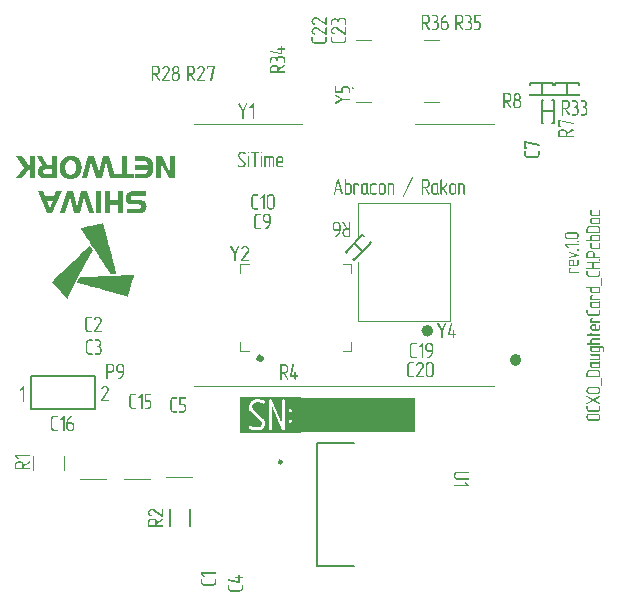
<source format=gto>
G04*
G04 #@! TF.GenerationSoftware,Altium Limited,Altium Designer,24.4.1 (13)*
G04*
G04 Layer_Color=65535*
%FSLAX44Y44*%
%MOMM*%
G71*
G04*
G04 #@! TF.SameCoordinates,F8B635B6-AD30-4CB1-8FD4-03FA37938446*
G04*
G04*
G04 #@! TF.FilePolarity,Positive*
G04*
G01*
G75*
%ADD10C,0.2500*%
%ADD11C,0.4500*%
%ADD12C,0.5000*%
%ADD13C,0.1500*%
%ADD14C,0.2000*%
%ADD15C,0.1000*%
%ADD16C,0.1270*%
%ADD17R,10.0000X3.0000*%
G36*
X80817Y321841D02*
X81077Y320929D01*
X81468Y319366D01*
X81728Y318454D01*
X82119Y316891D01*
X82380Y315979D01*
X82771Y314416D01*
X83031Y313505D01*
X83422Y311942D01*
X83682Y311030D01*
X84073Y309467D01*
X84333Y308555D01*
X84594Y307513D01*
X84854Y306601D01*
X85245Y305038D01*
X85506Y304126D01*
X85897Y302563D01*
X86157Y301651D01*
X86548Y300088D01*
X86808Y299177D01*
X87199Y297614D01*
X87460Y296702D01*
X87850Y295139D01*
X88111Y294227D01*
X88502Y292664D01*
X88762Y291752D01*
X89153Y290189D01*
X89413Y289277D01*
X89804Y287714D01*
X90065Y286802D01*
X90456Y285239D01*
X90716Y284328D01*
X91107Y282764D01*
X91367Y281853D01*
X91888Y279769D01*
X91367Y279638D01*
X89935Y279508D01*
X88632Y279378D01*
X87134Y279313D01*
X86939Y279508D01*
X86808Y279769D01*
X86157Y280680D01*
X86027Y280941D01*
X85506Y281722D01*
X85375Y281983D01*
X84724Y282895D01*
X84594Y283155D01*
X83943Y284067D01*
X83813Y284328D01*
X83161Y285239D01*
X83031Y285500D01*
X82640Y286021D01*
Y286151D01*
X81989Y287063D01*
X81859Y287323D01*
X81207Y288235D01*
X81077Y288496D01*
X80426Y289408D01*
X80296Y289668D01*
X79775Y290450D01*
X79644Y290710D01*
X78993Y291622D01*
X78863Y291882D01*
X78212Y292794D01*
X78081Y293055D01*
X77430Y293966D01*
X77300Y294227D01*
X75541Y296897D01*
X74499Y298460D01*
X73587Y299893D01*
X71503Y303019D01*
X70852Y304061D01*
X69289Y306406D01*
X68377Y307838D01*
X66293Y310965D01*
X65642Y312007D01*
X63558Y315133D01*
X62646Y316566D01*
X62125Y317347D01*
X61800Y317933D01*
X62386Y318129D01*
X63232Y318324D01*
X64274Y318584D01*
X64926Y318715D01*
X65968Y318975D01*
X66619Y319105D01*
X68182Y319496D01*
X68833Y319627D01*
X70396Y320017D01*
X71048Y320148D01*
X72611Y320538D01*
X73262Y320669D01*
X74304Y320929D01*
X74955Y321059D01*
X76518Y321450D01*
X77169Y321580D01*
X78733Y321971D01*
X79384Y322101D01*
X80426Y322362D01*
X80621Y322427D01*
X80817Y321841D01*
D02*
G37*
G36*
X107258Y278336D02*
X106998Y277685D01*
X106802Y276968D01*
X106347Y275470D01*
X101788Y260882D01*
X101462Y260035D01*
X97815Y261077D01*
X97294Y261207D01*
X93647Y262249D01*
X93126Y262380D01*
X88567Y263682D01*
X88046Y263812D01*
X84399Y264855D01*
X83878Y264985D01*
X80231Y266027D01*
X79710Y266157D01*
X76062Y267199D01*
X75541Y267329D01*
X71894Y268371D01*
X71373Y268502D01*
X68638Y269283D01*
X68052Y269478D01*
X67987Y269544D01*
X67010Y269739D01*
X66293Y269934D01*
X63558Y270716D01*
X63037Y270846D01*
X59390Y271888D01*
X58934Y272084D01*
X61083Y276317D01*
X61604Y276447D01*
X66619Y276642D01*
X85766Y277554D01*
X93842Y277945D01*
X96838Y278075D01*
X105044Y278466D01*
X107193Y278531D01*
X107258Y278336D01*
D02*
G37*
G36*
X69289Y303019D02*
X69485Y302824D01*
X69615Y302563D01*
X70917Y300740D01*
X71048Y300479D01*
X71308Y300219D01*
X71438Y299958D01*
X71829Y299307D01*
X65577Y287454D01*
X58022Y273126D01*
X51770Y261273D01*
X51379Y260621D01*
Y260491D01*
X50598Y259058D01*
X50272Y258472D01*
X49035Y259709D01*
X48904Y259970D01*
X47862Y261012D01*
X47732Y261273D01*
X46560Y262445D01*
X46429Y262705D01*
X45257Y263878D01*
X45127Y264138D01*
X43955Y265310D01*
X43824Y265571D01*
X42652Y266743D01*
X42522Y267004D01*
X41480Y268046D01*
X41350Y268306D01*
X40177Y269478D01*
X40047Y269739D01*
X38875Y270911D01*
X38744Y271172D01*
X37572Y272344D01*
X37312Y272865D01*
X38940Y274493D01*
X39200Y274624D01*
X41675Y277098D01*
X41936Y277229D01*
X44411Y279704D01*
X44671Y279834D01*
X47276Y282439D01*
X47537Y282569D01*
X50011Y285044D01*
X50272Y285174D01*
X52877Y287779D01*
X53137Y287910D01*
X55612Y290384D01*
X55873Y290515D01*
X58348Y292990D01*
X58608Y293120D01*
X61213Y295725D01*
X61474Y295855D01*
X63949Y298330D01*
X64209Y298460D01*
X66814Y301065D01*
X67075Y301196D01*
X69029Y303149D01*
X69289Y303019D01*
D02*
G37*
G36*
X248000Y145000D02*
X197000D01*
Y175000D01*
X248000D01*
Y145000D01*
D02*
G37*
G36*
X76240Y223921D02*
X76332Y223912D01*
X76432Y223904D01*
X76557Y223887D01*
X76698Y223854D01*
X76848Y223821D01*
X77007Y223779D01*
X77173Y223721D01*
X77348Y223654D01*
X77523Y223571D01*
X77698Y223471D01*
X77873Y223362D01*
X78040Y223229D01*
X78206Y223079D01*
X78215Y223071D01*
X78240Y223037D01*
X78281Y222996D01*
X78340Y222929D01*
X78406Y222846D01*
X78473Y222746D01*
X78556Y222629D01*
X78631Y222504D01*
X78715Y222354D01*
X78790Y222196D01*
X78856Y222029D01*
X78923Y221846D01*
X78981Y221654D01*
X79023Y221446D01*
X79048Y221230D01*
X79056Y221005D01*
Y220088D01*
Y219788D01*
Y219580D01*
X78990Y219380D01*
Y219372D01*
X78981Y219330D01*
X78973Y219280D01*
X78956Y219214D01*
X78931Y219122D01*
X78890Y219030D01*
X78840Y218922D01*
X78781Y218814D01*
Y218805D01*
X78773Y218789D01*
X78756Y218764D01*
X78731Y218730D01*
X78673Y218639D01*
X78590Y218522D01*
X78490Y218389D01*
X78365Y218255D01*
X78215Y218122D01*
X78048Y217997D01*
X78056D01*
X78073Y217989D01*
X78106Y217972D01*
X78140Y217955D01*
X78190Y217931D01*
X78248Y217897D01*
X78315Y217855D01*
X78381Y217806D01*
X78456Y217747D01*
X78540Y217680D01*
X78623Y217605D01*
X78706Y217514D01*
X78798Y217422D01*
X78881Y217314D01*
X78973Y217197D01*
X79056Y217064D01*
X79064Y217056D01*
X79073Y217031D01*
X79098Y216989D01*
X79131Y216939D01*
X79165Y216872D01*
X79198Y216789D01*
X79240Y216706D01*
X79289Y216597D01*
X79331Y216489D01*
X79373Y216373D01*
X79439Y216114D01*
X79498Y215831D01*
X79506Y215681D01*
X79514Y215531D01*
Y213706D01*
Y213690D01*
Y213657D01*
X79506Y213590D01*
X79498Y213498D01*
X79489Y213398D01*
X79473Y213273D01*
X79439Y213140D01*
X79406Y212990D01*
X79364Y212832D01*
X79306Y212665D01*
X79240Y212490D01*
X79156Y212315D01*
X79056Y212140D01*
X78939Y211965D01*
X78806Y211799D01*
X78656Y211632D01*
X78648Y211624D01*
X78615Y211599D01*
X78573Y211557D01*
X78506Y211499D01*
X78423Y211432D01*
X78323Y211366D01*
X78206Y211290D01*
X78081Y211207D01*
X77931Y211132D01*
X77773Y211049D01*
X77607Y210982D01*
X77423Y210916D01*
X77232Y210857D01*
X77023Y210816D01*
X76807Y210791D01*
X76582Y210782D01*
X74249D01*
X74199Y210791D01*
X74132Y210807D01*
X74057Y210824D01*
X73974Y210857D01*
X73899Y210899D01*
X73824Y210957D01*
X73816Y210966D01*
X73799Y210999D01*
X73774Y211040D01*
X73741Y211099D01*
X73707Y211166D01*
X73683Y211249D01*
X73666Y211341D01*
X73658Y211432D01*
Y211440D01*
Y211457D01*
X73666Y211490D01*
X73674Y211540D01*
X73691Y211590D01*
X73724Y211657D01*
X73758Y211740D01*
X73808Y211824D01*
X73816Y211832D01*
X73841Y211865D01*
X73874Y211907D01*
X73932Y211949D01*
X73999Y211999D01*
X74082Y212032D01*
X74182Y212065D01*
X74299Y212074D01*
X76649D01*
X76698Y212082D01*
X76757Y212090D01*
X76823Y212099D01*
X76982Y212132D01*
X77165Y212190D01*
X77357Y212274D01*
X77457Y212324D01*
X77557Y212390D01*
X77648Y212457D01*
X77740Y212540D01*
X77748Y212549D01*
X77757Y212565D01*
X77782Y212590D01*
X77815Y212624D01*
X77848Y212673D01*
X77890Y212724D01*
X77931Y212790D01*
X77982Y212865D01*
X78065Y213032D01*
X78140Y213232D01*
X78173Y213340D01*
X78198Y213457D01*
X78206Y213582D01*
X78215Y213706D01*
Y215531D01*
Y215539D01*
Y215564D01*
Y215598D01*
X78206Y215648D01*
X78198Y215706D01*
X78190Y215773D01*
X78156Y215931D01*
X78098Y216106D01*
X78065Y216206D01*
X78015Y216297D01*
X77957Y216397D01*
X77898Y216497D01*
X77823Y216589D01*
X77740Y216681D01*
X77731Y216689D01*
X77715Y216706D01*
X77690Y216722D01*
X77656Y216756D01*
X77615Y216789D01*
X77557Y216831D01*
X77490Y216881D01*
X77423Y216922D01*
X77248Y217014D01*
X77057Y217089D01*
X76948Y217122D01*
X76832Y217147D01*
X76707Y217156D01*
X76582Y217164D01*
X76074D01*
X76024Y217172D01*
X75957Y217189D01*
X75882Y217206D01*
X75799Y217239D01*
X75724Y217281D01*
X75649Y217339D01*
X75640Y217347D01*
X75624Y217381D01*
X75599Y217422D01*
X75565Y217481D01*
X75532Y217547D01*
X75507Y217631D01*
X75490Y217722D01*
X75482Y217814D01*
Y217822D01*
Y217839D01*
X75490Y217872D01*
X75499Y217922D01*
X75515Y217972D01*
X75549Y218039D01*
X75582Y218122D01*
X75632Y218205D01*
X75640Y218214D01*
X75665Y218247D01*
X75699Y218289D01*
X75757Y218330D01*
X75824Y218380D01*
X75907Y218414D01*
X76007Y218447D01*
X76124Y218455D01*
X76190D01*
X76240Y218464D01*
X76299Y218472D01*
X76365Y218480D01*
X76523Y218514D01*
X76707Y218572D01*
X76898Y218655D01*
X76998Y218705D01*
X77098Y218772D01*
X77190Y218839D01*
X77282Y218922D01*
X77290Y218930D01*
X77298Y218947D01*
X77323Y218972D01*
X77357Y219005D01*
X77390Y219055D01*
X77432Y219105D01*
X77473Y219172D01*
X77523Y219247D01*
X77607Y219413D01*
X77681Y219613D01*
X77715Y219722D01*
X77740Y219838D01*
X77748Y219963D01*
X77757Y220088D01*
Y221005D01*
Y221013D01*
Y221038D01*
Y221071D01*
X77748Y221121D01*
X77740Y221180D01*
X77731Y221246D01*
X77698Y221405D01*
X77640Y221579D01*
X77607Y221679D01*
X77557Y221771D01*
X77498Y221871D01*
X77440Y221971D01*
X77365Y222063D01*
X77282Y222154D01*
X77273Y222163D01*
X77257Y222179D01*
X77232Y222196D01*
X77198Y222229D01*
X77157Y222263D01*
X77098Y222304D01*
X77032Y222354D01*
X76965Y222396D01*
X76790Y222488D01*
X76599Y222563D01*
X76490Y222596D01*
X76374Y222621D01*
X76249Y222629D01*
X76124Y222638D01*
X74249D01*
X74199Y222646D01*
X74132Y222663D01*
X74057Y222679D01*
X73974Y222713D01*
X73899Y222754D01*
X73824Y222812D01*
X73816Y222821D01*
X73799Y222854D01*
X73774Y222896D01*
X73741Y222954D01*
X73707Y223021D01*
X73683Y223104D01*
X73666Y223196D01*
X73658Y223287D01*
Y223296D01*
Y223312D01*
X73666Y223346D01*
X73674Y223396D01*
X73691Y223446D01*
X73724Y223512D01*
X73758Y223596D01*
X73808Y223679D01*
X73816Y223687D01*
X73841Y223721D01*
X73874Y223762D01*
X73932Y223804D01*
X73999Y223854D01*
X74082Y223887D01*
X74182Y223921D01*
X74299Y223929D01*
X76182D01*
X76240Y223921D01*
D02*
G37*
G36*
X71491D02*
X71550Y223904D01*
X71616Y223879D01*
X71691Y223837D01*
X71775Y223787D01*
X71850Y223721D01*
X71858Y223712D01*
X71883Y223687D01*
X71916Y223646D01*
X71950Y223596D01*
X71983Y223529D01*
X72016Y223454D01*
X72041Y223371D01*
X72050Y223287D01*
Y223279D01*
Y223246D01*
X72041Y223204D01*
X72033Y223146D01*
X72008Y223079D01*
X71983Y223004D01*
X71941Y222921D01*
X71883Y222846D01*
X71875Y222838D01*
X71850Y222812D01*
X71816Y222779D01*
X71758Y222746D01*
X71691Y222704D01*
X71608Y222671D01*
X71508Y222646D01*
X71400Y222638D01*
X69067D01*
X69017Y222629D01*
X68959Y222621D01*
X68892Y222613D01*
X68734Y222579D01*
X68559Y222521D01*
X68459Y222488D01*
X68359Y222438D01*
X68259Y222379D01*
X68167Y222321D01*
X68067Y222246D01*
X67976Y222163D01*
X67967Y222154D01*
X67959Y222138D01*
X67934Y222113D01*
X67901Y222079D01*
X67867Y222038D01*
X67826Y221979D01*
X67784Y221913D01*
X67742Y221846D01*
X67651Y221671D01*
X67576Y221479D01*
X67543Y221371D01*
X67517Y221255D01*
X67509Y221130D01*
X67501Y221005D01*
Y213706D01*
Y213698D01*
Y213673D01*
Y213640D01*
X67509Y213590D01*
X67517Y213532D01*
X67526Y213465D01*
X67559Y213307D01*
X67617Y213132D01*
X67659Y213032D01*
X67701Y212932D01*
X67759Y212832D01*
X67817Y212740D01*
X67892Y212640D01*
X67976Y212549D01*
X67984Y212540D01*
X68001Y212532D01*
X68026Y212507D01*
X68059Y212474D01*
X68109Y212440D01*
X68167Y212398D01*
X68226Y212357D01*
X68301Y212315D01*
X68467Y212224D01*
X68667Y212149D01*
X68776Y212115D01*
X68892Y212090D01*
X69009Y212082D01*
X69134Y212074D01*
X71441D01*
X71491Y212065D01*
X71550Y212049D01*
X71616Y212024D01*
X71691Y211982D01*
X71775Y211932D01*
X71850Y211865D01*
X71858Y211857D01*
X71883Y211832D01*
X71916Y211790D01*
X71950Y211740D01*
X71983Y211674D01*
X72016Y211599D01*
X72041Y211515D01*
X72050Y211432D01*
Y211424D01*
Y211390D01*
X72041Y211349D01*
X72033Y211290D01*
X72008Y211224D01*
X71983Y211149D01*
X71941Y211066D01*
X71883Y210991D01*
X71875Y210982D01*
X71850Y210957D01*
X71816Y210924D01*
X71758Y210891D01*
X71691Y210849D01*
X71608Y210816D01*
X71508Y210791D01*
X71400Y210782D01*
X69084D01*
X69025Y210791D01*
X68942Y210799D01*
X68842Y210807D01*
X68726Y210824D01*
X68592Y210857D01*
X68451Y210891D01*
X68292Y210932D01*
X68134Y210991D01*
X67959Y211057D01*
X67784Y211140D01*
X67609Y211241D01*
X67434Y211349D01*
X67259Y211482D01*
X67093Y211632D01*
X67084Y211640D01*
X67051Y211674D01*
X67009Y211715D01*
X66951Y211782D01*
X66884Y211865D01*
X66809Y211965D01*
X66734Y212082D01*
X66651Y212207D01*
X66568Y212357D01*
X66484Y212515D01*
X66409Y212682D01*
X66343Y212865D01*
X66284Y213057D01*
X66243Y213265D01*
X66210Y213482D01*
X66201Y213706D01*
Y221005D01*
Y221021D01*
Y221055D01*
X66210Y221121D01*
X66218Y221205D01*
X66226Y221305D01*
X66243Y221421D01*
X66268Y221555D01*
X66309Y221696D01*
X66351Y221854D01*
X66409Y222013D01*
X66476Y222188D01*
X66559Y222354D01*
X66651Y222529D01*
X66768Y222704D01*
X66893Y222879D01*
X67043Y223046D01*
X67051Y223054D01*
X67084Y223088D01*
X67126Y223129D01*
X67193Y223187D01*
X67276Y223254D01*
X67376Y223329D01*
X67492Y223404D01*
X67626Y223487D01*
X67767Y223571D01*
X67926Y223646D01*
X68101Y223721D01*
X68284Y223787D01*
X68484Y223846D01*
X68684Y223887D01*
X68909Y223921D01*
X69134Y223929D01*
X71441D01*
X71491Y223921D01*
D02*
G37*
G36*
X41819Y360130D02*
X31943D01*
X31850Y360143D01*
X31717D01*
X31583Y360157D01*
X31424Y360170D01*
X31251Y360183D01*
X31078Y360197D01*
X30665Y360250D01*
X30239Y360330D01*
X29773Y360423D01*
X29308Y360543D01*
X28828Y360702D01*
X28363Y360889D01*
X27923Y361128D01*
X27524Y361395D01*
X27338Y361541D01*
X27151Y361714D01*
X26992Y361887D01*
X26859Y362073D01*
X26725Y362273D01*
X26619Y362486D01*
X26606Y362499D01*
X26566Y362552D01*
X26512Y362632D01*
X26446Y362739D01*
X26366Y362872D01*
X26273Y363032D01*
X26167Y363218D01*
X26060Y363431D01*
X25967Y363670D01*
X25860Y363923D01*
X25767Y364203D01*
X25687Y364496D01*
X25621Y364815D01*
X25568Y365148D01*
X25528Y365507D01*
X25514Y365867D01*
Y365880D01*
Y365920D01*
Y365973D01*
X25528Y366066D01*
Y366159D01*
X25541Y366292D01*
X25554Y366426D01*
X25568Y366585D01*
X25594Y366745D01*
X25621Y366931D01*
X25714Y367331D01*
X25820Y367756D01*
X25980Y368209D01*
X26167Y368675D01*
X26286Y368901D01*
X26419Y369127D01*
X26553Y369354D01*
X26712Y369580D01*
X26885Y369793D01*
X27071Y369992D01*
X27271Y370192D01*
X27497Y370365D01*
X27724Y370538D01*
X27990Y370698D01*
X28256Y370844D01*
X28549Y370964D01*
X28868Y371071D01*
X29201Y371150D01*
X24676Y378830D01*
X29387D01*
X33394Y371683D01*
X37480D01*
Y378830D01*
X41819D01*
Y360130D01*
D02*
G37*
G36*
X22812D02*
X18474D01*
Y368888D01*
X11686Y360130D01*
X6721D01*
X14028Y369287D01*
X6655Y378830D01*
X11939D01*
X18474Y369793D01*
Y378830D01*
X22812D01*
Y360130D01*
D02*
G37*
G36*
X142000D02*
X136769D01*
X129728Y373213D01*
X129902Y360130D01*
X125483D01*
Y378830D01*
X130327D01*
X137741Y365081D01*
X137568Y378830D01*
X142000D01*
Y360130D01*
D02*
G37*
G36*
X101166Y363830D02*
X107036D01*
Y360157D01*
X91468D01*
X91477Y360130D01*
X86938D01*
X82945Y374132D01*
X79578Y360130D01*
X74667D01*
X70794Y374132D01*
X67054Y360130D01*
X62675D01*
X68358Y378830D01*
X73442D01*
X77089Y365254D01*
X80310Y378830D01*
X85368D01*
X90798Y362208D01*
Y363830D01*
X96694D01*
Y378830D01*
X101166D01*
Y363830D01*
D02*
G37*
G36*
X115168Y378817D02*
X115367D01*
X115567Y378803D01*
X115793D01*
X116286Y378764D01*
X116805Y378724D01*
X117297Y378657D01*
X117537Y378617D01*
X117750Y378577D01*
X117763D01*
X117816Y378564D01*
X117896Y378537D01*
X118003Y378511D01*
X118123Y378471D01*
X118282Y378417D01*
X118442Y378351D01*
X118628Y378284D01*
X118828Y378191D01*
X119041Y378098D01*
X119480Y377872D01*
X119706Y377739D01*
X119933Y377592D01*
X120159Y377419D01*
X120385Y377246D01*
X120399Y377233D01*
X120425Y377220D01*
X120465Y377180D01*
X120518Y377140D01*
X120585Y377073D01*
X120665Y376993D01*
X120758Y376900D01*
X120851Y376794D01*
X120971Y376687D01*
X121077Y376541D01*
X121210Y376394D01*
X121330Y376235D01*
X121476Y376062D01*
X121610Y375862D01*
X121743Y375662D01*
X121889Y375436D01*
X122036Y375196D01*
X122169Y374957D01*
X122302Y374691D01*
X122435Y374398D01*
X122568Y374105D01*
X122701Y373799D01*
X122808Y373466D01*
X122927Y373120D01*
X123020Y372761D01*
X123114Y372388D01*
X123194Y372002D01*
X123260Y371603D01*
X123313Y371177D01*
X123353Y370738D01*
X123380Y370285D01*
X123393Y369819D01*
Y369806D01*
Y369740D01*
Y369660D01*
X123380Y369527D01*
Y369380D01*
X123366Y369194D01*
X123353Y368994D01*
X123327Y368755D01*
X123300Y368502D01*
X123273Y368236D01*
X123233Y367943D01*
X123194Y367637D01*
X123127Y367317D01*
X123074Y366971D01*
X122914Y366279D01*
X122701Y365560D01*
X122581Y365188D01*
X122448Y364828D01*
X122302Y364469D01*
X122129Y364110D01*
X121956Y363750D01*
X121756Y363404D01*
X121543Y363072D01*
X121317Y362752D01*
X121064Y362446D01*
X120798Y362153D01*
X120505Y361874D01*
X120199Y361621D01*
X119866Y361395D01*
X119520Y361181D01*
X119493Y361168D01*
X119427Y361142D01*
X119320Y361088D01*
X119161Y361022D01*
X118974Y360942D01*
X118748Y360849D01*
X118469Y360756D01*
X118162Y360649D01*
X117830Y360556D01*
X117457Y360463D01*
X117044Y360370D01*
X116605Y360290D01*
X116139Y360223D01*
X115647Y360170D01*
X115128Y360143D01*
X114582Y360130D01*
X107967D01*
Y363803D01*
X114649D01*
X114729Y363817D01*
X114808D01*
X114995Y363843D01*
X115234Y363870D01*
X115487Y363923D01*
X115780Y363990D01*
X116086Y364083D01*
X116406Y364203D01*
X116725Y364349D01*
X117044Y364522D01*
X117337Y364735D01*
X117630Y365001D01*
X117883Y365294D01*
X118109Y365640D01*
X118295Y366026D01*
Y366040D01*
X118309Y366053D01*
X118322Y366106D01*
X118336Y366159D01*
X118389Y366306D01*
X118429Y366492D01*
X118482Y366718D01*
X118535Y366971D01*
X118562Y367251D01*
X118575Y367530D01*
X107967D01*
Y371204D01*
X118575D01*
Y371217D01*
Y371230D01*
Y371270D01*
Y371323D01*
X118562Y371456D01*
X118548Y371643D01*
X118522Y371869D01*
X118482Y372122D01*
X118429Y372388D01*
X118362Y372681D01*
X118269Y372974D01*
X118162Y373280D01*
X118016Y373573D01*
X117856Y373866D01*
X117657Y374132D01*
X117430Y374371D01*
X117164Y374571D01*
X116871Y374744D01*
X116858D01*
X116832Y374757D01*
X116778Y374784D01*
X116698Y374810D01*
X116605Y374837D01*
X116499Y374877D01*
X116379Y374917D01*
X116233Y374944D01*
X116060Y374984D01*
X115886Y375023D01*
X115687Y375063D01*
X115487Y375090D01*
X115261Y375117D01*
X115021Y375143D01*
X114516Y375157D01*
X107967D01*
Y378830D01*
X115008D01*
X115168Y378817D01*
D02*
G37*
G36*
X53584Y379203D02*
X53717D01*
X53877Y379189D01*
X54050Y379176D01*
X54250Y379163D01*
X54463Y379136D01*
X54676Y379109D01*
X54915Y379083D01*
X55434Y379003D01*
X55980Y378897D01*
X56566Y378764D01*
X57151Y378591D01*
X57750Y378377D01*
X58349Y378138D01*
X58921Y377832D01*
X59467Y377499D01*
X59720Y377299D01*
X59973Y377100D01*
X60199Y376887D01*
X60425Y376647D01*
Y376634D01*
X60452Y376621D01*
X60479Y376581D01*
X60519Y376527D01*
X60572Y376474D01*
X60625Y376394D01*
X60692Y376301D01*
X60758Y376195D01*
X60838Y376075D01*
X60918Y375942D01*
X61011Y375782D01*
X61104Y375622D01*
X61197Y375449D01*
X61290Y375250D01*
X61397Y375050D01*
X61490Y374824D01*
X61597Y374598D01*
X61690Y374345D01*
X61796Y374078D01*
X61890Y373799D01*
X61983Y373506D01*
X62076Y373200D01*
X62156Y372867D01*
X62235Y372535D01*
X62302Y372188D01*
X62369Y371816D01*
X62422Y371443D01*
X62475Y371044D01*
X62515Y370631D01*
X62542Y370205D01*
X62568Y369766D01*
Y369314D01*
Y369300D01*
Y369287D01*
Y369207D01*
X62555Y369074D01*
Y368901D01*
X62528Y368688D01*
X62502Y368435D01*
X62475Y368142D01*
X62422Y367823D01*
X62355Y367477D01*
X62289Y367104D01*
X62196Y366705D01*
X62076Y366292D01*
X61943Y365867D01*
X61783Y365441D01*
X61610Y364988D01*
X61397Y364549D01*
X61171Y364096D01*
X60905Y363657D01*
X60612Y363218D01*
X60292Y362805D01*
X59933Y362393D01*
X59547Y361993D01*
X59108Y361621D01*
X58642Y361275D01*
X58123Y360955D01*
X57577Y360662D01*
X56965Y360410D01*
X56326Y360197D01*
X55634Y360024D01*
X54889Y359891D01*
X54103Y359811D01*
X53677Y359784D01*
X53039D01*
X52932Y359797D01*
X52799D01*
X52639Y359811D01*
X52466Y359824D01*
X52280Y359837D01*
X52067Y359864D01*
X51841Y359891D01*
X51614Y359917D01*
X51109Y359997D01*
X50563Y360090D01*
X49991Y360223D01*
X49405Y360396D01*
X48806Y360596D01*
X48221Y360835D01*
X47648Y361115D01*
X47116Y361448D01*
X46850Y361634D01*
X46597Y361834D01*
X46371Y362047D01*
X46144Y362273D01*
X46131D01*
X46118Y362299D01*
X46091Y362339D01*
X46051Y362379D01*
X45998Y362446D01*
X45945Y362526D01*
X45865Y362619D01*
X45798Y362725D01*
X45718Y362845D01*
X45625Y362978D01*
X45532Y363125D01*
X45439Y363284D01*
X45346Y363457D01*
X45239Y363657D01*
X45133Y363857D01*
X45026Y364070D01*
X44933Y364309D01*
X44827Y364549D01*
X44720Y364815D01*
X44627Y365094D01*
X44534Y365374D01*
X44441Y365680D01*
X44347Y366000D01*
X44268Y366332D01*
X44188Y366678D01*
X44121Y367038D01*
X44068Y367410D01*
X44015Y367796D01*
X43975Y368209D01*
X43948Y368622D01*
X43921Y369048D01*
Y369500D01*
Y369527D01*
Y369566D01*
Y369607D01*
X43935Y369740D01*
Y369913D01*
X43961Y370139D01*
X43988Y370392D01*
X44015Y370685D01*
X44068Y371017D01*
X44134Y371377D01*
X44201Y371749D01*
X44294Y372149D01*
X44414Y372575D01*
X44547Y373014D01*
X44707Y373453D01*
X44880Y373905D01*
X45093Y374358D01*
X45319Y374810D01*
X45585Y375263D01*
X45878Y375702D01*
X46197Y376142D01*
X46557Y376554D01*
X46956Y376967D01*
X47382Y377339D01*
X47861Y377699D01*
X48367Y378018D01*
X48926Y378324D01*
X49525Y378577D01*
X50177Y378803D01*
X50869Y378976D01*
X51614Y379109D01*
X52000Y379150D01*
X52400Y379189D01*
X52826Y379203D01*
X53252Y379216D01*
X53464D01*
X53584Y379203D01*
D02*
G37*
G36*
X37775Y330650D02*
X33397D01*
X25544Y349350D01*
X30242D01*
X31906Y345024D01*
X39453D01*
X41076Y349350D01*
X45562D01*
X37775Y330650D01*
D02*
G37*
G36*
X97363D02*
X93024D01*
Y338023D01*
X86529D01*
Y330650D01*
X82176D01*
Y349350D01*
X86529D01*
Y341750D01*
X93024D01*
Y349350D01*
X97363D01*
Y330650D01*
D02*
G37*
G36*
X73152D02*
X68614D01*
X64621Y344652D01*
X61254Y330650D01*
X56342D01*
X52469Y344652D01*
X48729Y330650D01*
X44350D01*
X50034Y349350D01*
X55118D01*
X58765Y335774D01*
X61986Y349350D01*
X67043D01*
X73152Y330650D01*
D02*
G37*
G36*
X116781Y345610D02*
X106719D01*
X106613Y345597D01*
X106493D01*
X106200Y345570D01*
X105881Y345543D01*
X105561Y345490D01*
X105255Y345410D01*
X105122Y345370D01*
X105002Y345317D01*
X104989D01*
X104962Y345304D01*
X104936Y345277D01*
X104882Y345237D01*
X104763Y345131D01*
X104616Y344984D01*
X104550Y344878D01*
X104470Y344771D01*
X104403Y344652D01*
X104350Y344519D01*
X104297Y344359D01*
X104257Y344199D01*
X104244Y344013D01*
X104230Y343813D01*
Y343800D01*
Y343760D01*
Y343707D01*
X104244Y343627D01*
Y343547D01*
X104270Y343441D01*
X104310Y343201D01*
X104390Y342948D01*
X104510Y342695D01*
X104576Y342589D01*
X104670Y342469D01*
X104763Y342376D01*
X104882Y342296D01*
X104909Y342283D01*
X104936Y342269D01*
X104989Y342243D01*
X105042Y342216D01*
X105122Y342189D01*
X105215Y342150D01*
X105308Y342123D01*
X105428Y342096D01*
X105561Y342056D01*
X105708Y342030D01*
X105881Y342003D01*
X106054Y341976D01*
X106253Y341963D01*
X106466Y341950D01*
X111404D01*
X111497Y341936D01*
X111710D01*
X111963Y341910D01*
X112243Y341883D01*
X112575Y341857D01*
X112921Y341803D01*
X113281Y341750D01*
X113653Y341670D01*
X114039Y341577D01*
X114412Y341471D01*
X114771Y341338D01*
X115131Y341178D01*
X115464Y341005D01*
X115756Y340805D01*
X115770Y340792D01*
X115836Y340739D01*
X115916Y340659D01*
X116023Y340552D01*
X116156Y340406D01*
X116302Y340220D01*
X116462Y340007D01*
X116622Y339767D01*
X116795Y339487D01*
X116954Y339168D01*
X117101Y338809D01*
X117220Y338423D01*
X117340Y337997D01*
X117420Y337531D01*
X117473Y337025D01*
X117500Y336480D01*
Y336466D01*
Y336426D01*
Y336373D01*
X117487Y336280D01*
Y336187D01*
X117473Y336054D01*
X117460Y335921D01*
X117447Y335761D01*
X117420Y335588D01*
X117380Y335401D01*
X117300Y335002D01*
X117194Y334563D01*
X117034Y334110D01*
X116834Y333631D01*
X116728Y333405D01*
X116595Y333166D01*
X116448Y332926D01*
X116289Y332700D01*
X116116Y332487D01*
X115929Y332274D01*
X115730Y332061D01*
X115504Y331861D01*
X115264Y331688D01*
X115011Y331515D01*
X114732Y331355D01*
X114439Y331222D01*
X114119Y331102D01*
X113787Y330996D01*
X113773D01*
X113733Y330983D01*
X113653Y330969D01*
X113560Y330943D01*
X113441Y330916D01*
X113294Y330890D01*
X113134Y330850D01*
X112948Y330823D01*
X112748Y330796D01*
X112522Y330756D01*
X112283Y330730D01*
X112016Y330703D01*
X111750Y330677D01*
X111471Y330663D01*
X110872Y330650D01*
X100597D01*
Y334390D01*
X110433D01*
X110566Y334403D01*
X110725Y334417D01*
X110938Y334456D01*
X111165Y334496D01*
X111404Y334563D01*
X111644Y334656D01*
X111897Y334776D01*
X112136Y334909D01*
X112362Y335082D01*
X112575Y335295D01*
X112735Y335535D01*
X112868Y335827D01*
X112921Y335987D01*
X112961Y336160D01*
X112975Y336333D01*
X112988Y336533D01*
Y336546D01*
Y336613D01*
X112975Y336693D01*
X112948Y336799D01*
X112921Y336932D01*
X112868Y337079D01*
X112802Y337225D01*
X112722Y337385D01*
X112602Y337544D01*
X112469Y337704D01*
X112296Y337850D01*
X112083Y337984D01*
X111843Y338090D01*
X111551Y338170D01*
X111218Y338236D01*
X110845Y338250D01*
X105588D01*
X105495Y338263D01*
X105375D01*
X105242Y338276D01*
X105095Y338290D01*
X104936Y338303D01*
X104763Y338316D01*
X104377Y338369D01*
X103951Y338436D01*
X103512Y338529D01*
X103059Y338649D01*
X102593Y338809D01*
X102141Y338995D01*
X101715Y339208D01*
X101302Y339474D01*
X100929Y339780D01*
X100770Y339940D01*
X100610Y340126D01*
X100477Y340313D01*
X100357Y340526D01*
X100344Y340539D01*
X100331Y340579D01*
X100291Y340645D01*
X100251Y340739D01*
X100211Y340858D01*
X100144Y341005D01*
X100091Y341178D01*
X100024Y341364D01*
X99971Y341577D01*
X99905Y341817D01*
X99852Y342070D01*
X99811Y342349D01*
X99758Y342642D01*
X99732Y342961D01*
X99718Y343294D01*
X99705Y343640D01*
Y343653D01*
Y343707D01*
Y343787D01*
X99718Y343880D01*
X99732Y344013D01*
X99745Y344173D01*
X99772Y344346D01*
X99811Y344532D01*
X99852Y344745D01*
X99905Y344958D01*
X99971Y345197D01*
X100051Y345450D01*
X100144Y345703D01*
X100264Y345956D01*
X100384Y346222D01*
X100530Y346488D01*
X100703Y346768D01*
X100890Y347021D01*
X101089Y347287D01*
X101329Y347540D01*
X101582Y347793D01*
X101861Y348019D01*
X102167Y348245D01*
X102500Y348458D01*
X102859Y348644D01*
X103259Y348818D01*
X103685Y348977D01*
X104150Y349110D01*
X104643Y349203D01*
X105162Y349283D01*
X105734Y349337D01*
X106333Y349350D01*
X116781D01*
Y345610D01*
D02*
G37*
G36*
X78902Y330650D02*
X74390D01*
Y349350D01*
X78902D01*
Y330650D01*
D02*
G37*
G36*
X480879Y314595D02*
X480954Y314588D01*
X481052Y314580D01*
X481157Y314565D01*
X481277Y314535D01*
X481411Y314505D01*
X481554Y314468D01*
X481704Y314415D01*
X481853Y314348D01*
X482011Y314273D01*
X482168Y314183D01*
X482326Y314078D01*
X482483Y313958D01*
X482633Y313823D01*
X482640Y313816D01*
X482663Y313786D01*
X482700Y313748D01*
X482753Y313689D01*
X482812Y313614D01*
X482880Y313524D01*
X482947Y313419D01*
X483015Y313299D01*
X483090Y313172D01*
X483157Y313029D01*
X483225Y312872D01*
X483285Y312714D01*
X483330Y312535D01*
X483374Y312355D01*
X483397Y312160D01*
X483405Y311958D01*
Y311088D01*
X483397Y311036D01*
X483390Y310961D01*
X483382Y310871D01*
X483367Y310774D01*
X483344Y310654D01*
X483307Y310527D01*
X483270Y310392D01*
X483217Y310242D01*
X483157Y310092D01*
X483082Y309942D01*
X483000Y309785D01*
X482895Y309620D01*
X482783Y309470D01*
X482648Y309313D01*
X482640Y309305D01*
X482610Y309275D01*
X482573Y309238D01*
X482513Y309185D01*
X482438Y309125D01*
X482348Y309058D01*
X482243Y308983D01*
X482123Y308908D01*
X481996Y308833D01*
X481853Y308758D01*
X481704Y308691D01*
X481531Y308631D01*
X481359Y308578D01*
X481172Y308541D01*
X480977Y308511D01*
X480774Y308503D01*
X474211D01*
X474196D01*
X474166D01*
X474106Y308511D01*
X474031Y308518D01*
X473941Y308526D01*
X473836Y308541D01*
X473716Y308563D01*
X473589Y308601D01*
X473446Y308638D01*
X473304Y308691D01*
X473147Y308751D01*
X472997Y308825D01*
X472839Y308908D01*
X472682Y309013D01*
X472525Y309125D01*
X472375Y309260D01*
X472367Y309268D01*
X472337Y309298D01*
X472300Y309335D01*
X472247Y309395D01*
X472187Y309470D01*
X472120Y309560D01*
X472053Y309665D01*
X471978Y309785D01*
X471903Y309912D01*
X471835Y310054D01*
X471768Y310204D01*
X471708Y310377D01*
X471655Y310549D01*
X471618Y310736D01*
X471588Y310931D01*
X471581Y311133D01*
Y312003D01*
X471588Y312062D01*
X471595Y312138D01*
X471603Y312235D01*
X471618Y312340D01*
X471648Y312460D01*
X471678Y312595D01*
X471715Y312737D01*
X471768Y312887D01*
X471828Y313037D01*
X471903Y313194D01*
X471993Y313359D01*
X472098Y313516D01*
X472217Y313666D01*
X472352Y313816D01*
X472360Y313823D01*
X472390Y313853D01*
X472427Y313891D01*
X472487Y313936D01*
X472562Y313996D01*
X472652Y314063D01*
X472757Y314138D01*
X472877Y314213D01*
X473004Y314280D01*
X473147Y314355D01*
X473296Y314423D01*
X473461Y314483D01*
X473634Y314528D01*
X473821Y314573D01*
X474008Y314595D01*
X474211Y314603D01*
X480774D01*
X480789D01*
X480819D01*
X480879Y314595D01*
D02*
G37*
G36*
X482723Y307567D02*
X482790Y307552D01*
X482873Y307522D01*
X482962Y307484D01*
X483060Y307432D01*
X483157Y307364D01*
X483165Y307357D01*
X483195Y307327D01*
X483232Y307282D01*
X483277Y307215D01*
X483330Y307132D01*
X483367Y307035D01*
X483397Y306915D01*
X483405Y306780D01*
Y306720D01*
X483390Y306653D01*
X483374Y306578D01*
X483352Y306480D01*
X483315Y306390D01*
X483262Y306293D01*
X483195Y306210D01*
X483180Y306203D01*
X483150Y306180D01*
X483097Y306143D01*
X483022Y306106D01*
X482940Y306061D01*
X482842Y306031D01*
X482730Y306001D01*
X482618Y305993D01*
X482610D01*
X482580D01*
X482543Y306001D01*
X482490Y306016D01*
X482415Y306038D01*
X482333Y306076D01*
X482243Y306121D01*
X482138Y306188D01*
X482123Y306196D01*
X482093Y306225D01*
X482041Y306270D01*
X481988Y306338D01*
X481936Y306420D01*
X481883Y306518D01*
X481853Y306638D01*
X481838Y306780D01*
Y306832D01*
X481853Y306885D01*
X481868Y306960D01*
X481898Y307042D01*
X481943Y307140D01*
X482003Y307229D01*
X482086Y307327D01*
X482093Y307334D01*
X482131Y307364D01*
X482176Y307402D01*
X482243Y307454D01*
X482326Y307499D01*
X482415Y307537D01*
X482513Y307567D01*
X482618Y307574D01*
X482633D01*
X482663D01*
X482723Y307567D01*
D02*
G37*
G36*
X482917Y304997D02*
X482985Y304982D01*
X483052Y304967D01*
X483120Y304937D01*
X483187Y304892D01*
X483255Y304839D01*
X483262Y304832D01*
X483277Y304809D01*
X483300Y304772D01*
X483330Y304719D01*
X483359Y304659D01*
X483382Y304585D01*
X483397Y304510D01*
X483405Y304420D01*
Y304397D01*
X483397Y304367D01*
X483390Y304330D01*
X483374Y304277D01*
X483359Y304210D01*
X483330Y304127D01*
X483292Y304037D01*
X483285Y304030D01*
X483262Y304007D01*
X483225Y303970D01*
X483172Y303940D01*
X483105Y303903D01*
X483030Y303865D01*
X482932Y303843D01*
X482827Y303835D01*
X473311D01*
X475027Y302374D01*
X475035Y302367D01*
X475057Y302344D01*
X475080Y302307D01*
X475110Y302262D01*
X475147Y302202D01*
X475170Y302134D01*
X475192Y302052D01*
X475200Y301969D01*
Y301932D01*
X475192Y301880D01*
X475177Y301827D01*
X475155Y301760D01*
X475125Y301685D01*
X475087Y301617D01*
X475027Y301550D01*
X475020Y301542D01*
X474997Y301527D01*
X474960Y301497D01*
X474907Y301467D01*
X474847Y301437D01*
X474780Y301408D01*
X474698Y301392D01*
X474608Y301385D01*
X474600D01*
X474585D01*
X474563Y301392D01*
X474518Y301408D01*
X474465Y301423D01*
X474405Y301445D01*
X474323Y301482D01*
X474226Y301535D01*
X471745Y304007D01*
X471738Y304015D01*
X471723Y304037D01*
X471693Y304075D01*
X471663Y304120D01*
X471633Y304180D01*
X471603Y304247D01*
X471588Y304330D01*
X471581Y304412D01*
Y304450D01*
X471588Y304495D01*
X471603Y304547D01*
X471618Y304607D01*
X471648Y304674D01*
X471685Y304749D01*
X471738Y304817D01*
X471745Y304824D01*
X471768Y304847D01*
X471798Y304877D01*
X471850Y304914D01*
X471910Y304944D01*
X471978Y304974D01*
X472060Y304997D01*
X472150Y305004D01*
X482827D01*
X482842D01*
X482873D01*
X482917Y304997D01*
D02*
G37*
G36*
X482723Y300441D02*
X482790Y300426D01*
X482873Y300396D01*
X482962Y300359D01*
X483060Y300306D01*
X483157Y300239D01*
X483165Y300231D01*
X483195Y300201D01*
X483232Y300156D01*
X483277Y300089D01*
X483330Y300006D01*
X483367Y299909D01*
X483397Y299789D01*
X483405Y299654D01*
Y299594D01*
X483390Y299527D01*
X483374Y299452D01*
X483352Y299354D01*
X483315Y299265D01*
X483262Y299167D01*
X483195Y299085D01*
X483180Y299077D01*
X483150Y299055D01*
X483097Y299017D01*
X483022Y298980D01*
X482940Y298935D01*
X482842Y298905D01*
X482730Y298875D01*
X482618Y298867D01*
X482610D01*
X482580D01*
X482543Y298875D01*
X482490Y298890D01*
X482415Y298912D01*
X482333Y298950D01*
X482243Y298995D01*
X482138Y299062D01*
X482123Y299070D01*
X482093Y299100D01*
X482041Y299145D01*
X481988Y299212D01*
X481936Y299294D01*
X481883Y299392D01*
X481853Y299512D01*
X481838Y299654D01*
Y299707D01*
X481853Y299759D01*
X481868Y299834D01*
X481898Y299916D01*
X481943Y300014D01*
X482003Y300104D01*
X482086Y300201D01*
X482093Y300209D01*
X482131Y300239D01*
X482176Y300276D01*
X482243Y300329D01*
X482326Y300373D01*
X482415Y300411D01*
X482513Y300441D01*
X482618Y300448D01*
X482633D01*
X482663D01*
X482723Y300441D01*
D02*
G37*
G36*
X475522Y297826D02*
X475589Y297818D01*
X475619Y297811D01*
X475642Y297796D01*
X483037Y295728D01*
X483045D01*
X483052Y295720D01*
X483097Y295705D01*
X483157Y295675D01*
X483225Y295623D01*
X483300Y295555D01*
X483359Y295466D01*
X483405Y295346D01*
X483412Y295278D01*
X483419Y295203D01*
Y295173D01*
X483412Y295136D01*
X483405Y295091D01*
X483374Y294986D01*
X483352Y294926D01*
X483315Y294874D01*
X483307Y294866D01*
X483292Y294851D01*
X483270Y294821D01*
X483225Y294791D01*
X483180Y294754D01*
X483112Y294716D01*
X483030Y294679D01*
X482940Y294641D01*
X475582Y292581D01*
X475439Y292566D01*
X475432D01*
X475409D01*
X475372Y292573D01*
X475327Y292588D01*
X475267Y292603D01*
X475207Y292633D01*
X475140Y292678D01*
X475065Y292731D01*
X475057Y292738D01*
X475035Y292761D01*
X474997Y292798D01*
X474960Y292850D01*
X474930Y292910D01*
X474892Y292985D01*
X474870Y293068D01*
X474862Y293158D01*
Y293180D01*
X474870Y293210D01*
Y293248D01*
X474900Y293337D01*
X474922Y293382D01*
X474952Y293427D01*
Y293435D01*
X474967Y293450D01*
X474990Y293480D01*
X475020Y293517D01*
X475065Y293562D01*
X475117Y293607D01*
X475192Y293660D01*
X475282Y293705D01*
X481082Y295196D01*
X475312Y296687D01*
X475304D01*
X475282Y296694D01*
X475252Y296709D01*
X475215Y296724D01*
X475162Y296747D01*
X475110Y296777D01*
X475057Y296814D01*
X475005Y296859D01*
X474997Y296867D01*
X474990Y296889D01*
X474967Y296919D01*
X474945Y296964D01*
X474922Y297017D01*
X474900Y297084D01*
X474877Y297152D01*
X474862Y297234D01*
Y297279D01*
X474870Y297324D01*
X474877Y297384D01*
X474900Y297451D01*
X474922Y297519D01*
X474960Y297593D01*
X475012Y297661D01*
X475020Y297668D01*
X475042Y297691D01*
X475072Y297713D01*
X475117Y297751D01*
X475177Y297781D01*
X475252Y297803D01*
X475335Y297826D01*
X475424Y297833D01*
X475432D01*
X475454D01*
X475484D01*
X475522Y297826D01*
D02*
G37*
G36*
X482895Y291127D02*
X482947Y291112D01*
X483007Y291097D01*
X483075Y291067D01*
X483150Y291030D01*
X483217Y290977D01*
X483225Y290970D01*
X483247Y290947D01*
X483277Y290917D01*
X483307Y290865D01*
X483344Y290805D01*
X483374Y290737D01*
X483397Y290648D01*
X483405Y290550D01*
Y287598D01*
X483397Y287545D01*
X483390Y287478D01*
X483374Y287403D01*
X483359Y287321D01*
X483337Y287231D01*
X483315Y287133D01*
X483277Y287028D01*
X483232Y286924D01*
X483180Y286811D01*
X483120Y286706D01*
X483052Y286594D01*
X482970Y286489D01*
X482880Y286392D01*
X482873Y286384D01*
X482858Y286369D01*
X482827Y286346D01*
X482783Y286309D01*
X482738Y286272D01*
X482670Y286227D01*
X482603Y286182D01*
X482520Y286129D01*
X482430Y286084D01*
X482333Y286032D01*
X482228Y285987D01*
X482116Y285949D01*
X481996Y285912D01*
X481868Y285889D01*
X481734Y285875D01*
X481591Y285867D01*
X476676D01*
X476668D01*
X476646D01*
X476608D01*
X476563Y285875D01*
X476503Y285882D01*
X476428Y285897D01*
X476354Y285912D01*
X476264Y285934D01*
X476069Y285994D01*
X475971Y286032D01*
X475867Y286084D01*
X475754Y286144D01*
X475649Y286212D01*
X475537Y286287D01*
X475432Y286376D01*
X475424Y286384D01*
X475409Y286399D01*
X475379Y286429D01*
X475342Y286466D01*
X475297Y286519D01*
X475252Y286579D01*
X475200Y286654D01*
X475147Y286729D01*
X475095Y286819D01*
X475042Y286916D01*
X474997Y287021D01*
X474952Y287141D01*
X474915Y287261D01*
X474885Y287388D01*
X474870Y287523D01*
X474862Y287665D01*
Y289396D01*
X474870Y289449D01*
X474877Y289516D01*
X474892Y289591D01*
X474907Y289673D01*
X474930Y289763D01*
X474960Y289861D01*
X474990Y289966D01*
X475035Y290071D01*
X475087Y290183D01*
X475147Y290288D01*
X475222Y290400D01*
X475297Y290505D01*
X475395Y290603D01*
X475402Y290610D01*
X475417Y290625D01*
X475447Y290655D01*
X475484Y290685D01*
X475537Y290723D01*
X475597Y290767D01*
X475672Y290820D01*
X475754Y290872D01*
X475836Y290917D01*
X475934Y290970D01*
X476046Y291015D01*
X476159Y291052D01*
X476279Y291082D01*
X476406Y291112D01*
X476533Y291127D01*
X476676Y291135D01*
X479133D01*
X479141D01*
X479156D01*
X479186D01*
X479223Y291127D01*
X479313Y291105D01*
X479418Y291060D01*
X479478Y291030D01*
X479531Y290992D01*
X479576Y290940D01*
X479621Y290887D01*
X479658Y290820D01*
X479688Y290737D01*
X479703Y290648D01*
X479710Y290543D01*
Y287036D01*
X481591D01*
X481606D01*
X481636D01*
X481689Y287043D01*
X481756Y287058D01*
X481823Y287081D01*
X481906Y287118D01*
X481981Y287163D01*
X482056Y287223D01*
X482063Y287231D01*
X482086Y287253D01*
X482116Y287298D01*
X482146Y287351D01*
X482183Y287418D01*
X482213Y287493D01*
X482236Y287575D01*
X482243Y287673D01*
Y290588D01*
X482251Y290625D01*
X482266Y290685D01*
X482288Y290745D01*
X482326Y290812D01*
X482370Y290880D01*
X482430Y290947D01*
X482438Y290955D01*
X482460Y290977D01*
X482498Y291007D01*
X482543Y291045D01*
X482603Y291075D01*
X482670Y291105D01*
X482745Y291127D01*
X482820Y291135D01*
X482827D01*
X482858D01*
X482895Y291127D01*
D02*
G37*
G36*
X476384Y284413D02*
X476436Y284398D01*
X476503Y284376D01*
X476578Y284338D01*
X476653Y284293D01*
X476728Y284233D01*
X476736Y284226D01*
X476751Y284203D01*
X476773Y284166D01*
X476803Y284114D01*
X476833Y284054D01*
X476856Y283986D01*
X476871Y283911D01*
X476878Y283829D01*
Y283814D01*
X476871Y283776D01*
X476856Y283724D01*
X476833Y283649D01*
X476788Y283567D01*
X476721Y283477D01*
X476676Y283432D01*
X476623Y283379D01*
X476571Y283334D01*
X476503Y283289D01*
X476496D01*
X476466Y283274D01*
X476428Y283259D01*
X476376Y283237D01*
X476324Y283200D01*
X476264Y283155D01*
X476211Y283102D01*
X476159Y283035D01*
X476151Y283027D01*
X476136Y283005D01*
X476114Y282960D01*
X476091Y282915D01*
X476069Y282847D01*
X476046Y282780D01*
X476031Y282705D01*
X476024Y282630D01*
Y281169D01*
X482827D01*
X482842D01*
X482873D01*
X482917Y281161D01*
X482985Y281146D01*
X483052Y281131D01*
X483120Y281101D01*
X483187Y281056D01*
X483255Y281004D01*
X483262Y280996D01*
X483277Y280974D01*
X483300Y280937D01*
X483330Y280884D01*
X483359Y280824D01*
X483382Y280749D01*
X483397Y280674D01*
X483405Y280584D01*
Y280562D01*
X483397Y280532D01*
X483390Y280494D01*
X483374Y280442D01*
X483352Y280375D01*
X483322Y280292D01*
X483285Y280202D01*
X483277Y280195D01*
X483255Y280172D01*
X483217Y280135D01*
X483165Y280105D01*
X483105Y280067D01*
X483022Y280030D01*
X482932Y280007D01*
X482827Y280000D01*
X475439D01*
X475432D01*
X475417D01*
X475387Y280007D01*
X475350D01*
X475260Y280030D01*
X475147Y280075D01*
X475095Y280105D01*
X475042Y280142D01*
X474997Y280187D01*
X474952Y280247D01*
X474915Y280307D01*
X474885Y280390D01*
X474870Y280472D01*
X474862Y280577D01*
Y282690D01*
X474870Y282735D01*
Y282787D01*
X474877Y282847D01*
X474892Y282915D01*
X474907Y282997D01*
X474945Y283162D01*
X475005Y283342D01*
X475095Y283529D01*
X475147Y283627D01*
X475207Y283717D01*
X475215Y283724D01*
X475222Y283739D01*
X475245Y283762D01*
X475267Y283791D01*
X475350Y283881D01*
X475454Y283979D01*
X475582Y284091D01*
X475739Y284203D01*
X475927Y284308D01*
X476129Y284398D01*
X476301Y284421D01*
X476309D01*
X476339D01*
X476384Y284413D01*
D02*
G37*
G36*
X501273Y333356D02*
X501325Y333348D01*
X501385Y333326D01*
X501452Y333303D01*
X501527Y333266D01*
X501595Y333214D01*
X501602Y333206D01*
X501625Y333184D01*
X501655Y333154D01*
X501685Y333101D01*
X501722Y333041D01*
X501752Y332966D01*
X501775Y332876D01*
X501782Y332779D01*
Y329834D01*
X501775Y329782D01*
X501767Y329714D01*
X501752Y329639D01*
X501737Y329557D01*
X501715Y329459D01*
X501692Y329362D01*
X501655Y329257D01*
X501617Y329152D01*
X501565Y329040D01*
X501505Y328935D01*
X501437Y328830D01*
X501355Y328718D01*
X501265Y328620D01*
X501258Y328613D01*
X501243Y328598D01*
X501213Y328575D01*
X501168Y328538D01*
X501123Y328500D01*
X501055Y328456D01*
X500988Y328410D01*
X500905Y328366D01*
X500816Y328313D01*
X500718Y328268D01*
X500613Y328223D01*
X500493Y328186D01*
X500373Y328148D01*
X500246Y328126D01*
X500111Y328111D01*
X499969Y328103D01*
X495046D01*
X495038D01*
X495016D01*
X494979D01*
X494934Y328111D01*
X494874Y328118D01*
X494806Y328133D01*
X494724Y328148D01*
X494641Y328171D01*
X494447Y328231D01*
X494342Y328268D01*
X494237Y328321D01*
X494132Y328381D01*
X494027Y328448D01*
X493915Y328523D01*
X493810Y328613D01*
X493802Y328620D01*
X493787Y328635D01*
X493757Y328665D01*
X493720Y328703D01*
X493675Y328755D01*
X493630Y328815D01*
X493577Y328890D01*
X493525Y328973D01*
X493473Y329055D01*
X493420Y329160D01*
X493375Y329265D01*
X493330Y329377D01*
X493293Y329497D01*
X493263Y329632D01*
X493248Y329767D01*
X493240Y329909D01*
Y332816D01*
X493248Y332861D01*
X493263Y332914D01*
X493285Y332974D01*
X493323Y333041D01*
X493368Y333116D01*
X493428Y333184D01*
X493435Y333191D01*
X493457Y333214D01*
X493495Y333243D01*
X493540Y333274D01*
X493600Y333303D01*
X493667Y333333D01*
X493742Y333356D01*
X493817Y333363D01*
X493825D01*
X493855D01*
X493892Y333356D01*
X493945Y333348D01*
X494005Y333326D01*
X494072Y333303D01*
X494147Y333266D01*
X494214Y333214D01*
X494222Y333206D01*
X494244Y333184D01*
X494274Y333154D01*
X494304Y333101D01*
X494342Y333041D01*
X494372Y332966D01*
X494394Y332876D01*
X494402Y332779D01*
Y329872D01*
X494409Y329819D01*
X494424Y329759D01*
X494447Y329684D01*
X494484Y329609D01*
X494529Y329534D01*
X494596Y329459D01*
X494604Y329452D01*
X494626Y329430D01*
X494671Y329400D01*
X494724Y329370D01*
X494791Y329332D01*
X494866Y329302D01*
X494956Y329280D01*
X495053Y329272D01*
X499969D01*
X499984D01*
X500014D01*
X500066Y329280D01*
X500134Y329295D01*
X500201Y329317D01*
X500284Y329355D01*
X500359Y329400D01*
X500434Y329459D01*
X500441Y329467D01*
X500463Y329497D01*
X500493Y329534D01*
X500523Y329587D01*
X500561Y329654D01*
X500591Y329729D01*
X500613Y329819D01*
X500621Y329917D01*
Y332816D01*
X500628Y332861D01*
X500643Y332914D01*
X500666Y332974D01*
X500703Y333041D01*
X500748Y333116D01*
X500808Y333184D01*
X500816Y333191D01*
X500838Y333214D01*
X500876Y333243D01*
X500920Y333274D01*
X500980Y333303D01*
X501048Y333333D01*
X501123Y333356D01*
X501198Y333363D01*
X501205D01*
X501235D01*
X501273Y333356D01*
D02*
G37*
G36*
X500096Y326657D02*
X500164Y326650D01*
X500239Y326635D01*
X500321Y326620D01*
X500419Y326597D01*
X500516Y326567D01*
X500621Y326537D01*
X500726Y326492D01*
X500838Y326440D01*
X500943Y326380D01*
X501048Y326305D01*
X501160Y326230D01*
X501258Y326133D01*
X501265Y326125D01*
X501280Y326110D01*
X501303Y326080D01*
X501340Y326043D01*
X501378Y325990D01*
X501423Y325930D01*
X501468Y325855D01*
X501520Y325773D01*
X501565Y325691D01*
X501617Y325593D01*
X501662Y325481D01*
X501700Y325368D01*
X501737Y325248D01*
X501760Y325121D01*
X501775Y324994D01*
X501782Y324851D01*
Y323135D01*
X501775Y323083D01*
X501767Y323016D01*
X501752Y322941D01*
X501737Y322851D01*
X501715Y322761D01*
X501692Y322656D01*
X501655Y322559D01*
X501617Y322446D01*
X501565Y322341D01*
X501505Y322229D01*
X501437Y322124D01*
X501355Y322019D01*
X501265Y321914D01*
X501258Y321907D01*
X501243Y321892D01*
X501213Y321869D01*
X501168Y321832D01*
X501123Y321794D01*
X501055Y321749D01*
X500988Y321704D01*
X500905Y321659D01*
X500816Y321607D01*
X500718Y321562D01*
X500613Y321517D01*
X500493Y321479D01*
X500373Y321442D01*
X500246Y321420D01*
X500111Y321405D01*
X499969Y321397D01*
X495046D01*
X495038D01*
X495016D01*
X494979D01*
X494934Y321405D01*
X494874Y321412D01*
X494806Y321427D01*
X494724Y321442D01*
X494641Y321465D01*
X494447Y321525D01*
X494342Y321562D01*
X494237Y321614D01*
X494132Y321674D01*
X494027Y321742D01*
X493915Y321817D01*
X493810Y321907D01*
X493802Y321914D01*
X493787Y321929D01*
X493757Y321959D01*
X493720Y321996D01*
X493675Y322049D01*
X493630Y322109D01*
X493577Y322184D01*
X493525Y322266D01*
X493473Y322356D01*
X493420Y322454D01*
X493375Y322559D01*
X493330Y322678D01*
X493293Y322798D01*
X493263Y322926D01*
X493248Y323068D01*
X493240Y323210D01*
Y324926D01*
X493248Y324979D01*
X493255Y325039D01*
X493270Y325114D01*
X493285Y325204D01*
X493308Y325293D01*
X493330Y325391D01*
X493368Y325496D01*
X493413Y325601D01*
X493457Y325705D01*
X493525Y325818D01*
X493592Y325923D01*
X493675Y326028D01*
X493765Y326133D01*
X493772Y326140D01*
X493787Y326155D01*
X493817Y326185D01*
X493855Y326215D01*
X493907Y326253D01*
X493967Y326297D01*
X494042Y326350D01*
X494124Y326402D01*
X494207Y326447D01*
X494304Y326500D01*
X494417Y326545D01*
X494529Y326582D01*
X494649Y326612D01*
X494776Y326642D01*
X494904Y326657D01*
X495046Y326665D01*
X499969D01*
X499976D01*
X499999D01*
X500044D01*
X500096Y326657D01*
D02*
G37*
G36*
X499257Y319943D02*
X499332Y319936D01*
X499429Y319928D01*
X499534Y319914D01*
X499654Y319883D01*
X499789Y319853D01*
X499931Y319816D01*
X500081Y319764D01*
X500231Y319696D01*
X500388Y319621D01*
X500546Y319531D01*
X500703Y319426D01*
X500861Y319307D01*
X501010Y319172D01*
X501018Y319164D01*
X501040Y319134D01*
X501078Y319097D01*
X501130Y319037D01*
X501190Y318962D01*
X501258Y318872D01*
X501325Y318767D01*
X501393Y318647D01*
X501468Y318520D01*
X501535Y318377D01*
X501602Y318220D01*
X501662Y318063D01*
X501707Y317883D01*
X501752Y317703D01*
X501775Y317508D01*
X501782Y317306D01*
Y314406D01*
X501775Y314376D01*
Y314339D01*
X501752Y314249D01*
X501707Y314144D01*
X501677Y314084D01*
X501640Y314032D01*
X501595Y313986D01*
X501535Y313941D01*
X501475Y313904D01*
X501393Y313874D01*
X501310Y313859D01*
X501205Y313852D01*
X490535D01*
X490528D01*
X490513D01*
X490483Y313859D01*
X490445D01*
X490355Y313882D01*
X490243Y313927D01*
X490191Y313957D01*
X490138Y313994D01*
X490093Y314039D01*
X490048Y314099D01*
X490011Y314159D01*
X489981Y314241D01*
X489966Y314324D01*
X489958Y314429D01*
Y317351D01*
X489966Y317411D01*
X489973Y317486D01*
X489981Y317583D01*
X489996Y317688D01*
X490026Y317808D01*
X490056Y317943D01*
X490093Y318085D01*
X490146Y318235D01*
X490205Y318385D01*
X490280Y318542D01*
X490370Y318707D01*
X490475Y318864D01*
X490595Y319014D01*
X490730Y319164D01*
X490737Y319172D01*
X490768Y319202D01*
X490805Y319239D01*
X490865Y319284D01*
X490940Y319344D01*
X491030Y319411D01*
X491135Y319486D01*
X491255Y319561D01*
X491382Y319629D01*
X491524Y319704D01*
X491674Y319771D01*
X491839Y319831D01*
X492011Y319876D01*
X492199Y319921D01*
X492386Y319943D01*
X492588Y319951D01*
X499152D01*
X499167D01*
X499197D01*
X499257Y319943D01*
D02*
G37*
G36*
X500096Y312405D02*
X500156Y312398D01*
X500231Y312383D01*
X500314Y312368D01*
X500404Y312346D01*
X500508Y312323D01*
X500606Y312286D01*
X500711Y312241D01*
X500823Y312196D01*
X500928Y312128D01*
X501040Y312061D01*
X501145Y311978D01*
X501250Y311889D01*
X501258Y311881D01*
X501273Y311866D01*
X501303Y311836D01*
X501333Y311791D01*
X501370Y311746D01*
X501415Y311679D01*
X501468Y311611D01*
X501512Y311529D01*
X501565Y311439D01*
X501617Y311341D01*
X501662Y311229D01*
X501700Y311117D01*
X501730Y310997D01*
X501760Y310862D01*
X501775Y310727D01*
X501782Y310585D01*
Y307700D01*
X501775Y307670D01*
Y307632D01*
X501752Y307542D01*
X501707Y307438D01*
X501677Y307378D01*
X501640Y307325D01*
X501595Y307280D01*
X501535Y307235D01*
X501475Y307198D01*
X501393Y307168D01*
X501310Y307153D01*
X501205Y307145D01*
X490535D01*
X490528D01*
X490505D01*
X490468Y307153D01*
X490415Y307168D01*
X490363Y307183D01*
X490295Y307213D01*
X490228Y307258D01*
X490153Y307310D01*
X490146Y307318D01*
X490123Y307340D01*
X490093Y307378D01*
X490056Y307430D01*
X490018Y307490D01*
X489988Y307558D01*
X489966Y307640D01*
X489958Y307730D01*
Y307767D01*
X489966Y307805D01*
X489981Y307857D01*
X489996Y307917D01*
X490026Y307977D01*
X490063Y308052D01*
X490116Y308120D01*
X490123Y308127D01*
X490146Y308149D01*
X490176Y308179D01*
X490220Y308217D01*
X490280Y308254D01*
X490355Y308284D01*
X490438Y308307D01*
X490535Y308314D01*
X493240D01*
Y310667D01*
X493248Y310720D01*
X493255Y310787D01*
X493270Y310862D01*
X493285Y310944D01*
X493308Y311034D01*
X493330Y311139D01*
X493368Y311237D01*
X493413Y311349D01*
X493457Y311454D01*
X493525Y311566D01*
X493592Y311671D01*
X493675Y311776D01*
X493765Y311881D01*
X493772Y311889D01*
X493787Y311903D01*
X493817Y311933D01*
X493855Y311963D01*
X493907Y312001D01*
X493967Y312046D01*
X494042Y312098D01*
X494124Y312151D01*
X494207Y312196D01*
X494304Y312248D01*
X494417Y312293D01*
X494529Y312330D01*
X494649Y312360D01*
X494776Y312390D01*
X494904Y312405D01*
X495046Y312413D01*
X499969D01*
X499976D01*
X499999D01*
X500044D01*
X500096Y312405D01*
D02*
G37*
G36*
X501273Y305692D02*
X501325Y305684D01*
X501385Y305662D01*
X501452Y305639D01*
X501527Y305602D01*
X501595Y305549D01*
X501602Y305542D01*
X501625Y305519D01*
X501655Y305489D01*
X501685Y305437D01*
X501722Y305377D01*
X501752Y305302D01*
X501775Y305212D01*
X501782Y305115D01*
Y302170D01*
X501775Y302118D01*
X501767Y302050D01*
X501752Y301975D01*
X501737Y301893D01*
X501715Y301795D01*
X501692Y301698D01*
X501655Y301593D01*
X501617Y301488D01*
X501565Y301376D01*
X501505Y301271D01*
X501437Y301166D01*
X501355Y301054D01*
X501265Y300956D01*
X501258Y300949D01*
X501243Y300934D01*
X501213Y300911D01*
X501168Y300874D01*
X501123Y300836D01*
X501055Y300791D01*
X500988Y300746D01*
X500905Y300701D01*
X500816Y300649D01*
X500718Y300604D01*
X500613Y300559D01*
X500493Y300522D01*
X500373Y300484D01*
X500246Y300462D01*
X500111Y300447D01*
X499969Y300439D01*
X495046D01*
X495038D01*
X495016D01*
X494979D01*
X494934Y300447D01*
X494874Y300454D01*
X494806Y300469D01*
X494724Y300484D01*
X494641Y300507D01*
X494447Y300567D01*
X494342Y300604D01*
X494237Y300656D01*
X494132Y300716D01*
X494027Y300784D01*
X493915Y300859D01*
X493810Y300949D01*
X493802Y300956D01*
X493787Y300971D01*
X493757Y301001D01*
X493720Y301039D01*
X493675Y301091D01*
X493630Y301151D01*
X493577Y301226D01*
X493525Y301308D01*
X493473Y301391D01*
X493420Y301496D01*
X493375Y301601D01*
X493330Y301713D01*
X493293Y301833D01*
X493263Y301968D01*
X493248Y302103D01*
X493240Y302245D01*
Y305152D01*
X493248Y305197D01*
X493263Y305250D01*
X493285Y305310D01*
X493323Y305377D01*
X493368Y305452D01*
X493428Y305519D01*
X493435Y305527D01*
X493457Y305549D01*
X493495Y305579D01*
X493540Y305609D01*
X493600Y305639D01*
X493667Y305669D01*
X493742Y305692D01*
X493817Y305699D01*
X493825D01*
X493855D01*
X493892Y305692D01*
X493945Y305684D01*
X494005Y305662D01*
X494072Y305639D01*
X494147Y305602D01*
X494214Y305549D01*
X494222Y305542D01*
X494244Y305519D01*
X494274Y305489D01*
X494304Y305437D01*
X494342Y305377D01*
X494372Y305302D01*
X494394Y305212D01*
X494402Y305115D01*
Y302208D01*
X494409Y302155D01*
X494424Y302095D01*
X494447Y302020D01*
X494484Y301945D01*
X494529Y301870D01*
X494596Y301795D01*
X494604Y301788D01*
X494626Y301765D01*
X494671Y301735D01*
X494724Y301705D01*
X494791Y301668D01*
X494866Y301638D01*
X494956Y301616D01*
X495053Y301608D01*
X499969D01*
X499984D01*
X500014D01*
X500066Y301616D01*
X500134Y301630D01*
X500201Y301653D01*
X500284Y301691D01*
X500359Y301735D01*
X500434Y301795D01*
X500441Y301803D01*
X500463Y301833D01*
X500493Y301870D01*
X500523Y301923D01*
X500561Y301990D01*
X500591Y302065D01*
X500613Y302155D01*
X500621Y302253D01*
Y305152D01*
X500628Y305197D01*
X500643Y305250D01*
X500666Y305310D01*
X500703Y305377D01*
X500748Y305452D01*
X500808Y305519D01*
X500816Y305527D01*
X500838Y305549D01*
X500876Y305579D01*
X500920Y305609D01*
X500980Y305639D01*
X501048Y305669D01*
X501123Y305692D01*
X501198Y305699D01*
X501205D01*
X501235D01*
X501273Y305692D01*
D02*
G37*
G36*
X494342Y298986D02*
X494417Y298978D01*
X494514Y298971D01*
X494619Y298955D01*
X494739Y298926D01*
X494874Y298896D01*
X495016Y298858D01*
X495166Y298806D01*
X495316Y298746D01*
X495473Y298671D01*
X495630Y298581D01*
X495788Y298476D01*
X495938Y298356D01*
X496087Y298221D01*
X496095Y298214D01*
X496118Y298184D01*
X496155Y298146D01*
X496207Y298086D01*
X496267Y298011D01*
X496327Y297922D01*
X496395Y297817D01*
X496470Y297704D01*
X496537Y297569D01*
X496612Y297427D01*
X496672Y297277D01*
X496732Y297112D01*
X496784Y296932D01*
X496822Y296745D01*
X496844Y296550D01*
X496852Y296348D01*
Y294063D01*
X501198D01*
X501213D01*
X501243D01*
X501288Y294055D01*
X501355Y294040D01*
X501423Y294025D01*
X501490Y293995D01*
X501557Y293950D01*
X501625Y293898D01*
X501632Y293890D01*
X501647Y293868D01*
X501677Y293830D01*
X501700Y293778D01*
X501730Y293718D01*
X501760Y293643D01*
X501775Y293568D01*
X501782Y293478D01*
Y293456D01*
X501775Y293426D01*
X501767Y293388D01*
X501752Y293336D01*
X501730Y293268D01*
X501700Y293186D01*
X501662Y293096D01*
X501655Y293088D01*
X501632Y293066D01*
X501595Y293029D01*
X501542Y292999D01*
X501475Y292961D01*
X501400Y292924D01*
X501303Y292901D01*
X501198Y292894D01*
X490535D01*
X490528D01*
X490513D01*
X490483Y292901D01*
X490445D01*
X490355Y292924D01*
X490243Y292969D01*
X490191Y292999D01*
X490138Y293036D01*
X490093Y293081D01*
X490048Y293141D01*
X490011Y293201D01*
X489981Y293283D01*
X489966Y293366D01*
X489958Y293471D01*
Y296400D01*
X489966Y296460D01*
X489973Y296535D01*
X489981Y296633D01*
X489996Y296738D01*
X490026Y296865D01*
X490056Y297000D01*
X490093Y297142D01*
X490146Y297292D01*
X490205Y297449D01*
X490280Y297607D01*
X490370Y297764D01*
X490468Y297922D01*
X490588Y298079D01*
X490723Y298229D01*
X490730Y298236D01*
X490737Y298244D01*
X490760Y298266D01*
X490790Y298296D01*
X490865Y298364D01*
X490970Y298446D01*
X491097Y298543D01*
X491240Y298641D01*
X491397Y298731D01*
X491569Y298813D01*
X492041Y298948D01*
X492326Y298993D01*
X492581D01*
X494237D01*
X494252D01*
X494282D01*
X494342Y298986D01*
D02*
G37*
G36*
X501100Y291957D02*
X501168Y291942D01*
X501250Y291912D01*
X501340Y291875D01*
X501437Y291822D01*
X501535Y291755D01*
X501542Y291747D01*
X501572Y291717D01*
X501610Y291672D01*
X501655Y291605D01*
X501707Y291523D01*
X501745Y291425D01*
X501775Y291305D01*
X501782Y291170D01*
Y291110D01*
X501767Y291043D01*
X501752Y290968D01*
X501730Y290871D01*
X501692Y290781D01*
X501640Y290683D01*
X501572Y290601D01*
X501557Y290593D01*
X501527Y290571D01*
X501475Y290533D01*
X501400Y290496D01*
X501318Y290451D01*
X501220Y290421D01*
X501108Y290391D01*
X500995Y290383D01*
X500988D01*
X500958D01*
X500920Y290391D01*
X500868Y290406D01*
X500793Y290429D01*
X500711Y290466D01*
X500621Y290511D01*
X500516Y290578D01*
X500501Y290586D01*
X500471Y290616D01*
X500419Y290661D01*
X500366Y290728D01*
X500314Y290811D01*
X500261Y290908D01*
X500231Y291028D01*
X500216Y291170D01*
Y291223D01*
X500231Y291275D01*
X500246Y291350D01*
X500276Y291433D01*
X500321Y291530D01*
X500381Y291620D01*
X500463Y291717D01*
X500471Y291725D01*
X500508Y291755D01*
X500553Y291792D01*
X500621Y291845D01*
X500703Y291890D01*
X500793Y291927D01*
X500891Y291957D01*
X500995Y291965D01*
X501010D01*
X501040D01*
X501100Y291957D01*
D02*
G37*
G36*
X501295Y289342D02*
X501363Y289327D01*
X501430Y289312D01*
X501497Y289282D01*
X501565Y289237D01*
X501632Y289185D01*
X501640Y289177D01*
X501655Y289155D01*
X501677Y289117D01*
X501707Y289065D01*
X501737Y289005D01*
X501760Y288930D01*
X501775Y288855D01*
X501782Y288765D01*
Y288743D01*
X501775Y288713D01*
X501767Y288675D01*
X501752Y288623D01*
X501737Y288555D01*
X501707Y288473D01*
X501670Y288383D01*
X501662Y288375D01*
X501640Y288353D01*
X501602Y288316D01*
X501550Y288286D01*
X501483Y288248D01*
X501408Y288211D01*
X501310Y288188D01*
X501205Y288181D01*
X496050D01*
Y284419D01*
X501205D01*
X501220D01*
X501250D01*
X501295Y284412D01*
X501363Y284397D01*
X501430Y284382D01*
X501497Y284352D01*
X501565Y284307D01*
X501632Y284254D01*
X501640Y284247D01*
X501655Y284224D01*
X501677Y284187D01*
X501707Y284134D01*
X501737Y284074D01*
X501760Y284000D01*
X501775Y283925D01*
X501782Y283835D01*
Y283812D01*
X501775Y283782D01*
X501767Y283745D01*
X501752Y283692D01*
X501737Y283625D01*
X501707Y283542D01*
X501670Y283452D01*
X501662Y283445D01*
X501640Y283423D01*
X501602Y283385D01*
X501550Y283355D01*
X501483Y283318D01*
X501408Y283280D01*
X501310Y283258D01*
X501205Y283250D01*
X490535D01*
X490528D01*
X490505D01*
X490468Y283258D01*
X490415Y283273D01*
X490363Y283288D01*
X490295Y283318D01*
X490228Y283363D01*
X490153Y283415D01*
X490146Y283423D01*
X490123Y283445D01*
X490093Y283482D01*
X490056Y283535D01*
X490018Y283595D01*
X489988Y283662D01*
X489966Y283745D01*
X489958Y283835D01*
Y283872D01*
X489966Y283910D01*
X489981Y283962D01*
X489996Y284022D01*
X490026Y284082D01*
X490063Y284157D01*
X490116Y284224D01*
X490123Y284232D01*
X490146Y284254D01*
X490176Y284284D01*
X490220Y284322D01*
X490280Y284359D01*
X490355Y284389D01*
X490438Y284412D01*
X490535Y284419D01*
X494889D01*
Y288181D01*
X490535D01*
X490528D01*
X490505D01*
X490468Y288188D01*
X490415Y288203D01*
X490363Y288218D01*
X490295Y288248D01*
X490228Y288293D01*
X490153Y288345D01*
X490146Y288353D01*
X490123Y288375D01*
X490093Y288413D01*
X490056Y288465D01*
X490018Y288525D01*
X489988Y288593D01*
X489966Y288675D01*
X489958Y288765D01*
Y288803D01*
X489966Y288840D01*
X489981Y288892D01*
X489996Y288952D01*
X490026Y289012D01*
X490063Y289087D01*
X490116Y289155D01*
X490123Y289162D01*
X490146Y289185D01*
X490176Y289215D01*
X490220Y289252D01*
X490280Y289290D01*
X490355Y289319D01*
X490438Y289342D01*
X490535Y289349D01*
X501205D01*
X501220D01*
X501250D01*
X501295Y289342D01*
D02*
G37*
G36*
X501273Y281797D02*
X501325Y281789D01*
X501385Y281767D01*
X501452Y281744D01*
X501527Y281707D01*
X501595Y281654D01*
X501602Y281647D01*
X501625Y281624D01*
X501655Y281594D01*
X501685Y281542D01*
X501722Y281482D01*
X501752Y281407D01*
X501775Y281317D01*
X501782Y281220D01*
Y279137D01*
X501775Y279084D01*
X501767Y279009D01*
X501760Y278919D01*
X501745Y278814D01*
X501715Y278694D01*
X501685Y278567D01*
X501647Y278425D01*
X501595Y278282D01*
X501535Y278125D01*
X501460Y277968D01*
X501370Y277810D01*
X501273Y277653D01*
X501153Y277496D01*
X501018Y277346D01*
X501010Y277338D01*
X500980Y277308D01*
X500943Y277271D01*
X500883Y277218D01*
X500808Y277158D01*
X500718Y277091D01*
X500613Y277024D01*
X500501Y276949D01*
X500366Y276874D01*
X500224Y276799D01*
X500074Y276731D01*
X499909Y276671D01*
X499737Y276619D01*
X499549Y276581D01*
X499355Y276551D01*
X499152Y276544D01*
X492588D01*
X492573D01*
X492543D01*
X492483Y276551D01*
X492408Y276559D01*
X492318Y276567D01*
X492214Y276581D01*
X492094Y276604D01*
X491966Y276641D01*
X491824Y276679D01*
X491682Y276731D01*
X491524Y276791D01*
X491374Y276866D01*
X491217Y276949D01*
X491060Y277054D01*
X490902Y277166D01*
X490752Y277301D01*
X490745Y277308D01*
X490715Y277338D01*
X490678Y277376D01*
X490625Y277436D01*
X490565Y277511D01*
X490498Y277600D01*
X490430Y277705D01*
X490355Y277825D01*
X490280Y277953D01*
X490213Y278095D01*
X490146Y278252D01*
X490086Y278417D01*
X490033Y278597D01*
X489996Y278777D01*
X489966Y278979D01*
X489958Y279181D01*
Y281257D01*
X489966Y281302D01*
X489981Y281355D01*
X490003Y281414D01*
X490041Y281482D01*
X490086Y281557D01*
X490146Y281624D01*
X490153Y281632D01*
X490176Y281654D01*
X490213Y281684D01*
X490258Y281714D01*
X490318Y281744D01*
X490385Y281774D01*
X490460Y281797D01*
X490535Y281804D01*
X490543D01*
X490573D01*
X490610Y281797D01*
X490663Y281789D01*
X490723Y281767D01*
X490790Y281744D01*
X490865Y281707D01*
X490932Y281654D01*
X490940Y281647D01*
X490962Y281624D01*
X490992Y281594D01*
X491022Y281542D01*
X491060Y281482D01*
X491090Y281407D01*
X491112Y281317D01*
X491120Y281220D01*
Y279122D01*
X491127Y279077D01*
X491135Y279024D01*
X491142Y278964D01*
X491172Y278822D01*
X491225Y278664D01*
X491255Y278575D01*
X491300Y278485D01*
X491352Y278395D01*
X491404Y278312D01*
X491472Y278222D01*
X491547Y278140D01*
X491554Y278132D01*
X491569Y278125D01*
X491592Y278102D01*
X491622Y278072D01*
X491659Y278043D01*
X491712Y278005D01*
X491772Y277968D01*
X491832Y277930D01*
X491989Y277848D01*
X492161Y277780D01*
X492259Y277750D01*
X492364Y277728D01*
X492476Y277720D01*
X492588Y277713D01*
X499152D01*
X499160D01*
X499182D01*
X499212D01*
X499257Y277720D01*
X499310Y277728D01*
X499370Y277735D01*
X499512Y277765D01*
X499669Y277818D01*
X499759Y277855D01*
X499849Y277893D01*
X499939Y277945D01*
X500021Y277998D01*
X500111Y278065D01*
X500194Y278140D01*
X500201Y278148D01*
X500209Y278162D01*
X500231Y278185D01*
X500261Y278215D01*
X500291Y278260D01*
X500329Y278312D01*
X500366Y278365D01*
X500404Y278432D01*
X500486Y278582D01*
X500553Y278762D01*
X500583Y278859D01*
X500606Y278964D01*
X500613Y279069D01*
X500621Y279181D01*
Y281257D01*
X500628Y281302D01*
X500643Y281355D01*
X500666Y281414D01*
X500703Y281482D01*
X500748Y281557D01*
X500808Y281624D01*
X500816Y281632D01*
X500838Y281654D01*
X500876Y281684D01*
X500920Y281714D01*
X500980Y281744D01*
X501048Y281774D01*
X501123Y281797D01*
X501198Y281804D01*
X501205D01*
X501235D01*
X501273Y281797D01*
D02*
G37*
G36*
X503423Y269021D02*
X502262D01*
Y275930D01*
X503423D01*
Y269021D01*
D02*
G37*
G36*
X501295Y268392D02*
X501385Y268369D01*
X501490Y268324D01*
X501550Y268294D01*
X501602Y268257D01*
X501647Y268212D01*
X501692Y268152D01*
X501730Y268084D01*
X501760Y268009D01*
X501775Y267920D01*
X501782Y267815D01*
Y264877D01*
X501775Y264825D01*
X501767Y264757D01*
X501752Y264683D01*
X501737Y264600D01*
X501715Y264510D01*
X501685Y264405D01*
X501655Y264308D01*
X501610Y264195D01*
X501557Y264091D01*
X501497Y263978D01*
X501423Y263873D01*
X501340Y263768D01*
X501250Y263664D01*
X501243Y263656D01*
X501228Y263641D01*
X501198Y263611D01*
X501153Y263581D01*
X501100Y263544D01*
X501040Y263499D01*
X500973Y263446D01*
X500891Y263401D01*
X500801Y263349D01*
X500703Y263296D01*
X500598Y263251D01*
X500486Y263214D01*
X500366Y263184D01*
X500239Y263154D01*
X500104Y263139D01*
X499969Y263132D01*
X495046D01*
X495038D01*
X495016D01*
X494971D01*
X494919Y263139D01*
X494859Y263146D01*
X494784Y263162D01*
X494694Y263176D01*
X494604Y263199D01*
X494506Y263221D01*
X494409Y263259D01*
X494297Y263296D01*
X494192Y263349D01*
X494087Y263409D01*
X493974Y263476D01*
X493870Y263559D01*
X493772Y263648D01*
X493765Y263656D01*
X493750Y263671D01*
X493720Y263701D01*
X493690Y263746D01*
X493652Y263791D01*
X493607Y263858D01*
X493555Y263926D01*
X493502Y264008D01*
X493457Y264098D01*
X493405Y264195D01*
X493360Y264300D01*
X493323Y264420D01*
X493293Y264540D01*
X493263Y264668D01*
X493248Y264802D01*
X493240Y264945D01*
Y267230D01*
X490535D01*
X490528D01*
X490505D01*
X490468Y267238D01*
X490415Y267253D01*
X490363Y267268D01*
X490295Y267298D01*
X490228Y267343D01*
X490153Y267395D01*
X490146Y267402D01*
X490123Y267425D01*
X490093Y267463D01*
X490056Y267515D01*
X490018Y267575D01*
X489988Y267642D01*
X489966Y267725D01*
X489958Y267815D01*
Y267852D01*
X489966Y267890D01*
X489981Y267942D01*
X489996Y268002D01*
X490026Y268062D01*
X490063Y268137D01*
X490116Y268204D01*
X490123Y268212D01*
X490146Y268234D01*
X490176Y268264D01*
X490220Y268302D01*
X490280Y268339D01*
X490355Y268369D01*
X490438Y268392D01*
X490535Y268399D01*
X501205D01*
X501213D01*
X501228D01*
X501258D01*
X501295Y268392D01*
D02*
G37*
G36*
X494761Y261678D02*
X494814Y261663D01*
X494881Y261640D01*
X494956Y261603D01*
X495031Y261558D01*
X495106Y261498D01*
X495113Y261490D01*
X495128Y261468D01*
X495151Y261431D01*
X495181Y261378D01*
X495211Y261318D01*
X495233Y261251D01*
X495248Y261176D01*
X495256Y261093D01*
Y261078D01*
X495248Y261041D01*
X495233Y260989D01*
X495211Y260914D01*
X495166Y260831D01*
X495098Y260741D01*
X495053Y260696D01*
X495001Y260644D01*
X494949Y260599D01*
X494881Y260554D01*
X494874D01*
X494844Y260539D01*
X494806Y260524D01*
X494754Y260501D01*
X494701Y260464D01*
X494641Y260419D01*
X494589Y260367D01*
X494537Y260299D01*
X494529Y260292D01*
X494514Y260269D01*
X494492Y260224D01*
X494469Y260179D01*
X494447Y260112D01*
X494424Y260044D01*
X494409Y259970D01*
X494402Y259895D01*
Y258433D01*
X501205D01*
X501220D01*
X501250D01*
X501295Y258426D01*
X501363Y258411D01*
X501430Y258396D01*
X501497Y258366D01*
X501565Y258321D01*
X501632Y258269D01*
X501640Y258261D01*
X501655Y258239D01*
X501677Y258201D01*
X501707Y258149D01*
X501737Y258089D01*
X501760Y258014D01*
X501775Y257939D01*
X501782Y257849D01*
Y257826D01*
X501775Y257796D01*
X501767Y257759D01*
X501752Y257707D01*
X501730Y257639D01*
X501700Y257557D01*
X501662Y257467D01*
X501655Y257459D01*
X501632Y257437D01*
X501595Y257399D01*
X501542Y257369D01*
X501483Y257332D01*
X501400Y257295D01*
X501310Y257272D01*
X501205Y257264D01*
X493817D01*
X493810D01*
X493795D01*
X493765Y257272D01*
X493727D01*
X493637Y257295D01*
X493525Y257339D01*
X493473Y257369D01*
X493420Y257407D01*
X493375Y257452D01*
X493330Y257512D01*
X493293Y257572D01*
X493263Y257654D01*
X493248Y257736D01*
X493240Y257841D01*
Y259954D01*
X493248Y259999D01*
Y260052D01*
X493255Y260112D01*
X493270Y260179D01*
X493285Y260262D01*
X493323Y260427D01*
X493383Y260606D01*
X493473Y260794D01*
X493525Y260891D01*
X493585Y260981D01*
X493592Y260989D01*
X493600Y261003D01*
X493622Y261026D01*
X493645Y261056D01*
X493727Y261146D01*
X493832Y261243D01*
X493960Y261356D01*
X494117Y261468D01*
X494304Y261573D01*
X494506Y261663D01*
X494679Y261685D01*
X494686D01*
X494716D01*
X494761Y261678D01*
D02*
G37*
G36*
X501303Y256583D02*
X501355Y256568D01*
X501423Y256553D01*
X501490Y256523D01*
X501557Y256485D01*
X501617Y256433D01*
X501625Y256425D01*
X501647Y256403D01*
X501677Y256373D01*
X501707Y256320D01*
X501745Y256260D01*
X501775Y256185D01*
X501797Y256096D01*
X501805Y255991D01*
X501782Y255848D01*
Y255841D01*
X501767Y255803D01*
X501752Y255758D01*
X501730Y255698D01*
X501692Y255623D01*
X501647Y255541D01*
X501595Y255459D01*
X501527Y255369D01*
X501520Y255354D01*
X501497Y255339D01*
X501475Y255316D01*
X501437Y255279D01*
X501385Y255241D01*
X501318Y255196D01*
X501235Y255144D01*
X501243Y255137D01*
X501258Y255121D01*
X501288Y255099D01*
X501318Y255069D01*
X501363Y255024D01*
X501408Y254972D01*
X501460Y254912D01*
X501505Y254837D01*
X501557Y254754D01*
X501610Y254664D01*
X501655Y254567D01*
X501700Y254455D01*
X501730Y254335D01*
X501760Y254207D01*
X501775Y254065D01*
X501782Y253915D01*
Y252199D01*
X501775Y252147D01*
X501767Y252079D01*
X501752Y252004D01*
X501737Y251922D01*
X501715Y251825D01*
X501692Y251727D01*
X501655Y251622D01*
X501617Y251517D01*
X501565Y251405D01*
X501505Y251300D01*
X501437Y251195D01*
X501355Y251083D01*
X501265Y250985D01*
X501258Y250978D01*
X501243Y250963D01*
X501213Y250940D01*
X501168Y250903D01*
X501123Y250865D01*
X501055Y250821D01*
X500988Y250776D01*
X500905Y250731D01*
X500816Y250678D01*
X500718Y250633D01*
X500613Y250588D01*
X500493Y250551D01*
X500373Y250513D01*
X500246Y250491D01*
X500111Y250476D01*
X499969Y250468D01*
X495046D01*
X495038D01*
X495016D01*
X494979D01*
X494934Y250476D01*
X494874Y250483D01*
X494806Y250498D01*
X494724Y250513D01*
X494641Y250536D01*
X494447Y250596D01*
X494342Y250633D01*
X494237Y250686D01*
X494132Y250746D01*
X494027Y250813D01*
X493915Y250888D01*
X493810Y250978D01*
X493802Y250985D01*
X493787Y251000D01*
X493757Y251030D01*
X493720Y251068D01*
X493675Y251120D01*
X493630Y251180D01*
X493577Y251255D01*
X493525Y251338D01*
X493473Y251427D01*
X493420Y251525D01*
X493375Y251630D01*
X493330Y251750D01*
X493293Y251870D01*
X493263Y251997D01*
X493248Y252139D01*
X493240Y252282D01*
Y255204D01*
X493248Y255241D01*
X493270Y255339D01*
X493315Y255444D01*
X493345Y255496D01*
X493383Y255549D01*
X493428Y255601D01*
X493480Y255646D01*
X493547Y255683D01*
X493630Y255713D01*
X493712Y255728D01*
X493817Y255736D01*
X499969D01*
X499976D01*
X500006D01*
X500044Y255743D01*
X500104Y255751D01*
X500171Y255766D01*
X500246Y255788D01*
X500329Y255818D01*
X500411Y255856D01*
X500419Y255863D01*
X500434Y255878D01*
X500463Y255901D01*
X500493Y255931D01*
X500538Y255976D01*
X500583Y256036D01*
X500628Y256103D01*
X500673Y256185D01*
Y256193D01*
X500681Y256201D01*
X500703Y256245D01*
X500741Y256313D01*
X500793Y256388D01*
X500861Y256463D01*
X500958Y256530D01*
X501070Y256575D01*
X501138Y256583D01*
X501213Y256590D01*
X501220D01*
X501250D01*
X501303Y256583D01*
D02*
G37*
G36*
X501273Y249105D02*
X501325Y249097D01*
X501385Y249075D01*
X501452Y249052D01*
X501527Y249015D01*
X501595Y248962D01*
X501602Y248955D01*
X501625Y248932D01*
X501655Y248902D01*
X501685Y248850D01*
X501722Y248790D01*
X501752Y248715D01*
X501775Y248625D01*
X501782Y248528D01*
Y246445D01*
X501775Y246392D01*
X501767Y246317D01*
X501760Y246227D01*
X501745Y246122D01*
X501715Y246003D01*
X501685Y245875D01*
X501647Y245733D01*
X501595Y245590D01*
X501535Y245433D01*
X501460Y245276D01*
X501370Y245118D01*
X501273Y244961D01*
X501153Y244804D01*
X501018Y244654D01*
X501010Y244646D01*
X500980Y244616D01*
X500943Y244579D01*
X500883Y244526D01*
X500808Y244466D01*
X500718Y244399D01*
X500613Y244332D01*
X500501Y244257D01*
X500366Y244182D01*
X500224Y244107D01*
X500074Y244039D01*
X499909Y243979D01*
X499737Y243927D01*
X499549Y243890D01*
X499355Y243860D01*
X499152Y243852D01*
X492588D01*
X492573D01*
X492543D01*
X492483Y243860D01*
X492408Y243867D01*
X492318Y243874D01*
X492214Y243890D01*
X492094Y243912D01*
X491966Y243949D01*
X491824Y243987D01*
X491682Y244039D01*
X491524Y244099D01*
X491374Y244174D01*
X491217Y244257D01*
X491060Y244361D01*
X490902Y244474D01*
X490752Y244609D01*
X490745Y244616D01*
X490715Y244646D01*
X490678Y244684D01*
X490625Y244744D01*
X490565Y244819D01*
X490498Y244909D01*
X490430Y245013D01*
X490355Y245133D01*
X490280Y245261D01*
X490213Y245403D01*
X490146Y245560D01*
X490086Y245725D01*
X490033Y245905D01*
X489996Y246085D01*
X489966Y246287D01*
X489958Y246490D01*
Y248565D01*
X489966Y248610D01*
X489981Y248662D01*
X490003Y248722D01*
X490041Y248790D01*
X490086Y248865D01*
X490146Y248932D01*
X490153Y248940D01*
X490176Y248962D01*
X490213Y248992D01*
X490258Y249022D01*
X490318Y249052D01*
X490385Y249082D01*
X490460Y249105D01*
X490535Y249112D01*
X490543D01*
X490573D01*
X490610Y249105D01*
X490663Y249097D01*
X490723Y249075D01*
X490790Y249052D01*
X490865Y249015D01*
X490932Y248962D01*
X490940Y248955D01*
X490962Y248932D01*
X490992Y248902D01*
X491022Y248850D01*
X491060Y248790D01*
X491090Y248715D01*
X491112Y248625D01*
X491120Y248528D01*
Y246430D01*
X491127Y246385D01*
X491135Y246332D01*
X491142Y246272D01*
X491172Y246130D01*
X491225Y245972D01*
X491255Y245883D01*
X491300Y245793D01*
X491352Y245703D01*
X491404Y245620D01*
X491472Y245530D01*
X491547Y245448D01*
X491554Y245441D01*
X491569Y245433D01*
X491592Y245411D01*
X491622Y245381D01*
X491659Y245351D01*
X491712Y245313D01*
X491772Y245276D01*
X491832Y245238D01*
X491989Y245156D01*
X492161Y245088D01*
X492259Y245058D01*
X492364Y245036D01*
X492476Y245028D01*
X492588Y245021D01*
X499152D01*
X499160D01*
X499182D01*
X499212D01*
X499257Y245028D01*
X499310Y245036D01*
X499370Y245043D01*
X499512Y245073D01*
X499669Y245126D01*
X499759Y245163D01*
X499849Y245201D01*
X499939Y245253D01*
X500021Y245306D01*
X500111Y245373D01*
X500194Y245448D01*
X500201Y245455D01*
X500209Y245471D01*
X500231Y245493D01*
X500261Y245523D01*
X500291Y245568D01*
X500329Y245620D01*
X500366Y245673D01*
X500404Y245740D01*
X500486Y245890D01*
X500553Y246070D01*
X500583Y246167D01*
X500606Y246272D01*
X500613Y246377D01*
X500621Y246490D01*
Y248565D01*
X500628Y248610D01*
X500643Y248662D01*
X500666Y248722D01*
X500703Y248790D01*
X500748Y248865D01*
X500808Y248932D01*
X500816Y248940D01*
X500838Y248962D01*
X500876Y248992D01*
X500920Y249022D01*
X500980Y249052D01*
X501048Y249082D01*
X501123Y249105D01*
X501198Y249112D01*
X501205D01*
X501235D01*
X501273Y249105D01*
D02*
G37*
G36*
X494761Y242398D02*
X494814Y242383D01*
X494881Y242361D01*
X494956Y242323D01*
X495031Y242278D01*
X495106Y242218D01*
X495113Y242211D01*
X495128Y242189D01*
X495151Y242151D01*
X495181Y242099D01*
X495211Y242039D01*
X495233Y241971D01*
X495248Y241896D01*
X495256Y241814D01*
Y241799D01*
X495248Y241761D01*
X495233Y241709D01*
X495211Y241634D01*
X495166Y241552D01*
X495098Y241462D01*
X495053Y241417D01*
X495001Y241364D01*
X494949Y241319D01*
X494881Y241274D01*
X494874D01*
X494844Y241259D01*
X494806Y241245D01*
X494754Y241222D01*
X494701Y241185D01*
X494641Y241140D01*
X494589Y241087D01*
X494537Y241020D01*
X494529Y241012D01*
X494514Y240990D01*
X494492Y240945D01*
X494469Y240900D01*
X494447Y240832D01*
X494424Y240765D01*
X494409Y240690D01*
X494402Y240615D01*
Y239154D01*
X501205D01*
X501220D01*
X501250D01*
X501295Y239146D01*
X501363Y239131D01*
X501430Y239116D01*
X501497Y239086D01*
X501565Y239042D01*
X501632Y238989D01*
X501640Y238982D01*
X501655Y238959D01*
X501677Y238922D01*
X501707Y238869D01*
X501737Y238809D01*
X501760Y238734D01*
X501775Y238659D01*
X501782Y238569D01*
Y238547D01*
X501775Y238517D01*
X501767Y238479D01*
X501752Y238427D01*
X501730Y238360D01*
X501700Y238277D01*
X501662Y238187D01*
X501655Y238180D01*
X501632Y238157D01*
X501595Y238120D01*
X501542Y238090D01*
X501483Y238052D01*
X501400Y238015D01*
X501310Y237992D01*
X501205Y237985D01*
X493817D01*
X493810D01*
X493795D01*
X493765Y237992D01*
X493727D01*
X493637Y238015D01*
X493525Y238060D01*
X493473Y238090D01*
X493420Y238127D01*
X493375Y238172D01*
X493330Y238232D01*
X493293Y238292D01*
X493263Y238375D01*
X493248Y238457D01*
X493240Y238562D01*
Y240675D01*
X493248Y240720D01*
Y240772D01*
X493255Y240832D01*
X493270Y240900D01*
X493285Y240982D01*
X493323Y241147D01*
X493383Y241327D01*
X493473Y241514D01*
X493525Y241612D01*
X493585Y241702D01*
X493592Y241709D01*
X493600Y241724D01*
X493622Y241747D01*
X493645Y241777D01*
X493727Y241866D01*
X493832Y241964D01*
X493960Y242076D01*
X494117Y242189D01*
X494304Y242293D01*
X494506Y242383D01*
X494679Y242406D01*
X494686D01*
X494716D01*
X494761Y242398D01*
D02*
G37*
G36*
X501273Y236539D02*
X501325Y236524D01*
X501385Y236509D01*
X501452Y236479D01*
X501527Y236441D01*
X501595Y236389D01*
X501602Y236381D01*
X501625Y236359D01*
X501655Y236329D01*
X501685Y236277D01*
X501722Y236217D01*
X501752Y236149D01*
X501775Y236059D01*
X501782Y235962D01*
Y233010D01*
X501775Y232957D01*
X501767Y232890D01*
X501752Y232815D01*
X501737Y232732D01*
X501715Y232642D01*
X501692Y232545D01*
X501655Y232440D01*
X501610Y232335D01*
X501557Y232223D01*
X501497Y232118D01*
X501430Y232006D01*
X501348Y231901D01*
X501258Y231803D01*
X501250Y231796D01*
X501235Y231781D01*
X501205Y231758D01*
X501160Y231721D01*
X501115Y231683D01*
X501048Y231638D01*
X500980Y231593D01*
X500898Y231541D01*
X500808Y231496D01*
X500711Y231444D01*
X500606Y231399D01*
X500493Y231361D01*
X500373Y231324D01*
X500246Y231301D01*
X500111Y231286D01*
X499969Y231279D01*
X495053D01*
X495046D01*
X495023D01*
X494986D01*
X494941Y231286D01*
X494881Y231294D01*
X494806Y231309D01*
X494731Y231324D01*
X494641Y231346D01*
X494447Y231406D01*
X494349Y231444D01*
X494244Y231496D01*
X494132Y231556D01*
X494027Y231623D01*
X493915Y231698D01*
X493810Y231788D01*
X493802Y231796D01*
X493787Y231811D01*
X493757Y231841D01*
X493720Y231878D01*
X493675Y231931D01*
X493630Y231991D01*
X493577Y232066D01*
X493525Y232141D01*
X493473Y232230D01*
X493420Y232328D01*
X493375Y232433D01*
X493330Y232553D01*
X493293Y232673D01*
X493263Y232800D01*
X493248Y232935D01*
X493240Y233077D01*
Y234808D01*
X493248Y234860D01*
X493255Y234928D01*
X493270Y235003D01*
X493285Y235085D01*
X493308Y235175D01*
X493338Y235273D01*
X493368Y235377D01*
X493413Y235482D01*
X493465Y235595D01*
X493525Y235700D01*
X493600Y235812D01*
X493675Y235917D01*
X493772Y236014D01*
X493780Y236022D01*
X493795Y236037D01*
X493825Y236067D01*
X493862Y236097D01*
X493915Y236134D01*
X493974Y236179D01*
X494049Y236232D01*
X494132Y236284D01*
X494214Y236329D01*
X494312Y236381D01*
X494424Y236427D01*
X494537Y236464D01*
X494656Y236494D01*
X494784Y236524D01*
X494911Y236539D01*
X495053Y236546D01*
X497511D01*
X497519D01*
X497534D01*
X497564D01*
X497601Y236539D01*
X497691Y236516D01*
X497796Y236471D01*
X497856Y236441D01*
X497908Y236404D01*
X497953Y236352D01*
X497998Y236299D01*
X498036Y236232D01*
X498066Y236149D01*
X498081Y236059D01*
X498088Y235954D01*
Y232448D01*
X499969D01*
X499984D01*
X500014D01*
X500066Y232455D01*
X500134Y232470D01*
X500201Y232493D01*
X500284Y232530D01*
X500359Y232575D01*
X500434Y232635D01*
X500441Y232642D01*
X500463Y232665D01*
X500493Y232710D01*
X500523Y232762D01*
X500561Y232830D01*
X500591Y232905D01*
X500613Y232987D01*
X500621Y233085D01*
Y235999D01*
X500628Y236037D01*
X500643Y236097D01*
X500666Y236157D01*
X500703Y236224D01*
X500748Y236292D01*
X500808Y236359D01*
X500816Y236367D01*
X500838Y236389D01*
X500876Y236419D01*
X500920Y236456D01*
X500980Y236486D01*
X501048Y236516D01*
X501123Y236539D01*
X501198Y236546D01*
X501205D01*
X501235D01*
X501273Y236539D01*
D02*
G37*
G36*
X493892Y229878D02*
X493945Y229863D01*
X494005Y229848D01*
X494072Y229818D01*
X494147Y229780D01*
X494214Y229728D01*
X494222Y229720D01*
X494244Y229698D01*
X494274Y229668D01*
X494304Y229615D01*
X494342Y229555D01*
X494372Y229488D01*
X494394Y229398D01*
X494402Y229301D01*
Y228237D01*
X501205D01*
X501220D01*
X501250D01*
X501295Y228229D01*
X501363Y228214D01*
X501430Y228199D01*
X501497Y228169D01*
X501565Y228124D01*
X501632Y228072D01*
X501640Y228064D01*
X501655Y228042D01*
X501677Y228004D01*
X501707Y227952D01*
X501737Y227892D01*
X501760Y227817D01*
X501775Y227742D01*
X501782Y227652D01*
Y227630D01*
X501775Y227600D01*
X501767Y227562D01*
X501752Y227510D01*
X501737Y227442D01*
X501707Y227360D01*
X501670Y227270D01*
X501662Y227262D01*
X501640Y227240D01*
X501602Y227203D01*
X501550Y227173D01*
X501483Y227135D01*
X501408Y227098D01*
X501310Y227075D01*
X501205Y227068D01*
X494402D01*
Y226798D01*
X494394Y226753D01*
X494379Y226693D01*
X494364Y226626D01*
X494334Y226551D01*
X494297Y226483D01*
X494244Y226416D01*
X494237Y226408D01*
X494207Y226393D01*
X494169Y226371D01*
X494117Y226341D01*
X494057Y226311D01*
X493982Y226288D01*
X493900Y226273D01*
X493817Y226266D01*
X493810D01*
X493795D01*
X493765Y226273D01*
X493720Y226281D01*
X493675Y226296D01*
X493615Y226326D01*
X493540Y226356D01*
X493465Y226401D01*
X493457Y226408D01*
X493428Y226431D01*
X493390Y226461D01*
X493353Y226513D01*
X493308Y226573D01*
X493278Y226648D01*
X493248Y226738D01*
X493240Y226843D01*
Y227068D01*
X490535D01*
X490528D01*
X490505D01*
X490468Y227075D01*
X490415Y227090D01*
X490363Y227105D01*
X490295Y227135D01*
X490228Y227180D01*
X490153Y227232D01*
X490146Y227240D01*
X490123Y227262D01*
X490093Y227300D01*
X490056Y227352D01*
X490018Y227412D01*
X489988Y227480D01*
X489966Y227562D01*
X489958Y227652D01*
Y227690D01*
X489966Y227727D01*
X489981Y227780D01*
X489996Y227840D01*
X490026Y227899D01*
X490063Y227974D01*
X490116Y228042D01*
X490123Y228049D01*
X490146Y228072D01*
X490176Y228102D01*
X490220Y228139D01*
X490280Y228177D01*
X490355Y228207D01*
X490438Y228229D01*
X490535Y228237D01*
X493240D01*
Y229338D01*
X493248Y229375D01*
X493263Y229436D01*
X493285Y229495D01*
X493323Y229563D01*
X493368Y229630D01*
X493428Y229698D01*
X493435Y229705D01*
X493457Y229728D01*
X493495Y229758D01*
X493540Y229795D01*
X493600Y229825D01*
X493667Y229855D01*
X493742Y229878D01*
X493817Y229885D01*
X493825D01*
X493855D01*
X493892Y229878D01*
D02*
G37*
G36*
X501295Y224805D02*
X501363Y224790D01*
X501430Y224775D01*
X501497Y224745D01*
X501565Y224700D01*
X501632Y224648D01*
X501640Y224640D01*
X501655Y224618D01*
X501677Y224580D01*
X501707Y224528D01*
X501737Y224468D01*
X501760Y224393D01*
X501775Y224318D01*
X501782Y224228D01*
Y224205D01*
X501775Y224175D01*
X501767Y224138D01*
X501752Y224086D01*
X501737Y224018D01*
X501707Y223936D01*
X501670Y223846D01*
X501662Y223838D01*
X501640Y223816D01*
X501602Y223778D01*
X501550Y223748D01*
X501483Y223711D01*
X501408Y223673D01*
X501310Y223651D01*
X501205Y223643D01*
X495053D01*
X495038D01*
X495009D01*
X494956Y223636D01*
X494896Y223621D01*
X494821Y223598D01*
X494746Y223561D01*
X494671Y223516D01*
X494596Y223449D01*
X494589Y223441D01*
X494566Y223419D01*
X494537Y223374D01*
X494499Y223321D01*
X494462Y223254D01*
X494432Y223171D01*
X494409Y223081D01*
X494402Y222984D01*
Y220714D01*
X501205D01*
X501220D01*
X501250D01*
X501295Y220706D01*
X501363Y220691D01*
X501430Y220676D01*
X501497Y220646D01*
X501565Y220601D01*
X501632Y220549D01*
X501640Y220541D01*
X501655Y220519D01*
X501677Y220481D01*
X501707Y220429D01*
X501737Y220369D01*
X501760Y220294D01*
X501775Y220219D01*
X501782Y220129D01*
Y220107D01*
X501775Y220077D01*
X501767Y220039D01*
X501752Y219987D01*
X501737Y219919D01*
X501707Y219837D01*
X501670Y219747D01*
X501662Y219739D01*
X501640Y219717D01*
X501602Y219680D01*
X501550Y219650D01*
X501483Y219612D01*
X501408Y219575D01*
X501310Y219552D01*
X501205Y219545D01*
X490535D01*
X490528D01*
X490505D01*
X490468Y219552D01*
X490415Y219567D01*
X490363Y219582D01*
X490295Y219612D01*
X490228Y219657D01*
X490153Y219710D01*
X490146Y219717D01*
X490123Y219739D01*
X490093Y219777D01*
X490056Y219830D01*
X490018Y219889D01*
X489988Y219957D01*
X489966Y220039D01*
X489958Y220129D01*
Y220167D01*
X489966Y220204D01*
X489981Y220257D01*
X489996Y220317D01*
X490026Y220376D01*
X490063Y220451D01*
X490116Y220519D01*
X490123Y220526D01*
X490146Y220549D01*
X490176Y220579D01*
X490220Y220616D01*
X490280Y220654D01*
X490355Y220684D01*
X490438Y220706D01*
X490535Y220714D01*
X493240D01*
Y223066D01*
X493248Y223119D01*
X493255Y223186D01*
X493270Y223261D01*
X493285Y223344D01*
X493308Y223434D01*
X493330Y223538D01*
X493368Y223636D01*
X493413Y223748D01*
X493457Y223853D01*
X493525Y223966D01*
X493592Y224070D01*
X493675Y224175D01*
X493765Y224280D01*
X493772Y224288D01*
X493787Y224303D01*
X493817Y224333D01*
X493855Y224363D01*
X493907Y224400D01*
X493967Y224445D01*
X494042Y224498D01*
X494124Y224550D01*
X494214Y224595D01*
X494312Y224648D01*
X494417Y224692D01*
X494529Y224730D01*
X494649Y224760D01*
X494776Y224790D01*
X494911Y224805D01*
X495053Y224812D01*
X501205D01*
X501220D01*
X501250D01*
X501295Y224805D01*
D02*
G37*
G36*
X503363Y218099D02*
X503431Y218091D01*
X503506Y218076D01*
X503588Y218061D01*
X503678Y218039D01*
X503775Y218016D01*
X503880Y217979D01*
X503985Y217934D01*
X504090Y217889D01*
X504202Y217821D01*
X504307Y217754D01*
X504412Y217672D01*
X504517Y217582D01*
X504525Y217574D01*
X504540Y217559D01*
X504570Y217529D01*
X504600Y217492D01*
X504645Y217439D01*
X504689Y217379D01*
X504734Y217304D01*
X504787Y217222D01*
X504839Y217139D01*
X504884Y217042D01*
X504929Y216930D01*
X504974Y216817D01*
X505004Y216697D01*
X505034Y216570D01*
X505049Y216443D01*
X505057Y216300D01*
Y213386D01*
X505049Y213356D01*
X505034Y213303D01*
X505019Y213243D01*
X504989Y213176D01*
X504944Y213086D01*
X504892Y212996D01*
X504884Y212988D01*
X504854Y212973D01*
X504817Y212943D01*
X504764Y212921D01*
X504697Y212891D01*
X504630Y212861D01*
X504555Y212846D01*
X504472Y212838D01*
X504465D01*
X504450D01*
X504420Y212846D01*
X504382Y212854D01*
X504330Y212868D01*
X504270Y212883D01*
X504188Y212913D01*
X504098Y212951D01*
X504090Y212958D01*
X504068Y212981D01*
X504030Y213018D01*
X503993Y213071D01*
X503963Y213138D01*
X503925Y213213D01*
X503903Y213311D01*
X503895Y213415D01*
Y216338D01*
X503888Y216383D01*
X503873Y216450D01*
X503850Y216518D01*
X503813Y216593D01*
X503768Y216667D01*
X503700Y216742D01*
X503693Y216750D01*
X503663Y216772D01*
X503625Y216802D01*
X503573Y216840D01*
X503506Y216877D01*
X503423Y216907D01*
X503333Y216930D01*
X503236Y216937D01*
X501782D01*
Y214577D01*
X501775Y214524D01*
X501767Y214464D01*
X501752Y214389D01*
X501737Y214300D01*
X501715Y214210D01*
X501685Y214112D01*
X501655Y214007D01*
X501610Y213902D01*
X501557Y213798D01*
X501497Y213685D01*
X501423Y213580D01*
X501340Y213475D01*
X501250Y213370D01*
X501243Y213363D01*
X501228Y213348D01*
X501198Y213318D01*
X501153Y213288D01*
X501100Y213251D01*
X501040Y213206D01*
X500973Y213153D01*
X500891Y213108D01*
X500801Y213056D01*
X500703Y213003D01*
X500598Y212958D01*
X500478Y212921D01*
X500359Y212891D01*
X500231Y212861D01*
X500104Y212846D01*
X499961Y212838D01*
X495031D01*
X495023D01*
X495001D01*
X494964D01*
X494911Y212846D01*
X494844Y212854D01*
X494776Y212868D01*
X494694Y212883D01*
X494604Y212906D01*
X494506Y212928D01*
X494402Y212966D01*
X494297Y213011D01*
X494192Y213063D01*
X494087Y213123D01*
X493982Y213191D01*
X493877Y213273D01*
X493772Y213363D01*
X493765Y213370D01*
X493750Y213386D01*
X493720Y213415D01*
X493690Y213460D01*
X493645Y213513D01*
X493600Y213573D01*
X493555Y213640D01*
X493502Y213723D01*
X493450Y213813D01*
X493405Y213910D01*
X493360Y214022D01*
X493315Y214135D01*
X493285Y214255D01*
X493255Y214382D01*
X493240Y214517D01*
X493233Y214659D01*
Y217574D01*
X493240Y217612D01*
X493263Y217709D01*
X493308Y217814D01*
X493338Y217866D01*
X493375Y217919D01*
X493420Y217971D01*
X493473Y218016D01*
X493540Y218054D01*
X493622Y218084D01*
X493705Y218099D01*
X493810Y218106D01*
X503243D01*
X503251D01*
X503273D01*
X503311D01*
X503363Y218099D01*
D02*
G37*
G36*
X501295Y211392D02*
X501385Y211370D01*
X501490Y211325D01*
X501550Y211295D01*
X501602Y211257D01*
X501647Y211213D01*
X501692Y211153D01*
X501730Y211085D01*
X501760Y211010D01*
X501775Y210920D01*
X501782Y210815D01*
Y207871D01*
X501775Y207818D01*
X501767Y207751D01*
X501752Y207676D01*
X501737Y207586D01*
X501715Y207496D01*
X501692Y207391D01*
X501655Y207294D01*
X501617Y207181D01*
X501565Y207076D01*
X501505Y206964D01*
X501437Y206859D01*
X501355Y206754D01*
X501265Y206649D01*
X501258Y206642D01*
X501243Y206627D01*
X501213Y206604D01*
X501168Y206567D01*
X501123Y206529D01*
X501055Y206484D01*
X500988Y206439D01*
X500905Y206395D01*
X500816Y206342D01*
X500718Y206297D01*
X500613Y206252D01*
X500493Y206215D01*
X500373Y206177D01*
X500246Y206155D01*
X500111Y206140D01*
X499969Y206132D01*
X493817D01*
X493810D01*
X493787D01*
X493750Y206140D01*
X493697Y206155D01*
X493645Y206170D01*
X493577Y206200D01*
X493510Y206245D01*
X493435Y206297D01*
X493428Y206305D01*
X493405Y206327D01*
X493375Y206364D01*
X493338Y206417D01*
X493300Y206477D01*
X493270Y206544D01*
X493248Y206627D01*
X493240Y206717D01*
Y206754D01*
X493248Y206792D01*
X493263Y206844D01*
X493278Y206904D01*
X493308Y206964D01*
X493345Y207039D01*
X493397Y207106D01*
X493405Y207114D01*
X493428Y207136D01*
X493457Y207166D01*
X493502Y207204D01*
X493562Y207241D01*
X493637Y207271D01*
X493720Y207294D01*
X493817Y207301D01*
X499969D01*
X499984D01*
X500014D01*
X500066Y207309D01*
X500134Y207324D01*
X500201Y207346D01*
X500284Y207384D01*
X500359Y207428D01*
X500434Y207488D01*
X500441Y207496D01*
X500463Y207526D01*
X500493Y207563D01*
X500523Y207616D01*
X500561Y207683D01*
X500591Y207758D01*
X500613Y207848D01*
X500621Y207946D01*
Y210231D01*
X493817D01*
X493810D01*
X493787D01*
X493750Y210238D01*
X493697Y210253D01*
X493645Y210268D01*
X493577Y210298D01*
X493510Y210343D01*
X493435Y210396D01*
X493428Y210403D01*
X493405Y210426D01*
X493375Y210463D01*
X493338Y210516D01*
X493300Y210576D01*
X493270Y210643D01*
X493248Y210725D01*
X493240Y210815D01*
Y210853D01*
X493248Y210890D01*
X493263Y210943D01*
X493278Y211003D01*
X493308Y211063D01*
X493345Y211138D01*
X493397Y211205D01*
X493405Y211213D01*
X493428Y211235D01*
X493457Y211265D01*
X493502Y211302D01*
X493562Y211340D01*
X493637Y211370D01*
X493720Y211392D01*
X493817Y211400D01*
X501205D01*
X501213D01*
X501228D01*
X501258D01*
X501295Y211392D01*
D02*
G37*
G36*
X501303Y205450D02*
X501355Y205435D01*
X501423Y205420D01*
X501490Y205390D01*
X501557Y205353D01*
X501617Y205301D01*
X501625Y205293D01*
X501647Y205271D01*
X501677Y205241D01*
X501707Y205188D01*
X501745Y205128D01*
X501775Y205053D01*
X501797Y204963D01*
X501805Y204858D01*
X501782Y204716D01*
Y204709D01*
X501767Y204671D01*
X501752Y204626D01*
X501730Y204566D01*
X501692Y204491D01*
X501647Y204409D01*
X501595Y204326D01*
X501527Y204237D01*
X501520Y204221D01*
X501497Y204207D01*
X501475Y204184D01*
X501437Y204147D01*
X501385Y204109D01*
X501318Y204064D01*
X501235Y204012D01*
X501243Y204004D01*
X501258Y203989D01*
X501288Y203967D01*
X501318Y203937D01*
X501363Y203892D01*
X501408Y203839D01*
X501460Y203780D01*
X501505Y203704D01*
X501557Y203622D01*
X501610Y203532D01*
X501655Y203435D01*
X501700Y203322D01*
X501730Y203202D01*
X501760Y203075D01*
X501775Y202933D01*
X501782Y202783D01*
Y201067D01*
X501775Y201014D01*
X501767Y200947D01*
X501752Y200872D01*
X501737Y200790D01*
X501715Y200692D01*
X501692Y200595D01*
X501655Y200490D01*
X501617Y200385D01*
X501565Y200273D01*
X501505Y200168D01*
X501437Y200063D01*
X501355Y199951D01*
X501265Y199853D01*
X501258Y199846D01*
X501243Y199831D01*
X501213Y199808D01*
X501168Y199771D01*
X501123Y199733D01*
X501055Y199688D01*
X500988Y199643D01*
X500905Y199598D01*
X500816Y199546D01*
X500718Y199501D01*
X500613Y199456D01*
X500493Y199419D01*
X500373Y199381D01*
X500246Y199359D01*
X500111Y199344D01*
X499969Y199336D01*
X495046D01*
X495038D01*
X495016D01*
X494979D01*
X494934Y199344D01*
X494874Y199351D01*
X494806Y199366D01*
X494724Y199381D01*
X494641Y199403D01*
X494447Y199464D01*
X494342Y199501D01*
X494237Y199553D01*
X494132Y199613D01*
X494027Y199681D01*
X493915Y199756D01*
X493810Y199846D01*
X493802Y199853D01*
X493787Y199868D01*
X493757Y199898D01*
X493720Y199935D01*
X493675Y199988D01*
X493630Y200048D01*
X493577Y200123D01*
X493525Y200205D01*
X493473Y200295D01*
X493420Y200393D01*
X493375Y200497D01*
X493330Y200617D01*
X493293Y200737D01*
X493263Y200865D01*
X493248Y201007D01*
X493240Y201149D01*
Y204072D01*
X493248Y204109D01*
X493270Y204207D01*
X493315Y204312D01*
X493345Y204364D01*
X493383Y204416D01*
X493428Y204469D01*
X493480Y204514D01*
X493547Y204551D01*
X493630Y204581D01*
X493712Y204596D01*
X493817Y204604D01*
X499969D01*
X499976D01*
X500006D01*
X500044Y204611D01*
X500104Y204619D01*
X500171Y204634D01*
X500246Y204656D01*
X500329Y204686D01*
X500411Y204724D01*
X500419Y204731D01*
X500434Y204746D01*
X500463Y204769D01*
X500493Y204799D01*
X500538Y204844D01*
X500583Y204903D01*
X500628Y204971D01*
X500673Y205053D01*
Y205061D01*
X500681Y205068D01*
X500703Y205113D01*
X500741Y205181D01*
X500793Y205256D01*
X500861Y205331D01*
X500958Y205398D01*
X501070Y205443D01*
X501138Y205450D01*
X501213Y205458D01*
X501220D01*
X501250D01*
X501303Y205450D01*
D02*
G37*
G36*
X499257Y197972D02*
X499332Y197965D01*
X499429Y197957D01*
X499534Y197942D01*
X499654Y197912D01*
X499789Y197882D01*
X499931Y197845D01*
X500081Y197792D01*
X500231Y197725D01*
X500388Y197650D01*
X500546Y197560D01*
X500703Y197455D01*
X500861Y197335D01*
X501010Y197201D01*
X501018Y197193D01*
X501040Y197163D01*
X501078Y197126D01*
X501130Y197066D01*
X501190Y196991D01*
X501258Y196901D01*
X501325Y196796D01*
X501393Y196676D01*
X501468Y196549D01*
X501535Y196406D01*
X501602Y196249D01*
X501662Y196092D01*
X501707Y195912D01*
X501752Y195732D01*
X501775Y195537D01*
X501782Y195335D01*
Y192435D01*
X501775Y192405D01*
Y192368D01*
X501752Y192278D01*
X501707Y192173D01*
X501677Y192113D01*
X501640Y192060D01*
X501595Y192015D01*
X501535Y191971D01*
X501475Y191933D01*
X501393Y191903D01*
X501310Y191888D01*
X501205Y191881D01*
X490535D01*
X490528D01*
X490513D01*
X490483Y191888D01*
X490445D01*
X490355Y191910D01*
X490243Y191956D01*
X490191Y191985D01*
X490138Y192023D01*
X490093Y192068D01*
X490048Y192128D01*
X490011Y192188D01*
X489981Y192270D01*
X489966Y192353D01*
X489958Y192458D01*
Y195380D01*
X489966Y195440D01*
X489973Y195515D01*
X489981Y195612D01*
X489996Y195717D01*
X490026Y195837D01*
X490056Y195972D01*
X490093Y196114D01*
X490146Y196264D01*
X490205Y196414D01*
X490280Y196571D01*
X490370Y196736D01*
X490475Y196893D01*
X490595Y197043D01*
X490730Y197193D01*
X490737Y197201D01*
X490768Y197231D01*
X490805Y197268D01*
X490865Y197313D01*
X490940Y197373D01*
X491030Y197440D01*
X491135Y197515D01*
X491255Y197590D01*
X491382Y197658D01*
X491524Y197733D01*
X491674Y197800D01*
X491839Y197860D01*
X492011Y197905D01*
X492199Y197950D01*
X492386Y197972D01*
X492588Y197980D01*
X499152D01*
X499167D01*
X499197D01*
X499257Y197972D01*
D02*
G37*
G36*
X503423Y184358D02*
X502262D01*
Y191266D01*
X503423D01*
Y184358D01*
D02*
G37*
G36*
X499257Y183721D02*
X499332Y183713D01*
X499429Y183706D01*
X499534Y183691D01*
X499654Y183661D01*
X499789Y183631D01*
X499931Y183593D01*
X500081Y183541D01*
X500231Y183473D01*
X500388Y183398D01*
X500546Y183309D01*
X500703Y183204D01*
X500861Y183084D01*
X501010Y182949D01*
X501018Y182941D01*
X501040Y182911D01*
X501078Y182874D01*
X501130Y182814D01*
X501190Y182739D01*
X501258Y182649D01*
X501325Y182544D01*
X501393Y182424D01*
X501468Y182297D01*
X501535Y182155D01*
X501602Y181997D01*
X501662Y181840D01*
X501707Y181660D01*
X501752Y181480D01*
X501775Y181285D01*
X501782Y181083D01*
Y180214D01*
X501775Y180161D01*
X501767Y180087D01*
X501760Y179997D01*
X501745Y179899D01*
X501722Y179779D01*
X501685Y179652D01*
X501647Y179517D01*
X501595Y179367D01*
X501535Y179217D01*
X501460Y179067D01*
X501378Y178910D01*
X501273Y178745D01*
X501160Y178596D01*
X501025Y178438D01*
X501018Y178431D01*
X500988Y178401D01*
X500951Y178363D01*
X500891Y178311D01*
X500816Y178251D01*
X500726Y178183D01*
X500621Y178108D01*
X500501Y178034D01*
X500373Y177959D01*
X500231Y177884D01*
X500081Y177816D01*
X499909Y177756D01*
X499737Y177704D01*
X499549Y177666D01*
X499355Y177636D01*
X499152Y177629D01*
X492588D01*
X492573D01*
X492543D01*
X492483Y177636D01*
X492408Y177644D01*
X492318Y177651D01*
X492214Y177666D01*
X492094Y177689D01*
X491966Y177726D01*
X491824Y177764D01*
X491682Y177816D01*
X491524Y177876D01*
X491374Y177951D01*
X491217Y178034D01*
X491060Y178138D01*
X490902Y178251D01*
X490752Y178386D01*
X490745Y178393D01*
X490715Y178423D01*
X490678Y178461D01*
X490625Y178521D01*
X490565Y178596D01*
X490498Y178685D01*
X490430Y178790D01*
X490355Y178910D01*
X490280Y179038D01*
X490213Y179180D01*
X490146Y179330D01*
X490086Y179502D01*
X490033Y179674D01*
X489996Y179862D01*
X489966Y180057D01*
X489958Y180259D01*
Y181128D01*
X489966Y181188D01*
X489973Y181263D01*
X489981Y181360D01*
X489996Y181465D01*
X490026Y181585D01*
X490056Y181720D01*
X490093Y181862D01*
X490146Y182012D01*
X490205Y182162D01*
X490280Y182320D01*
X490370Y182484D01*
X490475Y182642D01*
X490595Y182792D01*
X490730Y182941D01*
X490737Y182949D01*
X490768Y182979D01*
X490805Y183016D01*
X490865Y183061D01*
X490940Y183121D01*
X491030Y183189D01*
X491135Y183264D01*
X491255Y183339D01*
X491382Y183406D01*
X491524Y183481D01*
X491674Y183548D01*
X491839Y183608D01*
X492011Y183653D01*
X492199Y183698D01*
X492386Y183721D01*
X492588Y183728D01*
X499152D01*
X499167D01*
X499197D01*
X499257Y183721D01*
D02*
G37*
G36*
X501288Y176175D02*
X501348Y176160D01*
X501408Y176130D01*
X501483Y176100D01*
X501557Y176048D01*
X501640Y175980D01*
X501647Y175973D01*
X501662Y175950D01*
X501685Y175913D01*
X501707Y175868D01*
X501737Y175801D01*
X501760Y175733D01*
X501775Y175658D01*
X501782Y175568D01*
Y175553D01*
X501775Y175516D01*
X501760Y175456D01*
X501737Y175381D01*
X501692Y175299D01*
X501625Y175216D01*
X501580Y175171D01*
X501527Y175126D01*
X501475Y175089D01*
X501408Y175051D01*
X496897Y172714D01*
X501542Y170316D01*
X501550Y170308D01*
X501580Y170293D01*
X501617Y170256D01*
X501662Y170211D01*
X501707Y170143D01*
X501745Y170068D01*
X501775Y169971D01*
X501782Y169851D01*
Y169806D01*
X501775Y169761D01*
X501760Y169701D01*
X501745Y169634D01*
X501715Y169566D01*
X501677Y169492D01*
X501625Y169424D01*
X501617Y169417D01*
X501595Y169394D01*
X501557Y169372D01*
X501512Y169342D01*
X501452Y169304D01*
X501378Y169282D01*
X501303Y169259D01*
X501213Y169252D01*
X501205D01*
X501190D01*
X501160Y169259D01*
X501123D01*
X501025Y169282D01*
X500920Y169319D01*
X495863Y172077D01*
X490798Y169319D01*
X490543Y169252D01*
X490535D01*
X490513D01*
X490475Y169259D01*
X490430Y169274D01*
X490370Y169289D01*
X490310Y169319D01*
X490235Y169364D01*
X490161Y169417D01*
X490153Y169424D01*
X490123Y169447D01*
X490093Y169484D01*
X490048Y169536D01*
X490011Y169596D01*
X489973Y169671D01*
X489951Y169761D01*
X489943Y169859D01*
Y169874D01*
X489951Y169911D01*
X489966Y169971D01*
X489988Y170046D01*
X490041Y170128D01*
X490108Y170211D01*
X490153Y170256D01*
X490205Y170301D01*
X490266Y170338D01*
X490333Y170376D01*
X494814Y172714D01*
X490191Y175111D01*
X490183Y175119D01*
X490153Y175134D01*
X490116Y175171D01*
X490063Y175216D01*
X490018Y175276D01*
X489981Y175359D01*
X489951Y175463D01*
X489943Y175583D01*
Y175621D01*
X489951Y175666D01*
X489966Y175726D01*
X489981Y175793D01*
X490011Y175861D01*
X490056Y175935D01*
X490108Y176003D01*
X490116Y176010D01*
X490138Y176033D01*
X490176Y176063D01*
X490220Y176093D01*
X490280Y176123D01*
X490348Y176153D01*
X490423Y176175D01*
X490513Y176183D01*
X490520D01*
X490535D01*
X490565Y176175D01*
X490603D01*
X490700Y176145D01*
X490752Y176130D01*
X490812Y176100D01*
X495863Y173358D01*
X500905Y176093D01*
X500913Y176100D01*
X500928Y176108D01*
X500958Y176123D01*
X500995Y176138D01*
X501040Y176153D01*
X501093Y176168D01*
X501153Y176183D01*
X501213D01*
X501220D01*
X501250D01*
X501288Y176175D01*
D02*
G37*
G36*
X501273Y167798D02*
X501325Y167791D01*
X501385Y167768D01*
X501452Y167746D01*
X501527Y167708D01*
X501595Y167656D01*
X501602Y167648D01*
X501625Y167626D01*
X501655Y167596D01*
X501685Y167543D01*
X501722Y167483D01*
X501752Y167408D01*
X501775Y167318D01*
X501782Y167221D01*
Y165138D01*
X501775Y165086D01*
X501767Y165011D01*
X501760Y164921D01*
X501745Y164816D01*
X501715Y164696D01*
X501685Y164569D01*
X501647Y164426D01*
X501595Y164284D01*
X501535Y164126D01*
X501460Y163969D01*
X501370Y163812D01*
X501273Y163654D01*
X501153Y163497D01*
X501018Y163347D01*
X501010Y163340D01*
X500980Y163310D01*
X500943Y163272D01*
X500883Y163220D01*
X500808Y163160D01*
X500718Y163092D01*
X500613Y163025D01*
X500501Y162950D01*
X500366Y162875D01*
X500224Y162800D01*
X500074Y162733D01*
X499909Y162673D01*
X499737Y162620D01*
X499549Y162583D01*
X499355Y162553D01*
X499152Y162546D01*
X492588D01*
X492573D01*
X492543D01*
X492483Y162553D01*
X492408Y162561D01*
X492318Y162568D01*
X492214Y162583D01*
X492094Y162605D01*
X491966Y162643D01*
X491824Y162680D01*
X491682Y162733D01*
X491524Y162793D01*
X491374Y162868D01*
X491217Y162950D01*
X491060Y163055D01*
X490902Y163167D01*
X490752Y163302D01*
X490745Y163310D01*
X490715Y163340D01*
X490678Y163377D01*
X490625Y163437D01*
X490565Y163512D01*
X490498Y163602D01*
X490430Y163707D01*
X490355Y163827D01*
X490280Y163954D01*
X490213Y164097D01*
X490146Y164254D01*
X490086Y164419D01*
X490033Y164599D01*
X489996Y164778D01*
X489966Y164981D01*
X489958Y165183D01*
Y167259D01*
X489966Y167304D01*
X489981Y167356D01*
X490003Y167416D01*
X490041Y167483D01*
X490086Y167558D01*
X490146Y167626D01*
X490153Y167633D01*
X490176Y167656D01*
X490213Y167686D01*
X490258Y167716D01*
X490318Y167746D01*
X490385Y167776D01*
X490460Y167798D01*
X490535Y167806D01*
X490543D01*
X490573D01*
X490610Y167798D01*
X490663Y167791D01*
X490723Y167768D01*
X490790Y167746D01*
X490865Y167708D01*
X490932Y167656D01*
X490940Y167648D01*
X490962Y167626D01*
X490992Y167596D01*
X491022Y167543D01*
X491060Y167483D01*
X491090Y167408D01*
X491112Y167318D01*
X491120Y167221D01*
Y165123D01*
X491127Y165078D01*
X491135Y165026D01*
X491142Y164966D01*
X491172Y164823D01*
X491225Y164666D01*
X491255Y164576D01*
X491300Y164486D01*
X491352Y164396D01*
X491404Y164314D01*
X491472Y164224D01*
X491547Y164142D01*
X491554Y164134D01*
X491569Y164126D01*
X491592Y164104D01*
X491622Y164074D01*
X491659Y164044D01*
X491712Y164007D01*
X491772Y163969D01*
X491832Y163932D01*
X491989Y163849D01*
X492161Y163782D01*
X492259Y163752D01*
X492364Y163729D01*
X492476Y163722D01*
X492588Y163714D01*
X499152D01*
X499160D01*
X499182D01*
X499212D01*
X499257Y163722D01*
X499310Y163729D01*
X499370Y163737D01*
X499512Y163767D01*
X499669Y163819D01*
X499759Y163857D01*
X499849Y163894D01*
X499939Y163947D01*
X500021Y163999D01*
X500111Y164067D01*
X500194Y164142D01*
X500201Y164149D01*
X500209Y164164D01*
X500231Y164186D01*
X500261Y164216D01*
X500291Y164261D01*
X500329Y164314D01*
X500366Y164366D01*
X500404Y164434D01*
X500486Y164584D01*
X500553Y164763D01*
X500583Y164861D01*
X500606Y164966D01*
X500613Y165071D01*
X500621Y165183D01*
Y167259D01*
X500628Y167304D01*
X500643Y167356D01*
X500666Y167416D01*
X500703Y167483D01*
X500748Y167558D01*
X500808Y167626D01*
X500816Y167633D01*
X500838Y167656D01*
X500876Y167686D01*
X500920Y167716D01*
X500980Y167746D01*
X501048Y167776D01*
X501123Y167798D01*
X501198Y167806D01*
X501205D01*
X501235D01*
X501273Y167798D01*
D02*
G37*
G36*
X499257Y161092D02*
X499332Y161084D01*
X499429Y161077D01*
X499534Y161062D01*
X499654Y161032D01*
X499789Y161002D01*
X499931Y160964D01*
X500081Y160912D01*
X500231Y160845D01*
X500388Y160770D01*
X500546Y160680D01*
X500703Y160575D01*
X500861Y160455D01*
X501010Y160320D01*
X501018Y160313D01*
X501040Y160283D01*
X501078Y160245D01*
X501130Y160185D01*
X501190Y160110D01*
X501258Y160020D01*
X501325Y159915D01*
X501393Y159796D01*
X501468Y159668D01*
X501535Y159526D01*
X501602Y159368D01*
X501662Y159211D01*
X501707Y159031D01*
X501752Y158851D01*
X501775Y158657D01*
X501782Y158454D01*
Y157585D01*
X501775Y157533D01*
X501767Y157458D01*
X501760Y157368D01*
X501745Y157270D01*
X501722Y157150D01*
X501685Y157023D01*
X501647Y156888D01*
X501595Y156738D01*
X501535Y156588D01*
X501460Y156439D01*
X501378Y156281D01*
X501273Y156117D01*
X501160Y155967D01*
X501025Y155809D01*
X501018Y155802D01*
X500988Y155772D01*
X500951Y155734D01*
X500891Y155682D01*
X500816Y155622D01*
X500726Y155555D01*
X500621Y155480D01*
X500501Y155405D01*
X500373Y155330D01*
X500231Y155255D01*
X500081Y155187D01*
X499909Y155127D01*
X499737Y155075D01*
X499549Y155037D01*
X499355Y155007D01*
X499152Y155000D01*
X492588D01*
X492573D01*
X492543D01*
X492483Y155007D01*
X492408Y155015D01*
X492318Y155022D01*
X492214Y155037D01*
X492094Y155060D01*
X491966Y155097D01*
X491824Y155135D01*
X491682Y155187D01*
X491524Y155247D01*
X491374Y155322D01*
X491217Y155405D01*
X491060Y155510D01*
X490902Y155622D01*
X490752Y155757D01*
X490745Y155764D01*
X490715Y155794D01*
X490678Y155832D01*
X490625Y155892D01*
X490565Y155967D01*
X490498Y156056D01*
X490430Y156161D01*
X490355Y156281D01*
X490280Y156409D01*
X490213Y156551D01*
X490146Y156701D01*
X490086Y156873D01*
X490033Y157046D01*
X489996Y157233D01*
X489966Y157428D01*
X489958Y157630D01*
Y158499D01*
X489966Y158559D01*
X489973Y158634D01*
X489981Y158731D01*
X489996Y158836D01*
X490026Y158956D01*
X490056Y159091D01*
X490093Y159234D01*
X490146Y159383D01*
X490205Y159533D01*
X490280Y159691D01*
X490370Y159855D01*
X490475Y160013D01*
X490595Y160163D01*
X490730Y160313D01*
X490737Y160320D01*
X490768Y160350D01*
X490805Y160387D01*
X490865Y160432D01*
X490940Y160492D01*
X491030Y160560D01*
X491135Y160635D01*
X491255Y160710D01*
X491382Y160777D01*
X491524Y160852D01*
X491674Y160919D01*
X491839Y160979D01*
X492011Y161024D01*
X492199Y161069D01*
X492386Y161092D01*
X492588Y161099D01*
X499152D01*
X499167D01*
X499197D01*
X499257Y161092D01*
D02*
G37*
G36*
X292218Y437421D02*
X292293Y437404D01*
X292384Y437371D01*
X292484Y437329D01*
X292593Y437271D01*
X292701Y437196D01*
X292709Y437187D01*
X292743Y437154D01*
X292784Y437104D01*
X292834Y437029D01*
X292893Y436937D01*
X292934Y436829D01*
X292968Y436696D01*
X292976Y436546D01*
Y436479D01*
X292959Y436404D01*
X292943Y436321D01*
X292918Y436213D01*
X292876Y436113D01*
X292818Y436004D01*
X292743Y435913D01*
X292726Y435904D01*
X292693Y435879D01*
X292634Y435838D01*
X292551Y435796D01*
X292460Y435746D01*
X292351Y435713D01*
X292226Y435679D01*
X292101Y435671D01*
X292093D01*
X292060D01*
X292018Y435679D01*
X291960Y435696D01*
X291876Y435721D01*
X291785Y435763D01*
X291685Y435813D01*
X291568Y435888D01*
X291551Y435896D01*
X291518Y435929D01*
X291460Y435979D01*
X291401Y436054D01*
X291343Y436146D01*
X291285Y436254D01*
X291251Y436388D01*
X291235Y436546D01*
Y436604D01*
X291251Y436662D01*
X291268Y436746D01*
X291301Y436838D01*
X291351Y436946D01*
X291418Y437046D01*
X291510Y437154D01*
X291518Y437162D01*
X291560Y437196D01*
X291610Y437237D01*
X291685Y437296D01*
X291776Y437346D01*
X291876Y437387D01*
X291985Y437421D01*
X292101Y437429D01*
X292118D01*
X292151D01*
X292218Y437421D01*
D02*
G37*
G36*
X13457Y184377D02*
X13516Y184361D01*
X13582Y184344D01*
X13657Y184310D01*
X13741Y184269D01*
X13816Y184210D01*
X13824Y184202D01*
X13849Y184177D01*
X13882Y184144D01*
X13924Y184086D01*
X13957Y184019D01*
X13991Y183944D01*
X14016Y183852D01*
X14024Y183752D01*
Y171880D01*
Y171864D01*
Y171830D01*
X14016Y171780D01*
X13999Y171705D01*
X13982Y171630D01*
X13949Y171555D01*
X13899Y171481D01*
X13841Y171406D01*
X13832Y171397D01*
X13807Y171381D01*
X13766Y171355D01*
X13707Y171322D01*
X13641Y171289D01*
X13557Y171264D01*
X13474Y171247D01*
X13374Y171239D01*
X13349D01*
X13316Y171247D01*
X13274Y171255D01*
X13216Y171272D01*
X13141Y171289D01*
X13049Y171322D01*
X12949Y171364D01*
X12941Y171372D01*
X12916Y171397D01*
X12874Y171439D01*
X12841Y171497D01*
X12799Y171572D01*
X12758Y171655D01*
X12733Y171764D01*
X12724Y171880D01*
Y182461D01*
X11100Y180553D01*
X11091Y180545D01*
X11066Y180520D01*
X11025Y180495D01*
X10975Y180462D01*
X10908Y180420D01*
X10833Y180395D01*
X10741Y180370D01*
X10650Y180361D01*
X10608D01*
X10550Y180370D01*
X10491Y180387D01*
X10417Y180411D01*
X10333Y180445D01*
X10258Y180487D01*
X10183Y180553D01*
X10175Y180562D01*
X10158Y180586D01*
X10125Y180628D01*
X10092Y180686D01*
X10058Y180753D01*
X10025Y180828D01*
X10008Y180920D01*
X10000Y181020D01*
Y181028D01*
Y181045D01*
X10008Y181070D01*
X10025Y181120D01*
X10042Y181178D01*
X10067Y181245D01*
X10108Y181336D01*
X10167Y181445D01*
X12916Y184202D01*
X12924Y184210D01*
X12949Y184227D01*
X12991Y184261D01*
X13041Y184294D01*
X13108Y184327D01*
X13182Y184361D01*
X13274Y184377D01*
X13366Y184386D01*
X13407D01*
X13457Y184377D01*
D02*
G37*
G36*
X82152Y184647D02*
X82252Y184638D01*
X82377Y184613D01*
X82519Y184588D01*
X82677Y184547D01*
X82852Y184497D01*
X83035Y184430D01*
X83244Y184347D01*
X83452Y184238D01*
X83660Y184113D01*
X83885Y183972D01*
X84102Y183805D01*
X84327Y183605D01*
X84543Y183380D01*
X84551Y183372D01*
X84593Y183347D01*
X84643Y183314D01*
X84710Y183255D01*
X84793Y183180D01*
X84885Y183097D01*
X84985Y182997D01*
X85085Y182872D01*
X85185Y182739D01*
X85285Y182589D01*
X85376Y182422D01*
X85460Y182239D01*
X85526Y182031D01*
X85576Y181814D01*
X85618Y181581D01*
X85626Y181331D01*
Y181322D01*
Y181314D01*
Y181281D01*
Y181248D01*
X85618Y181156D01*
X85610Y181039D01*
X85593Y180898D01*
X85560Y180739D01*
X85526Y180573D01*
X85476Y180398D01*
Y180389D01*
X85468Y180381D01*
X85460Y180348D01*
X85451Y180314D01*
X85435Y180273D01*
X85410Y180223D01*
X85360Y180098D01*
X85285Y179939D01*
X85201Y179765D01*
X85093Y179565D01*
X84968Y179348D01*
X80478Y172791D01*
X84926D01*
X84968Y172783D01*
X85035Y172766D01*
X85101Y172741D01*
X85176Y172700D01*
X85251Y172650D01*
X85326Y172583D01*
X85335Y172575D01*
X85360Y172550D01*
X85393Y172508D01*
X85426Y172458D01*
X85460Y172391D01*
X85493Y172316D01*
X85518Y172233D01*
X85526Y172150D01*
Y172141D01*
Y172108D01*
X85518Y172066D01*
X85510Y172008D01*
X85485Y171942D01*
X85460Y171867D01*
X85418Y171783D01*
X85360Y171708D01*
X85351Y171700D01*
X85326Y171675D01*
X85293Y171642D01*
X85235Y171608D01*
X85168Y171567D01*
X85093Y171533D01*
X84993Y171508D01*
X84885Y171500D01*
X79386D01*
X79336Y171508D01*
X79278Y171525D01*
X79211Y171550D01*
X79128Y171592D01*
X79045Y171642D01*
X78961Y171708D01*
X78953Y171717D01*
X78936Y171742D01*
X78903Y171792D01*
X78878Y171850D01*
X78845Y171917D01*
X78811Y172000D01*
X78795Y172083D01*
X78786Y172183D01*
Y172192D01*
Y172216D01*
X78795Y172250D01*
Y172292D01*
X78820Y172383D01*
X78861Y172475D01*
X83885Y180065D01*
X84077Y180423D01*
X84202Y180714D01*
X84210Y180731D01*
X84218Y180764D01*
X84235Y180823D01*
X84252Y180906D01*
X84268Y180998D01*
X84285Y181098D01*
X84302Y181214D01*
Y181331D01*
Y181339D01*
Y181364D01*
X84293Y181414D01*
Y181472D01*
X84285Y181539D01*
X84268Y181622D01*
X84243Y181714D01*
X84218Y181814D01*
X84185Y181922D01*
X84135Y182039D01*
X84085Y182147D01*
X84018Y182272D01*
X83943Y182389D01*
X83852Y182505D01*
X83743Y182622D01*
X83627Y182731D01*
X83610Y182747D01*
X83568Y182780D01*
X83502Y182830D01*
X83419Y182897D01*
X83310Y182964D01*
X83185Y183039D01*
X83044Y183114D01*
X82894Y183180D01*
X82885D01*
X82877Y183189D01*
X82852Y183197D01*
X82819Y183205D01*
X82744Y183230D01*
X82635Y183264D01*
X82510Y183297D01*
X82369Y183322D01*
X82219Y183339D01*
X82060Y183347D01*
X82002D01*
X81960Y183339D01*
X81910D01*
X81852Y183330D01*
X81711Y183305D01*
X81544Y183272D01*
X81369Y183214D01*
X81177Y183130D01*
X80994Y183022D01*
X80986D01*
X80969Y183005D01*
X80944Y182989D01*
X80911Y182964D01*
X80869Y182922D01*
X80819Y182880D01*
X80769Y182822D01*
X80711Y182756D01*
X80644Y182689D01*
X80577Y182597D01*
X80511Y182505D01*
X80436Y182397D01*
X80369Y182281D01*
X80303Y182156D01*
X80236Y182014D01*
X80169Y181864D01*
Y181856D01*
X80161Y181839D01*
X80144Y181814D01*
X80119Y181781D01*
X80086Y181739D01*
X80053Y181689D01*
X80003Y181647D01*
X79944Y181597D01*
X79936D01*
X79919Y181589D01*
X79894Y181572D01*
X79853Y181564D01*
X79761Y181531D01*
X79636Y181497D01*
X79586D01*
X79528Y181506D01*
X79461Y181522D01*
X79378Y181539D01*
X79295Y181564D01*
X79211Y181606D01*
X79128Y181664D01*
X79120Y181672D01*
X79095Y181697D01*
X79070Y181739D01*
X79036Y181789D01*
X78995Y181864D01*
X78970Y181947D01*
X78945Y182047D01*
X78936Y182164D01*
X78961Y182331D01*
X78970Y182347D01*
X78978Y182381D01*
X79003Y182447D01*
X79036Y182522D01*
X79086Y182622D01*
X79136Y182739D01*
X79203Y182864D01*
X79278Y182997D01*
X79361Y183147D01*
X79453Y183289D01*
X79553Y183439D01*
X79669Y183589D01*
X79794Y183730D01*
X79936Y183864D01*
X80078Y183997D01*
X80236Y184113D01*
X80244Y184122D01*
X80269Y184138D01*
X80311Y184163D01*
X80369Y184197D01*
X80444Y184238D01*
X80536Y184288D01*
X80636Y184330D01*
X80752Y184388D01*
X80878Y184438D01*
X81011Y184480D01*
X81161Y184530D01*
X81319Y184572D01*
X81477Y184605D01*
X81652Y184630D01*
X81835Y184647D01*
X82019Y184655D01*
X82077D01*
X82152Y184647D01*
D02*
G37*
G36*
X295714Y355977D02*
X295773D01*
X295840Y355969D01*
X295914Y355952D01*
X296006Y355935D01*
X296189Y355894D01*
X296389Y355827D01*
X296598Y355727D01*
X296706Y355669D01*
X296806Y355602D01*
X296814Y355594D01*
X296831Y355586D01*
X296856Y355560D01*
X296889Y355536D01*
X296989Y355444D01*
X297097Y355327D01*
X297222Y355186D01*
X297347Y355011D01*
X297464Y354802D01*
X297564Y354577D01*
X297589Y354386D01*
Y354378D01*
Y354344D01*
X297581Y354294D01*
X297564Y354236D01*
X297539Y354161D01*
X297497Y354078D01*
X297447Y353994D01*
X297381Y353911D01*
X297372Y353903D01*
X297347Y353886D01*
X297306Y353861D01*
X297248Y353828D01*
X297181Y353794D01*
X297106Y353769D01*
X297022Y353753D01*
X296931Y353744D01*
X296914D01*
X296873Y353753D01*
X296814Y353769D01*
X296731Y353794D01*
X296639Y353844D01*
X296539Y353919D01*
X296489Y353969D01*
X296431Y354028D01*
X296381Y354086D01*
X296331Y354161D01*
Y354169D01*
X296314Y354202D01*
X296298Y354244D01*
X296273Y354302D01*
X296231Y354361D01*
X296181Y354427D01*
X296123Y354486D01*
X296048Y354544D01*
X296039Y354552D01*
X296014Y354569D01*
X295965Y354594D01*
X295914Y354619D01*
X295840Y354644D01*
X295765Y354669D01*
X295681Y354686D01*
X295598Y354694D01*
X293973D01*
Y347129D01*
Y347113D01*
Y347079D01*
X293965Y347029D01*
X293948Y346954D01*
X293932Y346879D01*
X293898Y346804D01*
X293848Y346730D01*
X293790Y346655D01*
X293782Y346646D01*
X293757Y346629D01*
X293715Y346604D01*
X293657Y346571D01*
X293590Y346538D01*
X293507Y346513D01*
X293423Y346496D01*
X293323Y346488D01*
X293298D01*
X293265Y346496D01*
X293223Y346505D01*
X293165Y346521D01*
X293090Y346546D01*
X292999Y346580D01*
X292899Y346621D01*
X292890Y346629D01*
X292865Y346655D01*
X292824Y346696D01*
X292790Y346754D01*
X292749Y346821D01*
X292707Y346913D01*
X292682Y347013D01*
X292674Y347129D01*
Y355344D01*
Y355352D01*
Y355369D01*
X292682Y355402D01*
Y355444D01*
X292707Y355544D01*
X292757Y355669D01*
X292790Y355727D01*
X292832Y355785D01*
X292882Y355835D01*
X292949Y355885D01*
X293015Y355927D01*
X293107Y355960D01*
X293199Y355977D01*
X293315Y355985D01*
X295665D01*
X295714Y355977D01*
D02*
G37*
G36*
X279802Y359618D02*
X279885Y359601D01*
X279985Y359560D01*
X280085Y359493D01*
X280135Y359451D01*
X280185Y359393D01*
X280235Y359335D01*
X280277Y359260D01*
X280310Y359176D01*
X280343Y359076D01*
X283543Y347288D01*
X283568Y347121D01*
Y347113D01*
Y347079D01*
X283559Y347038D01*
X283543Y346979D01*
X283518Y346904D01*
X283476Y346829D01*
X283426Y346738D01*
X283351Y346655D01*
X283343Y346646D01*
X283318Y346629D01*
X283276Y346604D01*
X283218Y346580D01*
X283159Y346546D01*
X283084Y346521D01*
X283001Y346505D01*
X282910Y346496D01*
X282876D01*
X282834Y346505D01*
X282785Y346513D01*
X282668Y346546D01*
X282601Y346571D01*
X282535Y346604D01*
X282526Y346613D01*
X282510Y346629D01*
X282476Y346655D01*
X282443Y346688D01*
X282410Y346730D01*
X282368Y346788D01*
X282335Y346846D01*
X282310Y346913D01*
X281443Y350145D01*
X278011D01*
X277161Y347004D01*
Y346996D01*
X277153Y346963D01*
X277136Y346921D01*
X277119Y346863D01*
X277086Y346804D01*
X277053Y346738D01*
X277003Y346679D01*
X276936Y346621D01*
X276928Y346613D01*
X276903Y346604D01*
X276869Y346580D01*
X276819Y346563D01*
X276761Y346538D01*
X276694Y346513D01*
X276628Y346505D01*
X276544Y346496D01*
X276503D01*
X276453Y346505D01*
X276395Y346521D01*
X276320Y346538D01*
X276245Y346563D01*
X276161Y346604D01*
X276086Y346663D01*
X276078Y346671D01*
X276053Y346696D01*
X276020Y346738D01*
X275986Y346788D01*
X275953Y346863D01*
X275920Y346946D01*
X275895Y347046D01*
X275886Y347154D01*
X275903Y347279D01*
X279102Y359076D01*
Y359085D01*
X279110Y359101D01*
X279119Y359126D01*
X279135Y359160D01*
X279177Y359251D01*
X279235Y359351D01*
X279319Y359451D01*
X279427Y359543D01*
X279494Y359576D01*
X279560Y359601D01*
X279644Y359618D01*
X279727Y359626D01*
X279769D01*
X279802Y359618D01*
D02*
G37*
G36*
X385192Y355977D02*
X385258Y355969D01*
X385342Y355952D01*
X385442Y355935D01*
X385541Y355910D01*
X385650Y355885D01*
X385766Y355844D01*
X385883Y355794D01*
X386000Y355744D01*
X386125Y355669D01*
X386241Y355594D01*
X386358Y355502D01*
X386475Y355402D01*
X386483Y355394D01*
X386500Y355377D01*
X386533Y355344D01*
X386566Y355302D01*
X386608Y355244D01*
X386658Y355177D01*
X386716Y355094D01*
X386774Y355002D01*
X386824Y354911D01*
X386883Y354802D01*
X386933Y354677D01*
X386974Y354552D01*
X387008Y354419D01*
X387041Y354277D01*
X387058Y354136D01*
X387066Y353978D01*
Y347129D01*
Y347113D01*
Y347079D01*
X387058Y347029D01*
X387041Y346954D01*
X387024Y346879D01*
X386991Y346804D01*
X386941Y346730D01*
X386883Y346655D01*
X386875Y346646D01*
X386850Y346629D01*
X386808Y346604D01*
X386749Y346571D01*
X386683Y346538D01*
X386600Y346513D01*
X386516Y346496D01*
X386416Y346488D01*
X386391D01*
X386358Y346496D01*
X386316Y346505D01*
X386258Y346521D01*
X386183Y346546D01*
X386091Y346580D01*
X385991Y346621D01*
X385983Y346629D01*
X385958Y346655D01*
X385916Y346696D01*
X385883Y346754D01*
X385841Y346821D01*
X385800Y346913D01*
X385775Y347013D01*
X385766Y347129D01*
Y353969D01*
Y353986D01*
Y354019D01*
X385758Y354078D01*
X385742Y354144D01*
X385717Y354227D01*
X385675Y354311D01*
X385625Y354394D01*
X385550Y354478D01*
X385541Y354486D01*
X385517Y354511D01*
X385466Y354544D01*
X385408Y354586D01*
X385333Y354627D01*
X385250Y354661D01*
X385150Y354686D01*
X385042Y354694D01*
X382509D01*
Y347129D01*
Y347113D01*
Y347079D01*
X382501Y347029D01*
X382484Y346954D01*
X382467Y346879D01*
X382434Y346804D01*
X382384Y346730D01*
X382326Y346655D01*
X382317Y346646D01*
X382292Y346629D01*
X382251Y346604D01*
X382192Y346571D01*
X382126Y346538D01*
X382042Y346513D01*
X381959Y346496D01*
X381859Y346488D01*
X381834D01*
X381801Y346496D01*
X381759Y346505D01*
X381701Y346521D01*
X381626Y346546D01*
X381534Y346580D01*
X381434Y346621D01*
X381426Y346629D01*
X381401Y346655D01*
X381359Y346696D01*
X381326Y346754D01*
X381284Y346821D01*
X381243Y346913D01*
X381218Y347013D01*
X381209Y347129D01*
Y355344D01*
Y355352D01*
Y355369D01*
X381218Y355402D01*
Y355444D01*
X381243Y355544D01*
X381293Y355669D01*
X381326Y355727D01*
X381368Y355785D01*
X381418Y355835D01*
X381484Y355885D01*
X381551Y355927D01*
X381642Y355960D01*
X381734Y355977D01*
X381851Y355985D01*
X385133D01*
X385192Y355977D01*
D02*
G37*
G36*
X377735D02*
X377802Y355969D01*
X377885Y355952D01*
X377985Y355935D01*
X378085Y355910D01*
X378193Y355885D01*
X378310Y355844D01*
X378427Y355794D01*
X378543Y355744D01*
X378668Y355669D01*
X378785Y355594D01*
X378902Y355502D01*
X379018Y355402D01*
X379026Y355394D01*
X379043Y355377D01*
X379076Y355344D01*
X379110Y355302D01*
X379151Y355244D01*
X379202Y355177D01*
X379260Y355094D01*
X379318Y355002D01*
X379368Y354911D01*
X379426Y354802D01*
X379476Y354677D01*
X379518Y354552D01*
X379551Y354419D01*
X379585Y354277D01*
X379601Y354136D01*
X379610Y353978D01*
Y348504D01*
Y348496D01*
Y348471D01*
Y348421D01*
X379601Y348362D01*
X379593Y348287D01*
X379576Y348204D01*
X379560Y348112D01*
X379535Y348004D01*
X379501Y347896D01*
X379468Y347779D01*
X379418Y347663D01*
X379360Y347538D01*
X379293Y347421D01*
X379210Y347304D01*
X379127Y347179D01*
X379018Y347071D01*
X379010Y347063D01*
X378993Y347046D01*
X378960Y347021D01*
X378918Y346979D01*
X378860Y346938D01*
X378793Y346888D01*
X378710Y346838D01*
X378618Y346779D01*
X378527Y346730D01*
X378418Y346671D01*
X378293Y346621D01*
X378168Y346580D01*
X378035Y346538D01*
X377893Y346513D01*
X377752Y346496D01*
X377594Y346488D01*
X375686D01*
X375627Y346496D01*
X375552Y346505D01*
X375469Y346521D01*
X375369Y346538D01*
X375269Y346563D01*
X375153Y346588D01*
X375044Y346629D01*
X374919Y346671D01*
X374803Y346730D01*
X374678Y346796D01*
X374561Y346871D01*
X374444Y346963D01*
X374328Y347063D01*
X374319Y347071D01*
X374303Y347088D01*
X374278Y347121D01*
X374236Y347171D01*
X374194Y347221D01*
X374144Y347296D01*
X374095Y347371D01*
X374044Y347463D01*
X373986Y347563D01*
X373936Y347671D01*
X373886Y347788D01*
X373844Y347921D01*
X373803Y348054D01*
X373778Y348196D01*
X373761Y348346D01*
X373753Y348504D01*
Y353978D01*
Y353986D01*
Y354011D01*
Y354053D01*
X373761Y354103D01*
X373769Y354169D01*
X373786Y354244D01*
X373803Y354336D01*
X373828Y354427D01*
X373895Y354644D01*
X373936Y354761D01*
X373994Y354877D01*
X374061Y354994D01*
X374136Y355111D01*
X374219Y355236D01*
X374319Y355352D01*
X374328Y355361D01*
X374344Y355377D01*
X374378Y355411D01*
X374419Y355452D01*
X374478Y355502D01*
X374544Y355552D01*
X374628Y355611D01*
X374719Y355669D01*
X374819Y355727D01*
X374928Y355785D01*
X375044Y355835D01*
X375177Y355885D01*
X375311Y355927D01*
X375452Y355960D01*
X375611Y355977D01*
X375769Y355985D01*
X377677D01*
X377735Y355977D01*
D02*
G37*
G36*
X367038Y359626D02*
X367096Y359609D01*
X367163Y359593D01*
X367229Y359560D01*
X367313Y359518D01*
X367388Y359459D01*
X367396Y359451D01*
X367421Y359426D01*
X367454Y359393D01*
X367496Y359343D01*
X367538Y359276D01*
X367571Y359193D01*
X367596Y359101D01*
X367604Y358993D01*
Y351653D01*
X371037Y355769D01*
X371045Y355777D01*
X371079Y355802D01*
X371120Y355844D01*
X371179Y355885D01*
X371254Y355927D01*
X371329Y355969D01*
X371420Y355994D01*
X371520Y356002D01*
X371562D01*
X371612Y355994D01*
X371670Y355977D01*
X371737Y355952D01*
X371812Y355919D01*
X371895Y355869D01*
X371970Y355802D01*
X371978Y355794D01*
X372003Y355769D01*
X372037Y355727D01*
X372078Y355677D01*
X372112Y355602D01*
X372145Y355527D01*
X372170Y355444D01*
X372178Y355344D01*
Y355336D01*
Y355302D01*
X372170Y355252D01*
X372153Y355194D01*
X372137Y355127D01*
X372103Y355052D01*
X372062Y354986D01*
X372003Y354911D01*
X369221Y351878D01*
X372070Y347454D01*
X372162Y347138D01*
Y347129D01*
Y347096D01*
X372153Y347046D01*
X372137Y346979D01*
X372103Y346904D01*
X372070Y346821D01*
X372012Y346738D01*
X371937Y346646D01*
X371928Y346638D01*
X371903Y346621D01*
X371862Y346596D01*
X371812Y346571D01*
X371745Y346538D01*
X371670Y346513D01*
X371587Y346496D01*
X371495Y346488D01*
X371437D01*
X371395Y346496D01*
X371295Y346513D01*
X371195Y346554D01*
X371187D01*
X371179Y346571D01*
X371153Y346588D01*
X371120Y346613D01*
X371087Y346646D01*
X371037Y346688D01*
X370995Y346746D01*
X370945Y346813D01*
X368371Y351012D01*
X367604Y350029D01*
Y347129D01*
Y347113D01*
Y347079D01*
X367596Y347029D01*
X367579Y346954D01*
X367563Y346879D01*
X367529Y346804D01*
X367480Y346730D01*
X367421Y346655D01*
X367413Y346646D01*
X367388Y346629D01*
X367346Y346604D01*
X367288Y346571D01*
X367221Y346538D01*
X367138Y346513D01*
X367055Y346496D01*
X366955Y346488D01*
X366930D01*
X366896Y346496D01*
X366855Y346505D01*
X366796Y346521D01*
X366721Y346538D01*
X366630Y346571D01*
X366530Y346613D01*
X366521Y346621D01*
X366496Y346646D01*
X366455Y346688D01*
X366421Y346746D01*
X366380Y346821D01*
X366338Y346904D01*
X366313Y347013D01*
X366305Y347129D01*
Y358993D01*
Y359001D01*
Y359026D01*
X366313Y359068D01*
X366330Y359126D01*
X366346Y359185D01*
X366380Y359260D01*
X366430Y359335D01*
X366488Y359418D01*
X366496Y359426D01*
X366521Y359451D01*
X366563Y359484D01*
X366621Y359526D01*
X366688Y359568D01*
X366763Y359601D01*
X366855Y359626D01*
X366955Y359635D01*
X366996D01*
X367038Y359626D01*
D02*
G37*
G36*
X354408D02*
X354491Y359618D01*
X354599Y359609D01*
X354716Y359593D01*
X354849Y359560D01*
X354999Y359526D01*
X355158Y359484D01*
X355324Y359426D01*
X355491Y359360D01*
X355666Y359276D01*
X355849Y359176D01*
X356024Y359060D01*
X356191Y358926D01*
X356357Y358776D01*
X356366Y358768D01*
X356399Y358735D01*
X356441Y358693D01*
X356491Y358626D01*
X356557Y358543D01*
X356632Y358443D01*
X356716Y358326D01*
X356799Y358193D01*
X356874Y358052D01*
X356957Y357893D01*
X357032Y357727D01*
X357099Y357543D01*
X357149Y357352D01*
X357199Y357144D01*
X357224Y356935D01*
X357232Y356710D01*
Y354886D01*
Y354869D01*
Y354836D01*
X357224Y354769D01*
X357215Y354686D01*
X357207Y354577D01*
X357190Y354461D01*
X357157Y354328D01*
X357124Y354178D01*
X357082Y354019D01*
X357024Y353853D01*
X356949Y353686D01*
X356866Y353511D01*
X356766Y353336D01*
X356649Y353161D01*
X356516Y352994D01*
X356366Y352828D01*
X356357Y352820D01*
X356324Y352795D01*
X356282Y352753D01*
X356216Y352695D01*
X356132Y352628D01*
X356032Y352553D01*
X355916Y352478D01*
X355783Y352403D01*
X355641Y352320D01*
X355483Y352245D01*
X355308Y352170D01*
X355133Y352103D01*
X354933Y352053D01*
X354733Y352003D01*
X354516Y351978D01*
X354291Y351970D01*
X354366D01*
X357165Y347404D01*
Y347396D01*
X357174Y347388D01*
X357190Y347363D01*
X357199Y347329D01*
X357215Y347288D01*
X357224Y347246D01*
X357232Y347121D01*
Y347113D01*
Y347079D01*
X357224Y347029D01*
X357207Y346971D01*
X357174Y346896D01*
X357141Y346821D01*
X357082Y346738D01*
X357007Y346646D01*
X356999Y346638D01*
X356974Y346621D01*
X356932Y346596D01*
X356882Y346571D01*
X356815Y346538D01*
X356741Y346513D01*
X356657Y346496D01*
X356566Y346488D01*
X356507D01*
X356466Y346496D01*
X356366Y346513D01*
X356257Y346546D01*
X356249Y346554D01*
X356232Y346563D01*
X356207Y346588D01*
X356174Y346621D01*
X356132Y346663D01*
X356091Y346713D01*
X356041Y346771D01*
X355999Y346838D01*
X353008Y351970D01*
X351750D01*
Y347129D01*
Y347113D01*
Y347079D01*
X351742Y347029D01*
X351725Y346954D01*
X351708Y346879D01*
X351675Y346804D01*
X351625Y346730D01*
X351567Y346655D01*
X351559Y346646D01*
X351534Y346629D01*
X351492Y346604D01*
X351434Y346571D01*
X351367Y346538D01*
X351284Y346513D01*
X351200Y346496D01*
X351100Y346488D01*
X351075D01*
X351042Y346496D01*
X351000Y346505D01*
X350942Y346521D01*
X350867Y346538D01*
X350775Y346571D01*
X350675Y346613D01*
X350667Y346621D01*
X350642Y346646D01*
X350601Y346688D01*
X350567Y346746D01*
X350526Y346821D01*
X350484Y346904D01*
X350459Y347013D01*
X350451Y347129D01*
Y358993D01*
Y359001D01*
Y359018D01*
X350459Y359051D01*
Y359093D01*
X350484Y359193D01*
X350534Y359318D01*
X350567Y359376D01*
X350609Y359435D01*
X350659Y359484D01*
X350725Y359534D01*
X350792Y359576D01*
X350884Y359609D01*
X350975Y359626D01*
X351092Y359635D01*
X354341D01*
X354408Y359626D01*
D02*
G37*
G36*
X325549Y355977D02*
X325615Y355969D01*
X325699Y355952D01*
X325798Y355935D01*
X325899Y355910D01*
X326007Y355885D01*
X326123Y355844D01*
X326240Y355794D01*
X326357Y355744D01*
X326482Y355669D01*
X326598Y355594D01*
X326715Y355502D01*
X326832Y355402D01*
X326840Y355394D01*
X326856Y355377D01*
X326890Y355344D01*
X326923Y355302D01*
X326965Y355244D01*
X327015Y355177D01*
X327073Y355094D01*
X327132Y355002D01*
X327182Y354911D01*
X327240Y354802D01*
X327290Y354677D01*
X327331Y354552D01*
X327365Y354419D01*
X327398Y354277D01*
X327415Y354136D01*
X327423Y353978D01*
Y347129D01*
Y347113D01*
Y347079D01*
X327415Y347029D01*
X327398Y346954D01*
X327381Y346879D01*
X327348Y346804D01*
X327298Y346730D01*
X327240Y346655D01*
X327231Y346646D01*
X327206Y346629D01*
X327165Y346604D01*
X327107Y346571D01*
X327040Y346538D01*
X326956Y346513D01*
X326873Y346496D01*
X326773Y346488D01*
X326748D01*
X326715Y346496D01*
X326673Y346505D01*
X326615Y346521D01*
X326540Y346546D01*
X326448Y346580D01*
X326348Y346621D01*
X326340Y346629D01*
X326315Y346655D01*
X326273Y346696D01*
X326240Y346754D01*
X326198Y346821D01*
X326157Y346913D01*
X326132Y347013D01*
X326123Y347129D01*
Y353969D01*
Y353986D01*
Y354019D01*
X326115Y354078D01*
X326098Y354144D01*
X326073Y354227D01*
X326032Y354311D01*
X325982Y354394D01*
X325907Y354478D01*
X325899Y354486D01*
X325873Y354511D01*
X325824Y354544D01*
X325765Y354586D01*
X325690Y354627D01*
X325607Y354661D01*
X325507Y354686D01*
X325399Y354694D01*
X322866D01*
Y347129D01*
Y347113D01*
Y347079D01*
X322858Y347029D01*
X322841Y346954D01*
X322824Y346879D01*
X322791Y346804D01*
X322741Y346730D01*
X322683Y346655D01*
X322674Y346646D01*
X322649Y346629D01*
X322608Y346604D01*
X322549Y346571D01*
X322483Y346538D01*
X322399Y346513D01*
X322316Y346496D01*
X322216Y346488D01*
X322191D01*
X322158Y346496D01*
X322116Y346505D01*
X322058Y346521D01*
X321983Y346546D01*
X321891Y346580D01*
X321791Y346621D01*
X321783Y346629D01*
X321758Y346655D01*
X321716Y346696D01*
X321683Y346754D01*
X321641Y346821D01*
X321600Y346913D01*
X321575Y347013D01*
X321566Y347129D01*
Y355344D01*
Y355352D01*
Y355369D01*
X321575Y355402D01*
Y355444D01*
X321600Y355544D01*
X321650Y355669D01*
X321683Y355727D01*
X321725Y355785D01*
X321774Y355835D01*
X321841Y355885D01*
X321908Y355927D01*
X322000Y355960D01*
X322091Y355977D01*
X322208Y355985D01*
X325490D01*
X325549Y355977D01*
D02*
G37*
G36*
X318092D02*
X318159Y355969D01*
X318242Y355952D01*
X318342Y355935D01*
X318442Y355910D01*
X318550Y355885D01*
X318667Y355844D01*
X318784Y355794D01*
X318900Y355744D01*
X319025Y355669D01*
X319142Y355594D01*
X319258Y355502D01*
X319375Y355402D01*
X319384Y355394D01*
X319400Y355377D01*
X319433Y355344D01*
X319467Y355302D01*
X319508Y355244D01*
X319558Y355177D01*
X319617Y355094D01*
X319675Y355002D01*
X319725Y354911D01*
X319783Y354802D01*
X319833Y354677D01*
X319875Y354552D01*
X319908Y354419D01*
X319942Y354277D01*
X319958Y354136D01*
X319967Y353978D01*
Y348504D01*
Y348496D01*
Y348471D01*
Y348421D01*
X319958Y348362D01*
X319950Y348287D01*
X319933Y348204D01*
X319917Y348112D01*
X319892Y348004D01*
X319858Y347896D01*
X319825Y347779D01*
X319775Y347663D01*
X319717Y347538D01*
X319650Y347421D01*
X319567Y347304D01*
X319483Y347179D01*
X319375Y347071D01*
X319367Y347063D01*
X319350Y347046D01*
X319317Y347021D01*
X319275Y346979D01*
X319217Y346938D01*
X319150Y346888D01*
X319067Y346838D01*
X318975Y346779D01*
X318884Y346730D01*
X318775Y346671D01*
X318650Y346621D01*
X318525Y346580D01*
X318392Y346538D01*
X318250Y346513D01*
X318109Y346496D01*
X317950Y346488D01*
X316043D01*
X315984Y346496D01*
X315909Y346505D01*
X315826Y346521D01*
X315726Y346538D01*
X315626Y346563D01*
X315509Y346588D01*
X315401Y346629D01*
X315276Y346671D01*
X315159Y346730D01*
X315035Y346796D01*
X314918Y346871D01*
X314801Y346963D01*
X314685Y347063D01*
X314676Y347071D01*
X314660Y347088D01*
X314635Y347121D01*
X314593Y347171D01*
X314551Y347221D01*
X314501Y347296D01*
X314451Y347371D01*
X314401Y347463D01*
X314343Y347563D01*
X314293Y347671D01*
X314243Y347788D01*
X314202Y347921D01*
X314160Y348054D01*
X314135Y348196D01*
X314118Y348346D01*
X314110Y348504D01*
Y353978D01*
Y353986D01*
Y354011D01*
Y354053D01*
X314118Y354103D01*
X314126Y354169D01*
X314143Y354244D01*
X314160Y354336D01*
X314185Y354427D01*
X314251Y354644D01*
X314293Y354761D01*
X314351Y354877D01*
X314418Y354994D01*
X314493Y355111D01*
X314576Y355236D01*
X314676Y355352D01*
X314685Y355361D01*
X314701Y355377D01*
X314735Y355411D01*
X314776Y355452D01*
X314835Y355502D01*
X314901Y355552D01*
X314985Y355611D01*
X315076Y355669D01*
X315176Y355727D01*
X315285Y355785D01*
X315401Y355835D01*
X315534Y355885D01*
X315668Y355927D01*
X315809Y355960D01*
X315968Y355977D01*
X316126Y355985D01*
X318034D01*
X318092Y355977D01*
D02*
G37*
G36*
X311944D02*
X312002Y355960D01*
X312069Y355935D01*
X312144Y355894D01*
X312227Y355844D01*
X312302Y355777D01*
X312310Y355769D01*
X312335Y355744D01*
X312369Y355702D01*
X312402Y355652D01*
X312435Y355586D01*
X312469Y355510D01*
X312494Y355427D01*
X312502Y355344D01*
Y355336D01*
Y355302D01*
X312494Y355261D01*
X312485Y355202D01*
X312460Y355136D01*
X312435Y355061D01*
X312394Y354977D01*
X312335Y354902D01*
X312327Y354894D01*
X312302Y354869D01*
X312269Y354836D01*
X312210Y354802D01*
X312144Y354761D01*
X312060Y354727D01*
X311960Y354702D01*
X311852Y354694D01*
X308620D01*
X308561Y354686D01*
X308495Y354669D01*
X308411Y354644D01*
X308328Y354602D01*
X308245Y354552D01*
X308161Y354478D01*
X308153Y354469D01*
X308128Y354444D01*
X308095Y354394D01*
X308061Y354336D01*
X308020Y354261D01*
X307986Y354178D01*
X307961Y354078D01*
X307953Y353969D01*
Y348504D01*
Y348487D01*
Y348454D01*
X307961Y348396D01*
X307978Y348321D01*
X308003Y348246D01*
X308045Y348154D01*
X308095Y348071D01*
X308161Y347988D01*
X308170Y347979D01*
X308203Y347954D01*
X308245Y347921D01*
X308303Y347887D01*
X308378Y347846D01*
X308461Y347812D01*
X308561Y347788D01*
X308669Y347779D01*
X311894D01*
X311944Y347771D01*
X312002Y347754D01*
X312069Y347729D01*
X312144Y347687D01*
X312227Y347638D01*
X312302Y347571D01*
X312310Y347563D01*
X312335Y347538D01*
X312369Y347496D01*
X312402Y347446D01*
X312435Y347379D01*
X312469Y347304D01*
X312494Y347221D01*
X312502Y347138D01*
Y347129D01*
Y347096D01*
X312494Y347054D01*
X312485Y346996D01*
X312460Y346929D01*
X312435Y346854D01*
X312394Y346771D01*
X312335Y346696D01*
X312327Y346688D01*
X312302Y346663D01*
X312269Y346629D01*
X312210Y346596D01*
X312144Y346554D01*
X312060Y346521D01*
X311960Y346496D01*
X311852Y346488D01*
X308578D01*
X308520Y346496D01*
X308445Y346505D01*
X308361Y346521D01*
X308270Y346538D01*
X308161Y346563D01*
X308053Y346588D01*
X307936Y346629D01*
X307820Y346671D01*
X307695Y346730D01*
X307578Y346796D01*
X307461Y346871D01*
X307337Y346963D01*
X307228Y347063D01*
X307220Y347071D01*
X307203Y347088D01*
X307178Y347121D01*
X307137Y347171D01*
X307095Y347221D01*
X307045Y347296D01*
X306995Y347371D01*
X306945Y347463D01*
X306887Y347563D01*
X306837Y347671D01*
X306787Y347788D01*
X306745Y347921D01*
X306703Y348054D01*
X306678Y348196D01*
X306662Y348346D01*
X306653Y348504D01*
Y353978D01*
Y353986D01*
Y354011D01*
Y354053D01*
X306662Y354103D01*
X306670Y354169D01*
X306687Y354244D01*
X306703Y354336D01*
X306728Y354427D01*
X306795Y354644D01*
X306837Y354761D01*
X306895Y354877D01*
X306962Y354994D01*
X307037Y355111D01*
X307120Y355236D01*
X307220Y355352D01*
X307228Y355361D01*
X307245Y355377D01*
X307278Y355411D01*
X307320Y355452D01*
X307378Y355502D01*
X307445Y355552D01*
X307528Y355611D01*
X307620Y355669D01*
X307711Y355727D01*
X307828Y355785D01*
X307945Y355835D01*
X308070Y355885D01*
X308203Y355927D01*
X308353Y355960D01*
X308503Y355977D01*
X308661Y355985D01*
X311894D01*
X311944Y355977D01*
D02*
G37*
G36*
X285950Y359626D02*
X286009Y359609D01*
X286075Y359593D01*
X286142Y359560D01*
X286225Y359518D01*
X286300Y359459D01*
X286309Y359451D01*
X286334Y359426D01*
X286367Y359393D01*
X286409Y359343D01*
X286450Y359276D01*
X286484Y359193D01*
X286509Y359101D01*
X286517Y358993D01*
Y355985D01*
X289133D01*
X289191Y355977D01*
X289266Y355969D01*
X289349Y355952D01*
X289441Y355935D01*
X289541Y355910D01*
X289658Y355885D01*
X289766Y355844D01*
X289891Y355794D01*
X290008Y355744D01*
X290133Y355669D01*
X290249Y355594D01*
X290366Y355502D01*
X290483Y355402D01*
X290491Y355394D01*
X290508Y355377D01*
X290541Y355344D01*
X290574Y355302D01*
X290616Y355244D01*
X290666Y355177D01*
X290724Y355094D01*
X290783Y355002D01*
X290832Y354911D01*
X290891Y354802D01*
X290941Y354677D01*
X290982Y354552D01*
X291016Y354419D01*
X291049Y354277D01*
X291066Y354136D01*
X291074Y353978D01*
Y348504D01*
Y348496D01*
Y348471D01*
Y348421D01*
X291066Y348362D01*
X291057Y348296D01*
X291041Y348212D01*
X291024Y348121D01*
X290999Y348021D01*
X290974Y347904D01*
X290932Y347796D01*
X290882Y347679D01*
X290832Y347554D01*
X290758Y347438D01*
X290683Y347313D01*
X290591Y347196D01*
X290491Y347079D01*
X290483Y347071D01*
X290466Y347054D01*
X290432Y347021D01*
X290383Y346988D01*
X290333Y346946D01*
X290258Y346896D01*
X290183Y346838D01*
X290091Y346788D01*
X289991Y346730D01*
X289883Y346671D01*
X289758Y346621D01*
X289633Y346580D01*
X289499Y346546D01*
X289349Y346513D01*
X289200Y346496D01*
X289041Y346488D01*
X285834D01*
X285800Y346496D01*
X285759D01*
X285659Y346521D01*
X285542Y346571D01*
X285476Y346604D01*
X285417Y346646D01*
X285367Y346696D01*
X285317Y346763D01*
X285275Y346829D01*
X285242Y346921D01*
X285226Y347013D01*
X285217Y347129D01*
Y358993D01*
Y359001D01*
Y359026D01*
X285226Y359068D01*
X285242Y359126D01*
X285259Y359185D01*
X285292Y359260D01*
X285342Y359335D01*
X285401Y359418D01*
X285409Y359426D01*
X285434Y359451D01*
X285476Y359484D01*
X285534Y359526D01*
X285600Y359568D01*
X285675Y359601D01*
X285767Y359626D01*
X285867Y359635D01*
X285909D01*
X285950Y359626D01*
D02*
G37*
G36*
X364047Y355977D02*
X364155Y355952D01*
X364272Y355902D01*
X364330Y355869D01*
X364389Y355827D01*
X364447Y355777D01*
X364497Y355719D01*
X364539Y355644D01*
X364572Y355552D01*
X364589Y355461D01*
X364597Y355344D01*
Y348504D01*
Y348496D01*
Y348462D01*
X364605Y348421D01*
X364613Y348354D01*
X364630Y348279D01*
X364655Y348196D01*
X364688Y348104D01*
X364730Y348013D01*
X364739Y348004D01*
X364755Y347988D01*
X364780Y347954D01*
X364813Y347921D01*
X364864Y347871D01*
X364930Y347821D01*
X365005Y347771D01*
X365097Y347721D01*
X365105D01*
X365113Y347713D01*
X365163Y347687D01*
X365238Y347646D01*
X365322Y347588D01*
X365405Y347513D01*
X365480Y347404D01*
X365530Y347279D01*
X365538Y347204D01*
X365547Y347121D01*
Y347113D01*
Y347079D01*
X365538Y347021D01*
X365522Y346963D01*
X365505Y346888D01*
X365472Y346813D01*
X365430Y346738D01*
X365372Y346671D01*
X365363Y346663D01*
X365338Y346638D01*
X365305Y346604D01*
X365247Y346571D01*
X365180Y346530D01*
X365097Y346496D01*
X364997Y346471D01*
X364880Y346463D01*
X364722Y346488D01*
X364714D01*
X364672Y346505D01*
X364622Y346521D01*
X364555Y346546D01*
X364472Y346588D01*
X364380Y346638D01*
X364289Y346696D01*
X364189Y346771D01*
X364172Y346779D01*
X364155Y346804D01*
X364130Y346829D01*
X364089Y346871D01*
X364047Y346929D01*
X363997Y347004D01*
X363939Y347096D01*
X363930Y347088D01*
X363914Y347071D01*
X363889Y347038D01*
X363855Y347004D01*
X363805Y346954D01*
X363747Y346904D01*
X363680Y346846D01*
X363597Y346796D01*
X363506Y346738D01*
X363405Y346679D01*
X363297Y346629D01*
X363172Y346580D01*
X363039Y346546D01*
X362897Y346513D01*
X362739Y346496D01*
X362572Y346488D01*
X360665D01*
X360606Y346496D01*
X360531Y346505D01*
X360448Y346521D01*
X360356Y346538D01*
X360248Y346563D01*
X360140Y346588D01*
X360023Y346629D01*
X359906Y346671D01*
X359781Y346730D01*
X359665Y346796D01*
X359548Y346871D01*
X359423Y346963D01*
X359315Y347063D01*
X359307Y347071D01*
X359290Y347088D01*
X359265Y347121D01*
X359223Y347171D01*
X359182Y347221D01*
X359132Y347296D01*
X359082Y347371D01*
X359032Y347463D01*
X358973Y347563D01*
X358923Y347671D01*
X358873Y347788D01*
X358832Y347921D01*
X358790Y348054D01*
X358765Y348196D01*
X358748Y348346D01*
X358740Y348504D01*
Y353978D01*
Y353986D01*
Y354011D01*
Y354053D01*
X358748Y354103D01*
X358757Y354169D01*
X358773Y354244D01*
X358790Y354336D01*
X358815Y354427D01*
X358882Y354644D01*
X358923Y354761D01*
X358982Y354877D01*
X359048Y354994D01*
X359123Y355111D01*
X359207Y355236D01*
X359307Y355352D01*
X359315Y355361D01*
X359332Y355377D01*
X359365Y355411D01*
X359407Y355452D01*
X359465Y355502D01*
X359532Y355552D01*
X359615Y355611D01*
X359706Y355669D01*
X359806Y355727D01*
X359915Y355785D01*
X360031Y355835D01*
X360165Y355885D01*
X360298Y355927D01*
X360440Y355960D01*
X360598Y355977D01*
X360756Y355985D01*
X364005D01*
X364047Y355977D01*
D02*
G37*
G36*
X304404D02*
X304512Y355952D01*
X304629Y355902D01*
X304687Y355869D01*
X304746Y355827D01*
X304804Y355777D01*
X304854Y355719D01*
X304895Y355644D01*
X304929Y355552D01*
X304946Y355461D01*
X304954Y355344D01*
Y348504D01*
Y348496D01*
Y348462D01*
X304962Y348421D01*
X304970Y348354D01*
X304987Y348279D01*
X305012Y348196D01*
X305046Y348104D01*
X305087Y348013D01*
X305096Y348004D01*
X305112Y347988D01*
X305137Y347954D01*
X305170Y347921D01*
X305220Y347871D01*
X305287Y347821D01*
X305362Y347771D01*
X305454Y347721D01*
X305462D01*
X305470Y347713D01*
X305520Y347687D01*
X305595Y347646D01*
X305679Y347588D01*
X305762Y347513D01*
X305837Y347404D01*
X305887Y347279D01*
X305895Y347204D01*
X305904Y347121D01*
Y347113D01*
Y347079D01*
X305895Y347021D01*
X305879Y346963D01*
X305862Y346888D01*
X305829Y346813D01*
X305787Y346738D01*
X305729Y346671D01*
X305720Y346663D01*
X305695Y346638D01*
X305662Y346604D01*
X305604Y346571D01*
X305537Y346530D01*
X305454Y346496D01*
X305354Y346471D01*
X305237Y346463D01*
X305079Y346488D01*
X305070D01*
X305029Y346505D01*
X304979Y346521D01*
X304912Y346546D01*
X304829Y346588D01*
X304737Y346638D01*
X304646Y346696D01*
X304546Y346771D01*
X304529Y346779D01*
X304512Y346804D01*
X304487Y346829D01*
X304446Y346871D01*
X304404Y346929D01*
X304354Y347004D01*
X304296Y347096D01*
X304287Y347088D01*
X304271Y347071D01*
X304246Y347038D01*
X304212Y347004D01*
X304162Y346954D01*
X304104Y346904D01*
X304037Y346846D01*
X303954Y346796D01*
X303862Y346738D01*
X303762Y346679D01*
X303654Y346629D01*
X303529Y346580D01*
X303396Y346546D01*
X303254Y346513D01*
X303096Y346496D01*
X302929Y346488D01*
X301021D01*
X300963Y346496D01*
X300888Y346505D01*
X300805Y346521D01*
X300713Y346538D01*
X300605Y346563D01*
X300497Y346588D01*
X300380Y346629D01*
X300263Y346671D01*
X300138Y346730D01*
X300022Y346796D01*
X299905Y346871D01*
X299780Y346963D01*
X299672Y347063D01*
X299664Y347071D01*
X299647Y347088D01*
X299622Y347121D01*
X299580Y347171D01*
X299538Y347221D01*
X299489Y347296D01*
X299439Y347371D01*
X299389Y347463D01*
X299330Y347563D01*
X299280Y347671D01*
X299230Y347788D01*
X299189Y347921D01*
X299147Y348054D01*
X299122Y348196D01*
X299105Y348346D01*
X299097Y348504D01*
Y353978D01*
Y353986D01*
Y354011D01*
Y354053D01*
X299105Y354103D01*
X299114Y354169D01*
X299130Y354244D01*
X299147Y354336D01*
X299172Y354427D01*
X299239Y354644D01*
X299280Y354761D01*
X299339Y354877D01*
X299405Y354994D01*
X299480Y355111D01*
X299564Y355236D01*
X299664Y355352D01*
X299672Y355361D01*
X299688Y355377D01*
X299722Y355411D01*
X299764Y355452D01*
X299822Y355502D01*
X299888Y355552D01*
X299972Y355611D01*
X300063Y355669D01*
X300163Y355727D01*
X300272Y355785D01*
X300388Y355835D01*
X300522Y355885D01*
X300655Y355927D01*
X300797Y355960D01*
X300955Y355977D01*
X301113Y355985D01*
X304362D01*
X304404Y355977D01*
D02*
G37*
G36*
X342644Y361359D02*
X342711Y361342D01*
X342794Y361317D01*
X342877Y361284D01*
X342961Y361242D01*
X343036Y361176D01*
X343044Y361167D01*
X343069Y361151D01*
X343102Y361109D01*
X343136Y361059D01*
X343169Y361001D01*
X343202Y360926D01*
X343227Y360843D01*
X343236Y360742D01*
Y360734D01*
Y360718D01*
Y360684D01*
X343227Y360643D01*
X343211Y360551D01*
X343169Y360451D01*
X335854Y344963D01*
Y344955D01*
X335838Y344930D01*
X335821Y344897D01*
X335796Y344855D01*
X335729Y344763D01*
X335679Y344722D01*
X335629Y344688D01*
X335621D01*
X335604Y344680D01*
X335571Y344663D01*
X335529Y344647D01*
X335429Y344613D01*
X335304Y344580D01*
X335254D01*
X335196Y344588D01*
X335129Y344605D01*
X335046Y344622D01*
X334963Y344655D01*
X334879Y344705D01*
X334796Y344763D01*
X334788Y344772D01*
X334763Y344788D01*
X334738Y344830D01*
X334705Y344880D01*
X334663Y344938D01*
X334638Y345013D01*
X334613Y345105D01*
X334605Y345213D01*
Y345221D01*
Y345238D01*
Y345271D01*
X334613Y345313D01*
X334630Y345405D01*
X334671Y345496D01*
X342003Y360993D01*
X342169Y361209D01*
X342528Y361367D01*
X342578D01*
X342644Y361359D01*
D02*
G37*
G36*
X215045Y382638D02*
X215095Y382622D01*
X215161Y382605D01*
X215236Y382572D01*
X215311Y382522D01*
X215395Y382463D01*
X215403Y382455D01*
X215428Y382430D01*
X215470Y382388D01*
X215511Y382338D01*
X215545Y382272D01*
X215586Y382197D01*
X215611Y382105D01*
X215620Y382005D01*
Y381997D01*
Y381964D01*
X215611Y381922D01*
X215603Y381864D01*
X215578Y381797D01*
X215553Y381730D01*
X215511Y381647D01*
X215453Y381572D01*
X215445Y381564D01*
X215420Y381539D01*
X215386Y381505D01*
X215328Y381472D01*
X215261Y381439D01*
X215178Y381405D01*
X215078Y381380D01*
X214970Y381372D01*
X214920D01*
X214862Y381380D01*
X214795Y381397D01*
X214720Y381414D01*
X214637Y381447D01*
X214562Y381497D01*
X214495Y381555D01*
X214487Y381564D01*
X214470Y381589D01*
X214445Y381630D01*
X214420Y381680D01*
X214387Y381747D01*
X214362Y381822D01*
X214345Y381913D01*
X214337Y382005D01*
Y382014D01*
Y382030D01*
X214345Y382063D01*
X214353Y382113D01*
X214370Y382163D01*
X214403Y382230D01*
X214437Y382313D01*
X214487Y382397D01*
X214495Y382405D01*
X214520Y382438D01*
X214553Y382480D01*
X214603Y382522D01*
X214678Y382572D01*
X214762Y382605D01*
X214853Y382638D01*
X214970Y382647D01*
X215003D01*
X215045Y382638D01*
D02*
G37*
G36*
X203856D02*
X203906Y382622D01*
X203973Y382605D01*
X204048Y382572D01*
X204123Y382522D01*
X204206Y382463D01*
X204214Y382455D01*
X204239Y382430D01*
X204281Y382388D01*
X204323Y382338D01*
X204356Y382272D01*
X204398Y382197D01*
X204422Y382105D01*
X204431Y382005D01*
Y381997D01*
Y381964D01*
X204422Y381922D01*
X204414Y381864D01*
X204389Y381797D01*
X204364Y381730D01*
X204323Y381647D01*
X204264Y381572D01*
X204256Y381564D01*
X204231Y381539D01*
X204198Y381505D01*
X204139Y381472D01*
X204073Y381439D01*
X203989Y381405D01*
X203889Y381380D01*
X203781Y381372D01*
X203731D01*
X203673Y381380D01*
X203606Y381397D01*
X203531Y381414D01*
X203448Y381447D01*
X203373Y381497D01*
X203306Y381555D01*
X203298Y381564D01*
X203281Y381589D01*
X203256Y381630D01*
X203231Y381680D01*
X203198Y381747D01*
X203173Y381822D01*
X203156Y381913D01*
X203148Y382005D01*
Y382014D01*
Y382030D01*
X203156Y382063D01*
X203165Y382113D01*
X203181Y382163D01*
X203214Y382230D01*
X203248Y382313D01*
X203298Y382397D01*
X203306Y382405D01*
X203331Y382438D01*
X203365Y382480D01*
X203414Y382522D01*
X203489Y382572D01*
X203573Y382605D01*
X203664Y382638D01*
X203781Y382647D01*
X203814D01*
X203856Y382638D01*
D02*
G37*
G36*
X199157D02*
X199216D01*
X199349Y382622D01*
X199507Y382605D01*
X199699Y382572D01*
X199899Y382530D01*
X200124Y382472D01*
X200132D01*
X200149Y382463D01*
X200182Y382455D01*
X200224Y382438D01*
X200282Y382422D01*
X200340Y382397D01*
X200490Y382347D01*
X200665Y382272D01*
X200848Y382188D01*
X201032Y382088D01*
X201215Y381972D01*
X201223D01*
X201232Y381964D01*
X201273Y381939D01*
X201323Y381889D01*
X201382Y381814D01*
Y381805D01*
X201398Y381788D01*
X201407Y381763D01*
X201423Y381730D01*
X201448Y381680D01*
X201473Y381614D01*
X201490Y381547D01*
X201515Y381464D01*
Y381455D01*
Y381422D01*
X201507Y381372D01*
X201490Y381305D01*
X201465Y381230D01*
X201432Y381147D01*
X201382Y381072D01*
X201315Y380989D01*
X201307Y380980D01*
X201282Y380955D01*
X201240Y380922D01*
X201182Y380889D01*
X201107Y380847D01*
X201023Y380814D01*
X200932Y380789D01*
X200832Y380780D01*
X200515Y380880D01*
X200507Y380889D01*
X200482Y380897D01*
X200448Y380922D01*
X200399Y380955D01*
X200332Y380989D01*
X200257Y381030D01*
X200174Y381072D01*
X200074Y381122D01*
X199974Y381164D01*
X199857Y381205D01*
X199599Y381280D01*
X199466Y381314D01*
X199324Y381339D01*
X199174Y381347D01*
X199024Y381355D01*
X197616D01*
X197566Y381347D01*
X197499Y381339D01*
X197433Y381330D01*
X197266Y381297D01*
X197083Y381239D01*
X196983Y381197D01*
X196883Y381147D01*
X196783Y381089D01*
X196691Y381030D01*
X196600Y380947D01*
X196508Y380864D01*
X196500Y380855D01*
X196491Y380839D01*
X196466Y380814D01*
X196433Y380780D01*
X196400Y380731D01*
X196366Y380672D01*
X196325Y380606D01*
X196283Y380539D01*
X196191Y380364D01*
X196125Y380164D01*
X196066Y379939D01*
X196058Y379814D01*
X196050Y379689D01*
X196066Y379381D01*
X196100Y379231D01*
X196158Y379098D01*
X196166Y379089D01*
X196183Y379056D01*
X196208Y379006D01*
X196250Y378948D01*
X196300Y378864D01*
X196366Y378773D01*
X196441Y378673D01*
X196533Y378556D01*
X200657Y374365D01*
X200665D01*
X200674Y374349D01*
X200715Y374307D01*
X200790Y374240D01*
X200873Y374141D01*
X200965Y374016D01*
X201065Y373866D01*
X201165Y373691D01*
X201248Y373499D01*
X201315Y373316D01*
X201423Y372907D01*
X201465Y372699D01*
Y372424D01*
Y372408D01*
Y372374D01*
X201457Y372308D01*
X201448Y372224D01*
X201440Y372124D01*
X201415Y371999D01*
X201382Y371866D01*
X201348Y371724D01*
X201298Y371566D01*
X201232Y371399D01*
X201157Y371225D01*
X201065Y371050D01*
X200948Y370866D01*
X200823Y370691D01*
X200674Y370516D01*
X200507Y370341D01*
X200499Y370333D01*
X200473Y370308D01*
X200432Y370266D01*
X200382Y370208D01*
X200307Y370150D01*
X200224Y370075D01*
X200115Y370000D01*
X199999Y369925D01*
X199865Y369842D01*
X199724Y369767D01*
X199557Y369692D01*
X199382Y369633D01*
X199191Y369575D01*
X198982Y369533D01*
X198766Y369508D01*
X198532Y369500D01*
X197158D01*
X197091Y369508D01*
X196999D01*
X196900Y369525D01*
X196775Y369533D01*
X196633Y369558D01*
X196475Y369583D01*
X196316Y369625D01*
X196141Y369667D01*
X195958Y369725D01*
X195766Y369792D01*
X195583Y369867D01*
X195392Y369958D01*
X195200Y370066D01*
X195017Y370183D01*
X194808Y370408D01*
X194750Y370666D01*
Y370675D01*
Y370708D01*
X194758Y370750D01*
X194775Y370808D01*
X194792Y370883D01*
X194825Y370958D01*
X194867Y371041D01*
X194925Y371125D01*
X194933Y371133D01*
X194958Y371158D01*
X195000Y371200D01*
X195050Y371241D01*
X195117Y371274D01*
X195200Y371316D01*
X195292Y371341D01*
X195392Y371349D01*
X195716Y371250D01*
X195725Y371241D01*
X195750Y371233D01*
X195783Y371208D01*
X195833Y371175D01*
X195900Y371141D01*
X195975Y371108D01*
X196066Y371066D01*
X196158Y371025D01*
X196266Y370975D01*
X196383Y370933D01*
X196633Y370866D01*
X196908Y370808D01*
X197049Y370800D01*
X197199Y370791D01*
X198599D01*
X198641Y370800D01*
X198699Y370808D01*
X198766Y370816D01*
X198924Y370850D01*
X199099Y370908D01*
X199199Y370950D01*
X199299Y371000D01*
X199391Y371058D01*
X199491Y371125D01*
X199590Y371200D01*
X199682Y371283D01*
X199690Y371291D01*
X199707Y371308D01*
X199732Y371333D01*
X199757Y371366D01*
X199799Y371416D01*
X199840Y371474D01*
X199882Y371533D01*
X199932Y371608D01*
X200024Y371774D01*
X200107Y371966D01*
X200132Y372074D01*
X200157Y372183D01*
X200174Y372299D01*
X200182Y372416D01*
X200157Y372699D01*
Y372707D01*
X200149Y372741D01*
X200132Y372791D01*
X200115Y372849D01*
Y372866D01*
X200099Y372899D01*
X200082Y372941D01*
X200065Y372991D01*
X200057Y373007D01*
X200049Y373041D01*
X200024Y373099D01*
X199982Y373174D01*
X199932Y373266D01*
X199865Y373366D01*
X199790Y373474D01*
X199690Y373591D01*
X195616Y377665D01*
X195600Y377681D01*
X195558Y377723D01*
X195492Y377806D01*
X195408Y377906D01*
X195300Y378040D01*
X195192Y378206D01*
X195075Y378398D01*
X194950Y378614D01*
Y378623D01*
X194942Y378639D01*
X194933Y378664D01*
X194917Y378706D01*
X194900Y378756D01*
X194883Y378814D01*
X194850Y378956D01*
X194817Y379123D01*
X194783Y379306D01*
X194758Y379514D01*
X194750Y379722D01*
Y379739D01*
Y379772D01*
X194758Y379839D01*
X194767Y379922D01*
X194775Y380022D01*
X194800Y380139D01*
X194825Y380281D01*
X194867Y380422D01*
X194917Y380580D01*
X194983Y380747D01*
X195058Y380922D01*
X195150Y381097D01*
X195258Y381272D01*
X195383Y381455D01*
X195525Y381630D01*
X195691Y381805D01*
X195700Y381814D01*
X195725Y381838D01*
X195766Y381880D01*
X195825Y381939D01*
X195891Y381997D01*
X195983Y382072D01*
X196091Y382147D01*
X196208Y382230D01*
X196341Y382305D01*
X196491Y382380D01*
X196649Y382455D01*
X196833Y382513D01*
X197024Y382572D01*
X197233Y382613D01*
X197449Y382638D01*
X197683Y382647D01*
X199107D01*
X199157Y382638D01*
D02*
G37*
G36*
X231357Y378989D02*
X231432Y378981D01*
X231516Y378964D01*
X231607Y378948D01*
X231707Y378923D01*
X231815Y378889D01*
X231932Y378856D01*
X232049Y378806D01*
X232174Y378748D01*
X232290Y378681D01*
X232415Y378598D01*
X232532Y378514D01*
X232640Y378406D01*
X232649Y378398D01*
X232665Y378381D01*
X232699Y378348D01*
X232732Y378306D01*
X232774Y378248D01*
X232824Y378181D01*
X232882Y378098D01*
X232940Y378006D01*
X232990Y377915D01*
X233048Y377806D01*
X233099Y377681D01*
X233140Y377556D01*
X233174Y377423D01*
X233207Y377281D01*
X233223Y377140D01*
X233232Y376981D01*
Y374249D01*
Y374240D01*
Y374224D01*
Y374190D01*
X233223Y374149D01*
X233199Y374049D01*
X233148Y373932D01*
X233115Y373866D01*
X233074Y373807D01*
X233015Y373757D01*
X232957Y373707D01*
X232882Y373666D01*
X232790Y373632D01*
X232690Y373616D01*
X232574Y373607D01*
X228675D01*
Y371516D01*
Y371499D01*
Y371466D01*
X228683Y371408D01*
X228700Y371333D01*
X228725Y371258D01*
X228766Y371166D01*
X228816Y371083D01*
X228883Y371000D01*
X228891Y370991D01*
X228916Y370966D01*
X228966Y370933D01*
X229025Y370900D01*
X229100Y370858D01*
X229183Y370825D01*
X229275Y370800D01*
X229383Y370791D01*
X232624D01*
X232665Y370783D01*
X232732Y370766D01*
X232799Y370741D01*
X232874Y370700D01*
X232949Y370650D01*
X233023Y370583D01*
X233032Y370575D01*
X233057Y370550D01*
X233090Y370508D01*
X233132Y370458D01*
X233165Y370391D01*
X233199Y370317D01*
X233223Y370233D01*
X233232Y370150D01*
Y370141D01*
Y370108D01*
X233223Y370066D01*
X233207Y370008D01*
X233190Y369942D01*
X233157Y369867D01*
X233115Y369783D01*
X233057Y369708D01*
X233048Y369700D01*
X233023Y369675D01*
X232990Y369642D01*
X232932Y369608D01*
X232865Y369567D01*
X232790Y369533D01*
X232690Y369508D01*
X232582Y369500D01*
X229300D01*
X229241Y369508D01*
X229166Y369517D01*
X229083Y369533D01*
X228991Y369550D01*
X228891Y369575D01*
X228783Y369600D01*
X228666Y369642D01*
X228550Y369692D01*
X228425Y369750D01*
X228308Y369817D01*
X228183Y369892D01*
X228067Y369983D01*
X227958Y370083D01*
X227950Y370092D01*
X227933Y370108D01*
X227908Y370141D01*
X227866Y370191D01*
X227825Y370242D01*
X227775Y370317D01*
X227725Y370391D01*
X227667Y370483D01*
X227617Y370583D01*
X227558Y370691D01*
X227508Y370808D01*
X227467Y370933D01*
X227425Y371066D01*
X227400Y371208D01*
X227383Y371358D01*
X227375Y371516D01*
Y376981D01*
Y376990D01*
Y377015D01*
Y377056D01*
X227383Y377106D01*
X227392Y377173D01*
X227408Y377256D01*
X227425Y377340D01*
X227450Y377440D01*
X227517Y377656D01*
X227558Y377765D01*
X227617Y377881D01*
X227683Y378006D01*
X227758Y378123D01*
X227841Y378248D01*
X227941Y378364D01*
X227950Y378373D01*
X227966Y378389D01*
X228000Y378423D01*
X228041Y378464D01*
X228100Y378514D01*
X228166Y378564D01*
X228250Y378623D01*
X228333Y378681D01*
X228433Y378739D01*
X228541Y378798D01*
X228658Y378848D01*
X228791Y378898D01*
X228925Y378939D01*
X229066Y378973D01*
X229216Y378989D01*
X229375Y378998D01*
X231299D01*
X231357Y378989D01*
D02*
G37*
G36*
X223843D02*
X223909Y378981D01*
X223993Y378964D01*
X224093Y378948D01*
X224193Y378923D01*
X224301Y378898D01*
X224417Y378856D01*
X224534Y378806D01*
X224651Y378756D01*
X224776Y378681D01*
X224892Y378606D01*
X225009Y378514D01*
X225126Y378414D01*
X225134Y378406D01*
X225151Y378389D01*
X225184Y378356D01*
X225217Y378314D01*
X225267Y378256D01*
X225317Y378189D01*
X225367Y378106D01*
X225425Y378014D01*
X225484Y377923D01*
X225534Y377814D01*
X225584Y377690D01*
X225634Y377565D01*
X225667Y377431D01*
X225700Y377290D01*
X225717Y377148D01*
X225725Y376990D01*
Y370141D01*
Y370125D01*
Y370092D01*
X225717Y370042D01*
X225700Y369967D01*
X225684Y369892D01*
X225650Y369817D01*
X225600Y369742D01*
X225542Y369667D01*
X225534Y369658D01*
X225509Y369642D01*
X225467Y369617D01*
X225409Y369583D01*
X225342Y369550D01*
X225259Y369525D01*
X225175Y369508D01*
X225076Y369500D01*
X225051D01*
X225017Y369508D01*
X224976Y369517D01*
X224917Y369533D01*
X224842Y369558D01*
X224751Y369592D01*
X224651Y369633D01*
X224642Y369642D01*
X224617Y369667D01*
X224576Y369708D01*
X224542Y369767D01*
X224501Y369833D01*
X224459Y369925D01*
X224434Y370025D01*
X224426Y370141D01*
Y376981D01*
Y376998D01*
Y377031D01*
X224417Y377090D01*
X224401Y377156D01*
X224376Y377240D01*
X224334Y377323D01*
X224284Y377406D01*
X224209Y377490D01*
X224201Y377498D01*
X224176Y377523D01*
X224126Y377556D01*
X224067Y377598D01*
X223993Y377640D01*
X223909Y377673D01*
X223809Y377698D01*
X223701Y377706D01*
X222076D01*
Y370141D01*
Y370125D01*
Y370092D01*
X222068Y370042D01*
X222051Y369967D01*
X222035Y369892D01*
X222001Y369817D01*
X221951Y369742D01*
X221893Y369667D01*
X221885Y369658D01*
X221860Y369642D01*
X221818Y369617D01*
X221760Y369583D01*
X221693Y369550D01*
X221610Y369525D01*
X221527Y369508D01*
X221427Y369500D01*
X221402D01*
X221368Y369508D01*
X221327Y369517D01*
X221268Y369533D01*
X221193Y369558D01*
X221102Y369592D01*
X221002Y369633D01*
X220993Y369642D01*
X220968Y369667D01*
X220927Y369708D01*
X220893Y369767D01*
X220852Y369833D01*
X220810Y369925D01*
X220785Y370025D01*
X220777Y370141D01*
Y377706D01*
X218427D01*
Y370141D01*
Y370125D01*
Y370092D01*
X218419Y370042D01*
X218402Y369967D01*
X218386Y369892D01*
X218352Y369817D01*
X218302Y369742D01*
X218244Y369667D01*
X218236Y369658D01*
X218211Y369642D01*
X218169Y369617D01*
X218111Y369583D01*
X218044Y369550D01*
X217961Y369525D01*
X217877Y369508D01*
X217777Y369500D01*
X217752D01*
X217719Y369508D01*
X217677Y369517D01*
X217619Y369533D01*
X217544Y369558D01*
X217453Y369592D01*
X217353Y369633D01*
X217344Y369642D01*
X217319Y369667D01*
X217278Y369708D01*
X217244Y369767D01*
X217203Y369833D01*
X217161Y369925D01*
X217136Y370025D01*
X217128Y370141D01*
Y378356D01*
Y378364D01*
Y378381D01*
X217136Y378414D01*
Y378456D01*
X217161Y378556D01*
X217211Y378681D01*
X217244Y378739D01*
X217286Y378798D01*
X217336Y378848D01*
X217402Y378898D01*
X217469Y378939D01*
X217561Y378973D01*
X217652Y378989D01*
X217769Y378998D01*
X223784D01*
X223843Y378989D01*
D02*
G37*
G36*
X215061D02*
X215120Y378981D01*
X215186Y378956D01*
X215261Y378931D01*
X215336Y378889D01*
X215411Y378831D01*
X215420Y378823D01*
X215445Y378798D01*
X215478Y378764D01*
X215520Y378714D01*
X215553Y378648D01*
X215586Y378564D01*
X215611Y378473D01*
X215620Y378364D01*
Y370141D01*
Y370133D01*
Y370108D01*
X215611Y370058D01*
X215595Y370008D01*
X215578Y369933D01*
X215545Y369858D01*
X215495Y369767D01*
X215436Y369675D01*
X215428Y369667D01*
X215395Y369650D01*
X215353Y369617D01*
X215295Y369592D01*
X215228Y369558D01*
X215145Y369525D01*
X215061Y369508D01*
X214978Y369500D01*
X214953D01*
X214920Y369508D01*
X214878Y369517D01*
X214820Y369533D01*
X214745Y369550D01*
X214662Y369583D01*
X214562Y369625D01*
X214553Y369633D01*
X214528Y369658D01*
X214487Y369700D01*
X214453Y369758D01*
X214412Y369833D01*
X214370Y369917D01*
X214345Y370025D01*
X214337Y370141D01*
Y378364D01*
Y378373D01*
Y378398D01*
X214345Y378431D01*
X214362Y378481D01*
X214378Y378548D01*
X214412Y378614D01*
X214462Y378689D01*
X214520Y378773D01*
X214528Y378781D01*
X214553Y378806D01*
X214595Y378848D01*
X214645Y378889D01*
X214712Y378923D01*
X214795Y378964D01*
X214878Y378989D01*
X214978Y378998D01*
X215020D01*
X215061Y378989D01*
D02*
G37*
G36*
X212162Y382638D02*
X212229Y382622D01*
X212295Y382597D01*
X212370Y382555D01*
X212446Y382505D01*
X212521Y382438D01*
X212529Y382430D01*
X212554Y382405D01*
X212587Y382363D01*
X212629Y382313D01*
X212662Y382247D01*
X212695Y382172D01*
X212720Y382088D01*
X212729Y382005D01*
Y381997D01*
Y381964D01*
X212720Y381922D01*
X212704Y381864D01*
X212687Y381797D01*
X212654Y381722D01*
X212612Y381639D01*
X212554Y381564D01*
X212545Y381555D01*
X212521Y381530D01*
X212487Y381497D01*
X212429Y381464D01*
X212362Y381422D01*
X212287Y381389D01*
X212187Y381364D01*
X212079Y381355D01*
X209979D01*
Y370141D01*
Y370125D01*
Y370092D01*
X209971Y370042D01*
X209954Y369967D01*
X209938Y369892D01*
X209904Y369817D01*
X209855Y369742D01*
X209796Y369667D01*
X209788Y369658D01*
X209763Y369642D01*
X209721Y369617D01*
X209663Y369583D01*
X209596Y369550D01*
X209513Y369525D01*
X209430Y369508D01*
X209330Y369500D01*
X209305D01*
X209271Y369508D01*
X209230Y369517D01*
X209171Y369533D01*
X209096Y369550D01*
X209005Y369583D01*
X208905Y369625D01*
X208896Y369633D01*
X208871Y369658D01*
X208830Y369700D01*
X208796Y369758D01*
X208755Y369833D01*
X208713Y369917D01*
X208688Y370025D01*
X208680Y370141D01*
Y381355D01*
X206530D01*
X206480Y381364D01*
X206414Y381380D01*
X206339Y381397D01*
X206255Y381430D01*
X206180Y381472D01*
X206105Y381530D01*
X206097Y381539D01*
X206080Y381572D01*
X206055Y381614D01*
X206022Y381672D01*
X205989Y381739D01*
X205964Y381822D01*
X205947Y381913D01*
X205939Y382005D01*
Y382014D01*
Y382030D01*
X205947Y382063D01*
X205956Y382113D01*
X205972Y382163D01*
X206005Y382230D01*
X206039Y382313D01*
X206089Y382397D01*
X206097Y382405D01*
X206122Y382438D01*
X206155Y382480D01*
X206214Y382522D01*
X206280Y382572D01*
X206364Y382605D01*
X206464Y382638D01*
X206580Y382647D01*
X212121D01*
X212162Y382638D01*
D02*
G37*
G36*
X203873Y378989D02*
X203931Y378981D01*
X203998Y378956D01*
X204073Y378931D01*
X204148Y378889D01*
X204223Y378831D01*
X204231Y378823D01*
X204256Y378798D01*
X204289Y378764D01*
X204331Y378714D01*
X204364Y378648D01*
X204398Y378564D01*
X204422Y378473D01*
X204431Y378364D01*
Y370141D01*
Y370133D01*
Y370108D01*
X204422Y370058D01*
X204406Y370008D01*
X204389Y369933D01*
X204356Y369858D01*
X204306Y369767D01*
X204248Y369675D01*
X204239Y369667D01*
X204206Y369650D01*
X204164Y369617D01*
X204106Y369592D01*
X204039Y369558D01*
X203956Y369525D01*
X203873Y369508D01*
X203789Y369500D01*
X203764D01*
X203731Y369508D01*
X203689Y369517D01*
X203631Y369533D01*
X203556Y369550D01*
X203473Y369583D01*
X203373Y369625D01*
X203365Y369633D01*
X203340Y369658D01*
X203298Y369700D01*
X203265Y369758D01*
X203223Y369833D01*
X203181Y369917D01*
X203156Y370025D01*
X203148Y370141D01*
Y378364D01*
Y378373D01*
Y378398D01*
X203156Y378431D01*
X203173Y378481D01*
X203190Y378548D01*
X203223Y378614D01*
X203273Y378689D01*
X203331Y378773D01*
X203340Y378781D01*
X203365Y378806D01*
X203406Y378848D01*
X203456Y378889D01*
X203523Y378923D01*
X203606Y378964D01*
X203689Y378989D01*
X203789Y378998D01*
X203831D01*
X203873Y378989D01*
D02*
G37*
G36*
X370952Y498819D02*
X371010Y498802D01*
X371085Y498778D01*
X371160Y498736D01*
X371235Y498686D01*
X371302Y498619D01*
X371310Y498611D01*
X371327Y498586D01*
X371360Y498544D01*
X371393Y498486D01*
X371418Y498419D01*
X371452Y498344D01*
X371468Y498261D01*
X371477Y498169D01*
Y498161D01*
Y498136D01*
X371468Y498103D01*
Y498061D01*
X371435Y497953D01*
X371418Y497903D01*
X371385Y497844D01*
Y497836D01*
X371368Y497819D01*
X371343Y497794D01*
X371310Y497753D01*
X371269Y497711D01*
X371210Y497669D01*
X371143Y497611D01*
X371060Y497561D01*
X370877Y497495D01*
X370677Y497403D01*
X370352Y497236D01*
X370335Y497228D01*
X370294Y497203D01*
X370219Y497153D01*
X370135Y497103D01*
X370027Y497028D01*
X369927Y496953D01*
X369819Y496870D01*
X369711Y496786D01*
X369702Y496778D01*
X369686Y496770D01*
X369652Y496736D01*
X369611Y496703D01*
X369561Y496661D01*
X369502Y496603D01*
X369436Y496536D01*
X369361Y496461D01*
X369277Y496378D01*
X369194Y496287D01*
X369102Y496178D01*
X369011Y496070D01*
X368919Y495953D01*
X368819Y495820D01*
X368719Y495687D01*
X368619Y495537D01*
Y495528D01*
X368602Y495512D01*
X368586Y495487D01*
X368569Y495445D01*
X368544Y495395D01*
X368511Y495345D01*
X368478Y495278D01*
X368436Y495203D01*
X368353Y495028D01*
X368261Y494828D01*
X368161Y494612D01*
X368069Y494370D01*
Y494362D01*
X368061Y494345D01*
X368044Y494312D01*
X368036Y494262D01*
X368019Y494212D01*
X367994Y494145D01*
X367953Y493995D01*
X367911Y493837D01*
X367869Y493662D01*
X367844Y493495D01*
X367836Y493345D01*
X370427D01*
X370485Y493337D01*
X370577Y493329D01*
X370677Y493321D01*
X370802Y493304D01*
X370944Y493271D01*
X371093Y493237D01*
X371252Y493196D01*
X371418Y493137D01*
X371593Y493071D01*
X371768Y492987D01*
X371943Y492887D01*
X372118Y492779D01*
X372285Y492646D01*
X372452Y492496D01*
X372460Y492487D01*
X372485Y492454D01*
X372535Y492412D01*
X372585Y492346D01*
X372651Y492262D01*
X372726Y492163D01*
X372801Y492046D01*
X372885Y491921D01*
X372960Y491771D01*
X373035Y491613D01*
X373110Y491446D01*
X373176Y491263D01*
X373235Y491071D01*
X373276Y490863D01*
X373301Y490646D01*
X373310Y490421D01*
Y488597D01*
Y488580D01*
Y488547D01*
X373301Y488480D01*
X373293Y488388D01*
X373285Y488288D01*
X373268Y488163D01*
X373235Y488030D01*
X373201Y487880D01*
X373160Y487722D01*
X373101Y487555D01*
X373035Y487380D01*
X372951Y487206D01*
X372851Y487030D01*
X372735Y486856D01*
X372602Y486689D01*
X372452Y486522D01*
X372443Y486514D01*
X372410Y486489D01*
X372368Y486447D01*
X372301Y486389D01*
X372218Y486322D01*
X372118Y486256D01*
X372002Y486181D01*
X371868Y486097D01*
X371727Y486022D01*
X371568Y485939D01*
X371393Y485872D01*
X371218Y485806D01*
X371018Y485747D01*
X370819Y485706D01*
X370602Y485681D01*
X370377Y485672D01*
X369411D01*
X369352Y485681D01*
X369269Y485689D01*
X369169Y485698D01*
X369061Y485714D01*
X368927Y485739D01*
X368786Y485781D01*
X368636Y485822D01*
X368469Y485881D01*
X368303Y485947D01*
X368136Y486031D01*
X367961Y486122D01*
X367778Y486239D01*
X367611Y486364D01*
X367436Y486514D01*
X367428Y486522D01*
X367394Y486556D01*
X367353Y486597D01*
X367295Y486664D01*
X367228Y486747D01*
X367153Y486847D01*
X367070Y486964D01*
X366986Y487097D01*
X366903Y487239D01*
X366820Y487397D01*
X366745Y487564D01*
X366678Y487755D01*
X366620Y487947D01*
X366578Y488155D01*
X366545Y488372D01*
X366536Y488597D01*
Y492654D01*
Y492662D01*
Y492679D01*
Y492704D01*
Y492737D01*
Y492787D01*
X366545Y492846D01*
Y492912D01*
X366553Y492987D01*
X366570Y493154D01*
X366586Y493354D01*
X366620Y493587D01*
X366661Y493837D01*
X366711Y494104D01*
X366778Y494387D01*
X366861Y494678D01*
X366961Y494987D01*
X367070Y495303D01*
X367203Y495612D01*
X367361Y495928D01*
X367536Y496236D01*
Y496245D01*
X367553Y496253D01*
X367561Y496278D01*
X367586Y496311D01*
X367619Y496353D01*
X367653Y496403D01*
X367736Y496528D01*
X367853Y496670D01*
X367986Y496836D01*
X368144Y497020D01*
X368336Y497220D01*
X368536Y497420D01*
X368769Y497636D01*
X369019Y497844D01*
X369294Y498053D01*
X369586Y498253D01*
X369902Y498444D01*
X370244Y498619D01*
X370602Y498778D01*
X370852Y498828D01*
X370902D01*
X370952Y498819D01*
D02*
G37*
G36*
X361663Y498811D02*
X361754Y498802D01*
X361854Y498794D01*
X361979Y498778D01*
X362121Y498744D01*
X362271Y498711D01*
X362429Y498669D01*
X362596Y498611D01*
X362771Y498544D01*
X362946Y498461D01*
X363121Y498361D01*
X363296Y498253D01*
X363462Y498119D01*
X363629Y497969D01*
X363637Y497961D01*
X363662Y497928D01*
X363704Y497886D01*
X363762Y497819D01*
X363829Y497736D01*
X363895Y497636D01*
X363979Y497519D01*
X364054Y497394D01*
X364137Y497244D01*
X364212Y497086D01*
X364279Y496920D01*
X364345Y496736D01*
X364404Y496545D01*
X364445Y496336D01*
X364470Y496120D01*
X364478Y495895D01*
Y494978D01*
Y494678D01*
Y494470D01*
X364412Y494270D01*
Y494262D01*
X364404Y494220D01*
X364395Y494170D01*
X364379Y494104D01*
X364354Y494012D01*
X364312Y493920D01*
X364262Y493812D01*
X364204Y493704D01*
Y493695D01*
X364195Y493679D01*
X364179Y493654D01*
X364154Y493620D01*
X364095Y493529D01*
X364012Y493412D01*
X363912Y493279D01*
X363787Y493146D01*
X363637Y493012D01*
X363470Y492887D01*
X363479D01*
X363495Y492879D01*
X363529Y492862D01*
X363562Y492846D01*
X363612Y492821D01*
X363670Y492787D01*
X363737Y492746D01*
X363804Y492696D01*
X363879Y492637D01*
X363962Y492571D01*
X364045Y492496D01*
X364129Y492404D01*
X364220Y492313D01*
X364304Y492204D01*
X364395Y492088D01*
X364478Y491954D01*
X364487Y491946D01*
X364495Y491921D01*
X364520Y491879D01*
X364553Y491829D01*
X364587Y491763D01*
X364620Y491679D01*
X364662Y491596D01*
X364712Y491488D01*
X364753Y491379D01*
X364795Y491263D01*
X364862Y491004D01*
X364920Y490721D01*
X364928Y490571D01*
X364937Y490421D01*
Y488597D01*
Y488580D01*
Y488547D01*
X364928Y488480D01*
X364920Y488388D01*
X364912Y488288D01*
X364895Y488163D01*
X364862Y488030D01*
X364828Y487880D01*
X364787Y487722D01*
X364729Y487555D01*
X364662Y487380D01*
X364579Y487206D01*
X364478Y487030D01*
X364362Y486856D01*
X364229Y486689D01*
X364079Y486522D01*
X364070Y486514D01*
X364037Y486489D01*
X363995Y486447D01*
X363929Y486389D01*
X363845Y486322D01*
X363745Y486256D01*
X363629Y486181D01*
X363504Y486097D01*
X363354Y486022D01*
X363195Y485939D01*
X363029Y485872D01*
X362846Y485806D01*
X362654Y485747D01*
X362446Y485706D01*
X362229Y485681D01*
X362004Y485672D01*
X359671D01*
X359622Y485681D01*
X359555Y485698D01*
X359480Y485714D01*
X359397Y485747D01*
X359322Y485789D01*
X359247Y485848D01*
X359238Y485856D01*
X359222Y485889D01*
X359197Y485931D01*
X359163Y485989D01*
X359130Y486056D01*
X359105Y486139D01*
X359088Y486231D01*
X359080Y486322D01*
Y486331D01*
Y486347D01*
X359088Y486381D01*
X359097Y486431D01*
X359113Y486481D01*
X359147Y486547D01*
X359180Y486631D01*
X359230Y486714D01*
X359238Y486722D01*
X359263Y486756D01*
X359296Y486797D01*
X359355Y486839D01*
X359422Y486889D01*
X359505Y486922D01*
X359605Y486955D01*
X359721Y486964D01*
X362071D01*
X362121Y486972D01*
X362179Y486981D01*
X362246Y486989D01*
X362404Y487022D01*
X362587Y487080D01*
X362779Y487164D01*
X362879Y487214D01*
X362979Y487280D01*
X363071Y487347D01*
X363162Y487430D01*
X363171Y487439D01*
X363179Y487455D01*
X363204Y487480D01*
X363237Y487514D01*
X363270Y487564D01*
X363312Y487614D01*
X363354Y487680D01*
X363404Y487755D01*
X363487Y487922D01*
X363562Y488122D01*
X363595Y488230D01*
X363620Y488347D01*
X363629Y488472D01*
X363637Y488597D01*
Y490421D01*
Y490430D01*
Y490455D01*
Y490488D01*
X363629Y490538D01*
X363620Y490596D01*
X363612Y490663D01*
X363579Y490821D01*
X363521Y490996D01*
X363487Y491096D01*
X363437Y491188D01*
X363379Y491288D01*
X363321Y491388D01*
X363246Y491479D01*
X363162Y491571D01*
X363154Y491579D01*
X363137Y491596D01*
X363112Y491613D01*
X363079Y491646D01*
X363037Y491679D01*
X362979Y491721D01*
X362912Y491771D01*
X362846Y491813D01*
X362671Y491904D01*
X362479Y491979D01*
X362371Y492013D01*
X362254Y492038D01*
X362129Y492046D01*
X362004Y492054D01*
X361496D01*
X361446Y492062D01*
X361379Y492079D01*
X361304Y492096D01*
X361221Y492129D01*
X361146Y492171D01*
X361071Y492229D01*
X361063Y492238D01*
X361046Y492271D01*
X361021Y492313D01*
X360988Y492371D01*
X360954Y492437D01*
X360929Y492521D01*
X360913Y492612D01*
X360905Y492704D01*
Y492712D01*
Y492729D01*
X360913Y492762D01*
X360921Y492812D01*
X360938Y492862D01*
X360971Y492929D01*
X361004Y493012D01*
X361054Y493096D01*
X361063Y493104D01*
X361088Y493137D01*
X361121Y493179D01*
X361179Y493221D01*
X361246Y493271D01*
X361329Y493304D01*
X361429Y493337D01*
X361546Y493345D01*
X361613D01*
X361663Y493354D01*
X361721Y493362D01*
X361788Y493371D01*
X361946Y493404D01*
X362129Y493462D01*
X362321Y493545D01*
X362421Y493596D01*
X362521Y493662D01*
X362612Y493729D01*
X362704Y493812D01*
X362712Y493820D01*
X362721Y493837D01*
X362746Y493862D01*
X362779Y493895D01*
X362812Y493945D01*
X362854Y493995D01*
X362896Y494062D01*
X362946Y494137D01*
X363029Y494304D01*
X363104Y494504D01*
X363137Y494612D01*
X363162Y494729D01*
X363171Y494854D01*
X363179Y494978D01*
Y495895D01*
Y495903D01*
Y495928D01*
Y495961D01*
X363171Y496012D01*
X363162Y496070D01*
X363154Y496137D01*
X363121Y496295D01*
X363062Y496470D01*
X363029Y496570D01*
X362979Y496661D01*
X362921Y496761D01*
X362862Y496861D01*
X362787Y496953D01*
X362704Y497045D01*
X362696Y497053D01*
X362679Y497070D01*
X362654Y497086D01*
X362621Y497120D01*
X362579Y497153D01*
X362521Y497195D01*
X362454Y497244D01*
X362387Y497286D01*
X362212Y497378D01*
X362021Y497453D01*
X361912Y497486D01*
X361796Y497511D01*
X361671Y497519D01*
X361546Y497528D01*
X359671D01*
X359622Y497536D01*
X359555Y497553D01*
X359480Y497570D01*
X359397Y497603D01*
X359322Y497644D01*
X359247Y497703D01*
X359238Y497711D01*
X359222Y497744D01*
X359197Y497786D01*
X359163Y497844D01*
X359130Y497911D01*
X359105Y497994D01*
X359088Y498086D01*
X359080Y498178D01*
Y498186D01*
Y498203D01*
X359088Y498236D01*
X359097Y498286D01*
X359113Y498336D01*
X359147Y498403D01*
X359180Y498486D01*
X359230Y498569D01*
X359238Y498577D01*
X359263Y498611D01*
X359296Y498652D01*
X359355Y498694D01*
X359422Y498744D01*
X359505Y498778D01*
X359605Y498811D01*
X359721Y498819D01*
X361604D01*
X361663Y498811D01*
D02*
G37*
G36*
X354648D02*
X354731Y498802D01*
X354839Y498794D01*
X354956Y498778D01*
X355089Y498744D01*
X355239Y498711D01*
X355397Y498669D01*
X355564Y498611D01*
X355731Y498544D01*
X355906Y498461D01*
X356089Y498361D01*
X356264Y498244D01*
X356431Y498111D01*
X356597Y497961D01*
X356606Y497953D01*
X356639Y497919D01*
X356680Y497878D01*
X356730Y497811D01*
X356797Y497728D01*
X356872Y497628D01*
X356955Y497511D01*
X357039Y497378D01*
X357114Y497236D01*
X357197Y497078D01*
X357272Y496911D01*
X357339Y496728D01*
X357389Y496536D01*
X357439Y496328D01*
X357464Y496120D01*
X357472Y495895D01*
Y494070D01*
Y494054D01*
Y494020D01*
X357464Y493954D01*
X357455Y493870D01*
X357447Y493762D01*
X357430Y493646D01*
X357397Y493512D01*
X357364Y493362D01*
X357322Y493204D01*
X357264Y493037D01*
X357189Y492871D01*
X357105Y492696D01*
X357006Y492521D01*
X356889Y492346D01*
X356755Y492179D01*
X356606Y492013D01*
X356597Y492004D01*
X356564Y491979D01*
X356522Y491938D01*
X356456Y491879D01*
X356372Y491813D01*
X356272Y491738D01*
X356156Y491663D01*
X356022Y491588D01*
X355881Y491504D01*
X355723Y491429D01*
X355547Y491354D01*
X355373Y491288D01*
X355173Y491238D01*
X354973Y491188D01*
X354756Y491163D01*
X354531Y491154D01*
X354606D01*
X357405Y486589D01*
Y486581D01*
X357414Y486572D01*
X357430Y486547D01*
X357439Y486514D01*
X357455Y486472D01*
X357464Y486431D01*
X357472Y486306D01*
Y486297D01*
Y486264D01*
X357464Y486214D01*
X357447Y486156D01*
X357414Y486081D01*
X357380Y486006D01*
X357322Y485922D01*
X357247Y485831D01*
X357239Y485822D01*
X357214Y485806D01*
X357172Y485781D01*
X357122Y485756D01*
X357055Y485723D01*
X356981Y485698D01*
X356897Y485681D01*
X356805Y485672D01*
X356747D01*
X356706Y485681D01*
X356606Y485698D01*
X356497Y485731D01*
X356489Y485739D01*
X356472Y485747D01*
X356447Y485773D01*
X356414Y485806D01*
X356372Y485848D01*
X356331Y485897D01*
X356281Y485956D01*
X356239Y486022D01*
X353248Y491154D01*
X351990D01*
Y486314D01*
Y486297D01*
Y486264D01*
X351982Y486214D01*
X351965Y486139D01*
X351948Y486064D01*
X351915Y485989D01*
X351865Y485914D01*
X351807Y485839D01*
X351799Y485831D01*
X351773Y485814D01*
X351732Y485789D01*
X351674Y485756D01*
X351607Y485723D01*
X351524Y485698D01*
X351440Y485681D01*
X351340Y485672D01*
X351315D01*
X351282Y485681D01*
X351240Y485689D01*
X351182Y485706D01*
X351107Y485723D01*
X351015Y485756D01*
X350915Y485798D01*
X350907Y485806D01*
X350882Y485831D01*
X350840Y485872D01*
X350807Y485931D01*
X350765Y486006D01*
X350724Y486089D01*
X350699Y486197D01*
X350690Y486314D01*
Y498178D01*
Y498186D01*
Y498203D01*
X350699Y498236D01*
Y498278D01*
X350724Y498378D01*
X350774Y498503D01*
X350807Y498561D01*
X350849Y498619D01*
X350899Y498669D01*
X350965Y498719D01*
X351032Y498761D01*
X351124Y498794D01*
X351215Y498811D01*
X351332Y498819D01*
X354581D01*
X354648Y498811D01*
D02*
G37*
G36*
X400035Y498815D02*
X400102Y498798D01*
X400168Y498773D01*
X400243Y498732D01*
X400318Y498682D01*
X400393Y498615D01*
X400401Y498607D01*
X400426Y498582D01*
X400460Y498540D01*
X400501Y498490D01*
X400535Y498423D01*
X400568Y498348D01*
X400593Y498265D01*
X400601Y498182D01*
Y498173D01*
Y498140D01*
X400593Y498098D01*
X400576Y498040D01*
X400560Y497974D01*
X400526Y497898D01*
X400485Y497815D01*
X400426Y497740D01*
X400418Y497732D01*
X400393Y497707D01*
X400360Y497674D01*
X400302Y497640D01*
X400235Y497599D01*
X400160Y497565D01*
X400060Y497540D01*
X399952Y497532D01*
X396044D01*
Y493341D01*
X397727D01*
X397794Y493333D01*
X397877Y493325D01*
X397985Y493316D01*
X398102Y493300D01*
X398244Y493266D01*
X398385Y493233D01*
X398544Y493191D01*
X398710Y493133D01*
X398885Y493058D01*
X399060Y492975D01*
X399235Y492875D01*
X399410Y492758D01*
X399577Y492625D01*
X399743Y492475D01*
X399752Y492467D01*
X399777Y492433D01*
X399827Y492392D01*
X399877Y492325D01*
X399943Y492242D01*
X400018Y492142D01*
X400093Y492025D01*
X400177Y491900D01*
X400252Y491750D01*
X400326Y491600D01*
X400401Y491425D01*
X400468Y491250D01*
X400526Y491059D01*
X400568Y490859D01*
X400593Y490642D01*
X400601Y490425D01*
Y488601D01*
Y488584D01*
Y488551D01*
X400593Y488484D01*
X400585Y488401D01*
X400576Y488293D01*
X400560Y488176D01*
X400526Y488043D01*
X400493Y487893D01*
X400451Y487734D01*
X400393Y487568D01*
X400326Y487401D01*
X400243Y487226D01*
X400143Y487051D01*
X400027Y486876D01*
X399893Y486701D01*
X399743Y486535D01*
X399735Y486526D01*
X399702Y486502D01*
X399660Y486460D01*
X399593Y486401D01*
X399510Y486335D01*
X399410Y486260D01*
X399293Y486185D01*
X399160Y486110D01*
X399019Y486027D01*
X398860Y485952D01*
X398694Y485877D01*
X398510Y485810D01*
X398319Y485760D01*
X398110Y485710D01*
X397902Y485685D01*
X397677Y485677D01*
X395336D01*
X395286Y485685D01*
X395219Y485702D01*
X395144Y485718D01*
X395061Y485752D01*
X394986Y485793D01*
X394911Y485852D01*
X394903Y485860D01*
X394886Y485893D01*
X394861Y485935D01*
X394828Y485993D01*
X394795Y486060D01*
X394770Y486143D01*
X394753Y486235D01*
X394744Y486326D01*
Y486335D01*
Y486352D01*
X394753Y486385D01*
X394761Y486435D01*
X394778Y486485D01*
X394811Y486552D01*
X394845Y486635D01*
X394894Y486718D01*
X394903Y486726D01*
X394928Y486760D01*
X394961Y486801D01*
X395019Y486843D01*
X395086Y486893D01*
X395169Y486926D01*
X395269Y486960D01*
X395386Y486968D01*
X397744D01*
X397794Y486976D01*
X397852Y486985D01*
X397919Y486993D01*
X398077Y487026D01*
X398252Y487085D01*
X398444Y487168D01*
X398544Y487218D01*
X398644Y487285D01*
X398735Y487351D01*
X398827Y487435D01*
X398835Y487443D01*
X398843Y487460D01*
X398868Y487485D01*
X398902Y487518D01*
X398935Y487568D01*
X398977Y487618D01*
X399019Y487685D01*
X399068Y487760D01*
X399152Y487926D01*
X399227Y488126D01*
X399260Y488234D01*
X399285Y488351D01*
X399293Y488476D01*
X399302Y488601D01*
Y490425D01*
Y490434D01*
Y490459D01*
Y490492D01*
X399293Y490542D01*
X399285Y490600D01*
X399277Y490667D01*
X399243Y490825D01*
X399185Y491000D01*
X399152Y491100D01*
X399102Y491192D01*
X399043Y491292D01*
X398985Y491392D01*
X398910Y491483D01*
X398827Y491575D01*
X398819Y491584D01*
X398802Y491592D01*
X398777Y491617D01*
X398744Y491650D01*
X398694Y491684D01*
X398644Y491725D01*
X398577Y491767D01*
X398502Y491817D01*
X398335Y491900D01*
X398144Y491975D01*
X398035Y492008D01*
X397919Y492033D01*
X397802Y492042D01*
X397677Y492050D01*
X395361D01*
X395328Y492058D01*
X395286D01*
X395186Y492083D01*
X395070Y492133D01*
X395003Y492167D01*
X394944Y492208D01*
X394894Y492258D01*
X394845Y492325D01*
X394803Y492392D01*
X394770Y492483D01*
X394753Y492575D01*
X394744Y492691D01*
Y498182D01*
Y498190D01*
Y498207D01*
X394753Y498240D01*
Y498282D01*
X394778Y498382D01*
X394828Y498507D01*
X394861Y498565D01*
X394903Y498623D01*
X394953Y498673D01*
X395019Y498723D01*
X395086Y498765D01*
X395178Y498798D01*
X395269Y498815D01*
X395386Y498823D01*
X399993D01*
X400035Y498815D01*
D02*
G37*
G36*
X389871D02*
X389962Y498807D01*
X390062Y498798D01*
X390187Y498782D01*
X390329Y498748D01*
X390479Y498715D01*
X390637Y498673D01*
X390804Y498615D01*
X390979Y498548D01*
X391154Y498465D01*
X391329Y498365D01*
X391504Y498257D01*
X391670Y498124D01*
X391837Y497974D01*
X391845Y497965D01*
X391870Y497932D01*
X391912Y497890D01*
X391970Y497824D01*
X392037Y497740D01*
X392104Y497640D01*
X392187Y497524D01*
X392262Y497399D01*
X392345Y497249D01*
X392420Y497090D01*
X392487Y496924D01*
X392553Y496740D01*
X392612Y496549D01*
X392653Y496341D01*
X392678Y496124D01*
X392687Y495899D01*
Y494983D01*
Y494683D01*
Y494474D01*
X392620Y494274D01*
Y494266D01*
X392612Y494225D01*
X392603Y494174D01*
X392587Y494108D01*
X392562Y494016D01*
X392520Y493925D01*
X392470Y493816D01*
X392412Y493708D01*
Y493700D01*
X392403Y493683D01*
X392387Y493658D01*
X392362Y493625D01*
X392304Y493533D01*
X392220Y493416D01*
X392120Y493283D01*
X391995Y493150D01*
X391845Y493017D01*
X391679Y492892D01*
X391687D01*
X391704Y492883D01*
X391737Y492867D01*
X391770Y492850D01*
X391820Y492825D01*
X391879Y492791D01*
X391945Y492750D01*
X392012Y492700D01*
X392087Y492642D01*
X392170Y492575D01*
X392253Y492500D01*
X392337Y492408D01*
X392429Y492317D01*
X392512Y492208D01*
X392603Y492092D01*
X392687Y491958D01*
X392695Y491950D01*
X392703Y491925D01*
X392728Y491883D01*
X392762Y491833D01*
X392795Y491767D01*
X392828Y491684D01*
X392870Y491600D01*
X392920Y491492D01*
X392962Y491384D01*
X393003Y491267D01*
X393070Y491009D01*
X393128Y490725D01*
X393137Y490575D01*
X393145Y490425D01*
Y488601D01*
Y488584D01*
Y488551D01*
X393137Y488484D01*
X393128Y488393D01*
X393120Y488293D01*
X393103Y488168D01*
X393070Y488034D01*
X393037Y487884D01*
X392995Y487726D01*
X392937Y487560D01*
X392870Y487385D01*
X392787Y487210D01*
X392687Y487035D01*
X392570Y486860D01*
X392437Y486693D01*
X392287Y486526D01*
X392279Y486518D01*
X392245Y486493D01*
X392203Y486451D01*
X392137Y486393D01*
X392054Y486326D01*
X391954Y486260D01*
X391837Y486185D01*
X391712Y486102D01*
X391562Y486027D01*
X391404Y485943D01*
X391237Y485877D01*
X391054Y485810D01*
X390862Y485752D01*
X390654Y485710D01*
X390437Y485685D01*
X390212Y485677D01*
X387880D01*
X387830Y485685D01*
X387763Y485702D01*
X387688Y485718D01*
X387605Y485752D01*
X387530Y485793D01*
X387455Y485852D01*
X387446Y485860D01*
X387430Y485893D01*
X387405Y485935D01*
X387371Y485993D01*
X387338Y486060D01*
X387313Y486143D01*
X387296Y486235D01*
X387288Y486326D01*
Y486335D01*
Y486352D01*
X387296Y486385D01*
X387305Y486435D01*
X387322Y486485D01*
X387355Y486552D01*
X387388Y486635D01*
X387438Y486718D01*
X387446Y486726D01*
X387471Y486760D01*
X387505Y486801D01*
X387563Y486843D01*
X387630Y486893D01*
X387713Y486926D01*
X387813Y486960D01*
X387930Y486968D01*
X390279D01*
X390329Y486976D01*
X390387Y486985D01*
X390454Y486993D01*
X390612Y487026D01*
X390796Y487085D01*
X390987Y487168D01*
X391087Y487218D01*
X391187Y487285D01*
X391279Y487351D01*
X391370Y487435D01*
X391379Y487443D01*
X391387Y487460D01*
X391412Y487485D01*
X391445Y487518D01*
X391479Y487568D01*
X391520Y487618D01*
X391562Y487685D01*
X391612Y487760D01*
X391695Y487926D01*
X391770Y488126D01*
X391804Y488234D01*
X391829Y488351D01*
X391837Y488476D01*
X391845Y488601D01*
Y490425D01*
Y490434D01*
Y490459D01*
Y490492D01*
X391837Y490542D01*
X391829Y490600D01*
X391820Y490667D01*
X391787Y490825D01*
X391729Y491000D01*
X391695Y491100D01*
X391645Y491192D01*
X391587Y491292D01*
X391529Y491392D01*
X391454Y491483D01*
X391370Y491575D01*
X391362Y491584D01*
X391345Y491600D01*
X391320Y491617D01*
X391287Y491650D01*
X391245Y491684D01*
X391187Y491725D01*
X391120Y491775D01*
X391054Y491817D01*
X390879Y491908D01*
X390687Y491983D01*
X390579Y492017D01*
X390462Y492042D01*
X390337Y492050D01*
X390212Y492058D01*
X389704D01*
X389654Y492067D01*
X389588Y492083D01*
X389513Y492100D01*
X389429Y492133D01*
X389354Y492175D01*
X389279Y492233D01*
X389271Y492242D01*
X389254Y492275D01*
X389229Y492317D01*
X389196Y492375D01*
X389163Y492442D01*
X389138Y492525D01*
X389121Y492617D01*
X389113Y492708D01*
Y492716D01*
Y492733D01*
X389121Y492766D01*
X389129Y492817D01*
X389146Y492867D01*
X389179Y492933D01*
X389213Y493017D01*
X389263Y493100D01*
X389271Y493108D01*
X389296Y493141D01*
X389329Y493183D01*
X389388Y493225D01*
X389454Y493275D01*
X389538Y493308D01*
X389637Y493341D01*
X389754Y493350D01*
X389821D01*
X389871Y493358D01*
X389929Y493366D01*
X389996Y493375D01*
X390154Y493408D01*
X390337Y493466D01*
X390529Y493550D01*
X390629Y493600D01*
X390729Y493666D01*
X390821Y493733D01*
X390912Y493816D01*
X390920Y493825D01*
X390929Y493841D01*
X390954Y493866D01*
X390987Y493900D01*
X391021Y493950D01*
X391062Y493999D01*
X391104Y494066D01*
X391154Y494141D01*
X391237Y494308D01*
X391312Y494508D01*
X391345Y494616D01*
X391370Y494733D01*
X391379Y494858D01*
X391387Y494983D01*
Y495899D01*
Y495907D01*
Y495932D01*
Y495966D01*
X391379Y496016D01*
X391370Y496074D01*
X391362Y496141D01*
X391329Y496299D01*
X391270Y496474D01*
X391237Y496574D01*
X391187Y496665D01*
X391129Y496766D01*
X391071Y496866D01*
X390995Y496957D01*
X390912Y497049D01*
X390904Y497057D01*
X390887Y497074D01*
X390862Y497090D01*
X390829Y497124D01*
X390787Y497157D01*
X390729Y497199D01*
X390662Y497249D01*
X390596Y497290D01*
X390421Y497382D01*
X390229Y497457D01*
X390121Y497490D01*
X390004Y497515D01*
X389879Y497524D01*
X389754Y497532D01*
X387880D01*
X387830Y497540D01*
X387763Y497557D01*
X387688Y497574D01*
X387605Y497607D01*
X387530Y497649D01*
X387455Y497707D01*
X387446Y497715D01*
X387430Y497749D01*
X387405Y497790D01*
X387371Y497849D01*
X387338Y497915D01*
X387313Y497999D01*
X387296Y498090D01*
X387288Y498182D01*
Y498190D01*
Y498207D01*
X387296Y498240D01*
X387305Y498290D01*
X387322Y498340D01*
X387355Y498407D01*
X387388Y498490D01*
X387438Y498573D01*
X387446Y498582D01*
X387471Y498615D01*
X387505Y498657D01*
X387563Y498698D01*
X387630Y498748D01*
X387713Y498782D01*
X387813Y498815D01*
X387930Y498823D01*
X389813D01*
X389871Y498815D01*
D02*
G37*
G36*
X382856D02*
X382939Y498807D01*
X383047Y498798D01*
X383164Y498782D01*
X383298Y498748D01*
X383447Y498715D01*
X383606Y498673D01*
X383772Y498615D01*
X383939Y498548D01*
X384114Y498465D01*
X384297Y498365D01*
X384472Y498248D01*
X384639Y498115D01*
X384805Y497965D01*
X384814Y497957D01*
X384847Y497924D01*
X384889Y497882D01*
X384939Y497815D01*
X385005Y497732D01*
X385080Y497632D01*
X385164Y497515D01*
X385247Y497382D01*
X385322Y497240D01*
X385405Y497082D01*
X385480Y496916D01*
X385547Y496732D01*
X385597Y496541D01*
X385647Y496332D01*
X385672Y496124D01*
X385680Y495899D01*
Y494075D01*
Y494058D01*
Y494025D01*
X385672Y493958D01*
X385663Y493875D01*
X385655Y493766D01*
X385639Y493650D01*
X385605Y493516D01*
X385572Y493366D01*
X385530Y493208D01*
X385472Y493041D01*
X385397Y492875D01*
X385314Y492700D01*
X385214Y492525D01*
X385097Y492350D01*
X384964Y492183D01*
X384814Y492017D01*
X384805Y492008D01*
X384772Y491983D01*
X384730Y491942D01*
X384664Y491883D01*
X384580Y491817D01*
X384481Y491742D01*
X384364Y491667D01*
X384231Y491592D01*
X384089Y491508D01*
X383931Y491433D01*
X383756Y491359D01*
X383581Y491292D01*
X383381Y491242D01*
X383181Y491192D01*
X382964Y491167D01*
X382739Y491159D01*
X382814D01*
X385614Y486593D01*
Y486585D01*
X385622Y486576D01*
X385639Y486552D01*
X385647Y486518D01*
X385663Y486477D01*
X385672Y486435D01*
X385680Y486310D01*
Y486301D01*
Y486268D01*
X385672Y486218D01*
X385655Y486160D01*
X385622Y486085D01*
X385589Y486010D01*
X385530Y485927D01*
X385455Y485835D01*
X385447Y485827D01*
X385422Y485810D01*
X385380Y485785D01*
X385330Y485760D01*
X385264Y485727D01*
X385189Y485702D01*
X385105Y485685D01*
X385014Y485677D01*
X384955D01*
X384914Y485685D01*
X384814Y485702D01*
X384706Y485735D01*
X384697Y485743D01*
X384680Y485752D01*
X384655Y485777D01*
X384622Y485810D01*
X384580Y485852D01*
X384539Y485902D01*
X384489Y485960D01*
X384447Y486027D01*
X381456Y491159D01*
X380198D01*
Y486318D01*
Y486301D01*
Y486268D01*
X380190Y486218D01*
X380173Y486143D01*
X380157Y486068D01*
X380123Y485993D01*
X380073Y485918D01*
X380015Y485843D01*
X380007Y485835D01*
X379982Y485818D01*
X379940Y485793D01*
X379882Y485760D01*
X379815Y485727D01*
X379732Y485702D01*
X379648Y485685D01*
X379548Y485677D01*
X379523D01*
X379490Y485685D01*
X379449Y485693D01*
X379390Y485710D01*
X379315Y485727D01*
X379224Y485760D01*
X379123Y485802D01*
X379115Y485810D01*
X379090Y485835D01*
X379049Y485877D01*
X379015Y485935D01*
X378974Y486010D01*
X378932Y486093D01*
X378907Y486202D01*
X378899Y486318D01*
Y498182D01*
Y498190D01*
Y498207D01*
X378907Y498240D01*
Y498282D01*
X378932Y498382D01*
X378982Y498507D01*
X379015Y498565D01*
X379057Y498623D01*
X379107Y498673D01*
X379174Y498723D01*
X379240Y498765D01*
X379332Y498798D01*
X379423Y498815D01*
X379540Y498823D01*
X382789D01*
X382856Y498815D01*
D02*
G37*
G36*
X487577Y426565D02*
X487669Y426557D01*
X487769Y426548D01*
X487894Y426532D01*
X488035Y426498D01*
X488185Y426465D01*
X488344Y426423D01*
X488510Y426365D01*
X488685Y426298D01*
X488860Y426215D01*
X489035Y426115D01*
X489210Y426007D01*
X489377Y425873D01*
X489543Y425723D01*
X489552Y425715D01*
X489577Y425682D01*
X489618Y425640D01*
X489677Y425574D01*
X489743Y425490D01*
X489810Y425390D01*
X489893Y425274D01*
X489968Y425149D01*
X490052Y424999D01*
X490127Y424840D01*
X490193Y424674D01*
X490260Y424491D01*
X490318Y424299D01*
X490360Y424091D01*
X490385Y423874D01*
X490393Y423649D01*
Y422733D01*
Y422433D01*
Y422224D01*
X490326Y422024D01*
Y422016D01*
X490318Y421974D01*
X490310Y421925D01*
X490293Y421858D01*
X490268Y421766D01*
X490227Y421675D01*
X490177Y421566D01*
X490118Y421458D01*
Y421450D01*
X490110Y421433D01*
X490093Y421408D01*
X490068Y421375D01*
X490010Y421283D01*
X489927Y421166D01*
X489827Y421033D01*
X489702Y420900D01*
X489552Y420766D01*
X489385Y420642D01*
X489393D01*
X489410Y420633D01*
X489443Y420616D01*
X489477Y420600D01*
X489527Y420575D01*
X489585Y420541D01*
X489652Y420500D01*
X489718Y420450D01*
X489793Y420392D01*
X489877Y420325D01*
X489960Y420250D01*
X490043Y420158D01*
X490135Y420067D01*
X490218Y419958D01*
X490310Y419842D01*
X490393Y419708D01*
X490401Y419700D01*
X490410Y419675D01*
X490435Y419633D01*
X490468Y419583D01*
X490502Y419517D01*
X490535Y419434D01*
X490577Y419350D01*
X490626Y419242D01*
X490668Y419134D01*
X490710Y419017D01*
X490776Y418759D01*
X490835Y418475D01*
X490843Y418325D01*
X490851Y418176D01*
Y416351D01*
Y416334D01*
Y416301D01*
X490843Y416234D01*
X490835Y416143D01*
X490826Y416043D01*
X490810Y415918D01*
X490776Y415784D01*
X490743Y415634D01*
X490701Y415476D01*
X490643Y415309D01*
X490577Y415135D01*
X490493Y414960D01*
X490393Y414785D01*
X490276Y414610D01*
X490143Y414443D01*
X489993Y414277D01*
X489985Y414268D01*
X489952Y414243D01*
X489910Y414202D01*
X489843Y414143D01*
X489760Y414076D01*
X489660Y414010D01*
X489543Y413935D01*
X489418Y413852D01*
X489268Y413777D01*
X489110Y413693D01*
X488943Y413627D01*
X488760Y413560D01*
X488569Y413502D01*
X488360Y413460D01*
X488144Y413435D01*
X487919Y413427D01*
X485586D01*
X485536Y413435D01*
X485469Y413452D01*
X485395Y413468D01*
X485311Y413502D01*
X485236Y413543D01*
X485161Y413602D01*
X485153Y413610D01*
X485136Y413643D01*
X485111Y413685D01*
X485078Y413743D01*
X485045Y413810D01*
X485020Y413893D01*
X485003Y413985D01*
X484995Y414076D01*
Y414085D01*
Y414101D01*
X485003Y414135D01*
X485011Y414185D01*
X485028Y414235D01*
X485061Y414301D01*
X485094Y414385D01*
X485145Y414468D01*
X485153Y414476D01*
X485178Y414510D01*
X485211Y414551D01*
X485270Y414593D01*
X485336Y414643D01*
X485420Y414676D01*
X485519Y414710D01*
X485636Y414718D01*
X487985D01*
X488035Y414726D01*
X488094Y414735D01*
X488160Y414743D01*
X488319Y414776D01*
X488502Y414835D01*
X488694Y414918D01*
X488794Y414968D01*
X488894Y415035D01*
X488985Y415101D01*
X489077Y415185D01*
X489085Y415193D01*
X489094Y415210D01*
X489118Y415235D01*
X489152Y415268D01*
X489185Y415318D01*
X489227Y415368D01*
X489268Y415434D01*
X489319Y415509D01*
X489402Y415676D01*
X489477Y415876D01*
X489510Y415984D01*
X489535Y416101D01*
X489543Y416226D01*
X489552Y416351D01*
Y418176D01*
Y418184D01*
Y418209D01*
Y418242D01*
X489543Y418292D01*
X489535Y418350D01*
X489527Y418417D01*
X489493Y418575D01*
X489435Y418750D01*
X489402Y418850D01*
X489352Y418942D01*
X489294Y419042D01*
X489235Y419142D01*
X489160Y419234D01*
X489077Y419325D01*
X489068Y419333D01*
X489052Y419350D01*
X489027Y419367D01*
X488993Y419400D01*
X488952Y419434D01*
X488894Y419475D01*
X488827Y419525D01*
X488760Y419567D01*
X488585Y419658D01*
X488394Y419733D01*
X488285Y419767D01*
X488169Y419792D01*
X488044Y419800D01*
X487919Y419808D01*
X487411D01*
X487361Y419817D01*
X487294Y419833D01*
X487219Y419850D01*
X487136Y419883D01*
X487061Y419925D01*
X486986Y419983D01*
X486977Y419992D01*
X486961Y420025D01*
X486936Y420067D01*
X486902Y420125D01*
X486869Y420192D01*
X486844Y420275D01*
X486827Y420367D01*
X486819Y420458D01*
Y420466D01*
Y420483D01*
X486827Y420517D01*
X486836Y420566D01*
X486852Y420616D01*
X486886Y420683D01*
X486919Y420766D01*
X486969Y420850D01*
X486977Y420858D01*
X487002Y420891D01*
X487036Y420933D01*
X487094Y420975D01*
X487161Y421025D01*
X487244Y421058D01*
X487344Y421091D01*
X487461Y421100D01*
X487527D01*
X487577Y421108D01*
X487635Y421116D01*
X487702Y421125D01*
X487860Y421158D01*
X488044Y421216D01*
X488235Y421300D01*
X488335Y421350D01*
X488435Y421416D01*
X488527Y421483D01*
X488619Y421566D01*
X488627Y421575D01*
X488635Y421591D01*
X488660Y421616D01*
X488694Y421650D01*
X488727Y421700D01*
X488769Y421750D01*
X488810Y421816D01*
X488860Y421891D01*
X488943Y422058D01*
X489019Y422258D01*
X489052Y422366D01*
X489077Y422483D01*
X489085Y422608D01*
X489094Y422733D01*
Y423649D01*
Y423657D01*
Y423682D01*
Y423716D01*
X489085Y423766D01*
X489077Y423824D01*
X489068Y423891D01*
X489035Y424049D01*
X488977Y424224D01*
X488943Y424324D01*
X488894Y424416D01*
X488835Y424515D01*
X488777Y424616D01*
X488702Y424707D01*
X488619Y424799D01*
X488610Y424807D01*
X488594Y424824D01*
X488569Y424840D01*
X488535Y424874D01*
X488494Y424907D01*
X488435Y424949D01*
X488369Y424999D01*
X488302Y425040D01*
X488127Y425132D01*
X487935Y425207D01*
X487827Y425240D01*
X487710Y425265D01*
X487586Y425274D01*
X487461Y425282D01*
X485586D01*
X485536Y425290D01*
X485469Y425307D01*
X485395Y425324D01*
X485311Y425357D01*
X485236Y425399D01*
X485161Y425457D01*
X485153Y425465D01*
X485136Y425499D01*
X485111Y425540D01*
X485078Y425599D01*
X485045Y425665D01*
X485020Y425748D01*
X485003Y425840D01*
X484995Y425932D01*
Y425940D01*
Y425957D01*
X485003Y425990D01*
X485011Y426040D01*
X485028Y426090D01*
X485061Y426157D01*
X485094Y426240D01*
X485145Y426323D01*
X485153Y426332D01*
X485178Y426365D01*
X485211Y426407D01*
X485270Y426448D01*
X485336Y426498D01*
X485420Y426532D01*
X485519Y426565D01*
X485636Y426573D01*
X487519D01*
X487577Y426565D01*
D02*
G37*
G36*
X480121D02*
X480213Y426557D01*
X480312Y426548D01*
X480437Y426532D01*
X480579Y426498D01*
X480729Y426465D01*
X480887Y426423D01*
X481054Y426365D01*
X481229Y426298D01*
X481404Y426215D01*
X481579Y426115D01*
X481754Y426007D01*
X481920Y425873D01*
X482087Y425723D01*
X482095Y425715D01*
X482120Y425682D01*
X482162Y425640D01*
X482220Y425574D01*
X482287Y425490D01*
X482354Y425390D01*
X482437Y425274D01*
X482512Y425149D01*
X482595Y424999D01*
X482670Y424840D01*
X482737Y424674D01*
X482803Y424491D01*
X482862Y424299D01*
X482903Y424091D01*
X482928Y423874D01*
X482937Y423649D01*
Y422733D01*
Y422433D01*
Y422224D01*
X482870Y422024D01*
Y422016D01*
X482862Y421974D01*
X482853Y421925D01*
X482837Y421858D01*
X482812Y421766D01*
X482770Y421675D01*
X482720Y421566D01*
X482662Y421458D01*
Y421450D01*
X482654Y421433D01*
X482637Y421408D01*
X482612Y421375D01*
X482553Y421283D01*
X482470Y421166D01*
X482370Y421033D01*
X482245Y420900D01*
X482095Y420766D01*
X481929Y420642D01*
X481937D01*
X481954Y420633D01*
X481987Y420616D01*
X482020Y420600D01*
X482070Y420575D01*
X482129Y420541D01*
X482195Y420500D01*
X482262Y420450D01*
X482337Y420392D01*
X482420Y420325D01*
X482504Y420250D01*
X482587Y420158D01*
X482678Y420067D01*
X482762Y419958D01*
X482853Y419842D01*
X482937Y419708D01*
X482945Y419700D01*
X482953Y419675D01*
X482978Y419633D01*
X483012Y419583D01*
X483045Y419517D01*
X483078Y419434D01*
X483120Y419350D01*
X483170Y419242D01*
X483212Y419134D01*
X483253Y419017D01*
X483320Y418759D01*
X483378Y418475D01*
X483387Y418325D01*
X483395Y418176D01*
Y416351D01*
Y416334D01*
Y416301D01*
X483387Y416234D01*
X483378Y416143D01*
X483370Y416043D01*
X483353Y415918D01*
X483320Y415784D01*
X483287Y415634D01*
X483245Y415476D01*
X483187Y415309D01*
X483120Y415135D01*
X483037Y414960D01*
X482937Y414785D01*
X482820Y414610D01*
X482687Y414443D01*
X482537Y414277D01*
X482528Y414268D01*
X482495Y414243D01*
X482453Y414202D01*
X482387Y414143D01*
X482304Y414076D01*
X482204Y414010D01*
X482087Y413935D01*
X481962Y413852D01*
X481812Y413777D01*
X481654Y413693D01*
X481487Y413627D01*
X481304Y413560D01*
X481112Y413502D01*
X480904Y413460D01*
X480687Y413435D01*
X480462Y413427D01*
X478130D01*
X478080Y413435D01*
X478013Y413452D01*
X477938Y413468D01*
X477855Y413502D01*
X477780Y413543D01*
X477705Y413602D01*
X477696Y413610D01*
X477680Y413643D01*
X477655Y413685D01*
X477621Y413743D01*
X477588Y413810D01*
X477563Y413893D01*
X477547Y413985D01*
X477538Y414076D01*
Y414085D01*
Y414101D01*
X477547Y414135D01*
X477555Y414185D01*
X477571Y414235D01*
X477605Y414301D01*
X477638Y414385D01*
X477688Y414468D01*
X477696Y414476D01*
X477721Y414510D01*
X477755Y414551D01*
X477813Y414593D01*
X477880Y414643D01*
X477963Y414676D01*
X478063Y414710D01*
X478180Y414718D01*
X480529D01*
X480579Y414726D01*
X480637Y414735D01*
X480704Y414743D01*
X480862Y414776D01*
X481046Y414835D01*
X481237Y414918D01*
X481337Y414968D01*
X481437Y415035D01*
X481529Y415101D01*
X481620Y415185D01*
X481629Y415193D01*
X481637Y415210D01*
X481662Y415235D01*
X481695Y415268D01*
X481729Y415318D01*
X481770Y415368D01*
X481812Y415434D01*
X481862Y415509D01*
X481945Y415676D01*
X482020Y415876D01*
X482054Y415984D01*
X482079Y416101D01*
X482087Y416226D01*
X482095Y416351D01*
Y418176D01*
Y418184D01*
Y418209D01*
Y418242D01*
X482087Y418292D01*
X482079Y418350D01*
X482070Y418417D01*
X482037Y418575D01*
X481979Y418750D01*
X481945Y418850D01*
X481895Y418942D01*
X481837Y419042D01*
X481779Y419142D01*
X481704Y419234D01*
X481620Y419325D01*
X481612Y419333D01*
X481595Y419350D01*
X481570Y419367D01*
X481537Y419400D01*
X481496Y419434D01*
X481437Y419475D01*
X481371Y419525D01*
X481304Y419567D01*
X481129Y419658D01*
X480937Y419733D01*
X480829Y419767D01*
X480712Y419792D01*
X480587Y419800D01*
X480462Y419808D01*
X479954D01*
X479904Y419817D01*
X479837Y419833D01*
X479763Y419850D01*
X479679Y419883D01*
X479604Y419925D01*
X479529Y419983D01*
X479521Y419992D01*
X479504Y420025D01*
X479479Y420067D01*
X479446Y420125D01*
X479413Y420192D01*
X479388Y420275D01*
X479371Y420367D01*
X479363Y420458D01*
Y420466D01*
Y420483D01*
X479371Y420517D01*
X479379Y420566D01*
X479396Y420616D01*
X479429Y420683D01*
X479463Y420766D01*
X479513Y420850D01*
X479521Y420858D01*
X479546Y420891D01*
X479579Y420933D01*
X479638Y420975D01*
X479704Y421025D01*
X479788Y421058D01*
X479888Y421091D01*
X480004Y421100D01*
X480071D01*
X480121Y421108D01*
X480179Y421116D01*
X480246Y421125D01*
X480404Y421158D01*
X480587Y421216D01*
X480779Y421300D01*
X480879Y421350D01*
X480979Y421416D01*
X481071Y421483D01*
X481162Y421566D01*
X481171Y421575D01*
X481179Y421591D01*
X481204Y421616D01*
X481237Y421650D01*
X481270Y421700D01*
X481312Y421750D01*
X481354Y421816D01*
X481404Y421891D01*
X481487Y422058D01*
X481562Y422258D01*
X481595Y422366D01*
X481620Y422483D01*
X481629Y422608D01*
X481637Y422733D01*
Y423649D01*
Y423657D01*
Y423682D01*
Y423716D01*
X481629Y423766D01*
X481620Y423824D01*
X481612Y423891D01*
X481579Y424049D01*
X481520Y424224D01*
X481487Y424324D01*
X481437Y424416D01*
X481379Y424515D01*
X481320Y424616D01*
X481245Y424707D01*
X481162Y424799D01*
X481154Y424807D01*
X481137Y424824D01*
X481112Y424840D01*
X481079Y424874D01*
X481037Y424907D01*
X480979Y424949D01*
X480912Y424999D01*
X480846Y425040D01*
X480671Y425132D01*
X480479Y425207D01*
X480371Y425240D01*
X480254Y425265D01*
X480129Y425274D01*
X480004Y425282D01*
X478130D01*
X478080Y425290D01*
X478013Y425307D01*
X477938Y425324D01*
X477855Y425357D01*
X477780Y425399D01*
X477705Y425457D01*
X477696Y425465D01*
X477680Y425499D01*
X477655Y425540D01*
X477621Y425599D01*
X477588Y425665D01*
X477563Y425748D01*
X477547Y425840D01*
X477538Y425932D01*
Y425940D01*
Y425957D01*
X477547Y425990D01*
X477555Y426040D01*
X477571Y426090D01*
X477605Y426157D01*
X477638Y426240D01*
X477688Y426323D01*
X477696Y426332D01*
X477721Y426365D01*
X477755Y426407D01*
X477813Y426448D01*
X477880Y426498D01*
X477963Y426532D01*
X478063Y426565D01*
X478180Y426573D01*
X480062D01*
X480121Y426565D01*
D02*
G37*
G36*
X473106D02*
X473189Y426557D01*
X473298Y426548D01*
X473414Y426532D01*
X473548Y426498D01*
X473698Y426465D01*
X473856Y426423D01*
X474022Y426365D01*
X474189Y426298D01*
X474364Y426215D01*
X474547Y426115D01*
X474722Y425998D01*
X474889Y425865D01*
X475055Y425715D01*
X475064Y425707D01*
X475097Y425673D01*
X475139Y425632D01*
X475189Y425565D01*
X475255Y425482D01*
X475330Y425382D01*
X475414Y425265D01*
X475497Y425132D01*
X475572Y424990D01*
X475655Y424832D01*
X475730Y424665D01*
X475797Y424482D01*
X475847Y424291D01*
X475897Y424082D01*
X475922Y423874D01*
X475930Y423649D01*
Y421824D01*
Y421808D01*
Y421774D01*
X475922Y421708D01*
X475914Y421625D01*
X475905Y421516D01*
X475889Y421400D01*
X475855Y421266D01*
X475822Y421116D01*
X475780Y420958D01*
X475722Y420792D01*
X475647Y420625D01*
X475564Y420450D01*
X475464Y420275D01*
X475347Y420100D01*
X475214Y419933D01*
X475064Y419767D01*
X475055Y419758D01*
X475022Y419733D01*
X474981Y419692D01*
X474914Y419633D01*
X474831Y419567D01*
X474730Y419492D01*
X474614Y419417D01*
X474481Y419342D01*
X474339Y419258D01*
X474181Y419184D01*
X474006Y419109D01*
X473831Y419042D01*
X473631Y418992D01*
X473431Y418942D01*
X473214Y418917D01*
X472989Y418909D01*
X473064D01*
X475864Y414343D01*
Y414335D01*
X475872Y414327D01*
X475889Y414301D01*
X475897Y414268D01*
X475914Y414226D01*
X475922Y414185D01*
X475930Y414060D01*
Y414052D01*
Y414018D01*
X475922Y413968D01*
X475905Y413910D01*
X475872Y413835D01*
X475839Y413760D01*
X475780Y413677D01*
X475705Y413585D01*
X475697Y413577D01*
X475672Y413560D01*
X475630Y413535D01*
X475580Y413510D01*
X475514Y413477D01*
X475439Y413452D01*
X475355Y413435D01*
X475264Y413427D01*
X475205D01*
X475164Y413435D01*
X475064Y413452D01*
X474955Y413485D01*
X474947Y413493D01*
X474930Y413502D01*
X474906Y413527D01*
X474872Y413560D01*
X474831Y413602D01*
X474789Y413652D01*
X474739Y413710D01*
X474697Y413777D01*
X471706Y418909D01*
X470448D01*
Y414068D01*
Y414052D01*
Y414018D01*
X470440Y413968D01*
X470423Y413893D01*
X470407Y413818D01*
X470373Y413743D01*
X470323Y413668D01*
X470265Y413593D01*
X470257Y413585D01*
X470232Y413568D01*
X470190Y413543D01*
X470132Y413510D01*
X470065Y413477D01*
X469982Y413452D01*
X469898Y413435D01*
X469799Y413427D01*
X469773D01*
X469740Y413435D01*
X469698Y413443D01*
X469640Y413460D01*
X469565Y413477D01*
X469473Y413510D01*
X469374Y413552D01*
X469365Y413560D01*
X469340Y413585D01*
X469299Y413627D01*
X469265Y413685D01*
X469224Y413760D01*
X469182Y413843D01*
X469157Y413951D01*
X469149Y414068D01*
Y425932D01*
Y425940D01*
Y425957D01*
X469157Y425990D01*
Y426032D01*
X469182Y426132D01*
X469232Y426257D01*
X469265Y426315D01*
X469307Y426373D01*
X469357Y426423D01*
X469423Y426473D01*
X469490Y426515D01*
X469582Y426548D01*
X469674Y426565D01*
X469790Y426573D01*
X473039D01*
X473106Y426565D01*
D02*
G37*
G36*
X283920Y496146D02*
X284011Y496138D01*
X284111Y496129D01*
X284236Y496113D01*
X284370Y496079D01*
X284520Y496046D01*
X284678Y496004D01*
X284845Y495946D01*
X285019Y495880D01*
X285194Y495796D01*
X285369Y495696D01*
X285544Y495580D01*
X285711Y495446D01*
X285878Y495296D01*
X285886Y495288D01*
X285911Y495255D01*
X285953Y495213D01*
X286011Y495146D01*
X286078Y495063D01*
X286144Y494963D01*
X286219Y494846D01*
X286303Y494721D01*
X286378Y494571D01*
X286461Y494413D01*
X286528Y494247D01*
X286594Y494063D01*
X286652Y493872D01*
X286694Y493663D01*
X286719Y493447D01*
X286727Y493222D01*
Y490889D01*
X286719Y490839D01*
X286702Y490773D01*
X286686Y490698D01*
X286652Y490614D01*
X286611Y490539D01*
X286553Y490464D01*
X286544Y490456D01*
X286511Y490439D01*
X286469Y490414D01*
X286411Y490381D01*
X286344Y490348D01*
X286261Y490323D01*
X286169Y490306D01*
X286078Y490298D01*
X286069D01*
X286053D01*
X286019Y490306D01*
X285969Y490314D01*
X285919Y490331D01*
X285853Y490364D01*
X285769Y490398D01*
X285686Y490448D01*
X285678Y490456D01*
X285644Y490481D01*
X285603Y490514D01*
X285561Y490573D01*
X285511Y490639D01*
X285478Y490723D01*
X285444Y490822D01*
X285436Y490939D01*
Y493288D01*
X285428Y493339D01*
X285419Y493397D01*
X285411Y493464D01*
X285378Y493622D01*
X285319Y493805D01*
X285236Y493997D01*
X285186Y494097D01*
X285119Y494197D01*
X285053Y494288D01*
X284970Y494380D01*
X284961Y494388D01*
X284944Y494397D01*
X284919Y494422D01*
X284886Y494455D01*
X284836Y494488D01*
X284786Y494530D01*
X284720Y494571D01*
X284645Y494622D01*
X284478Y494705D01*
X284278Y494780D01*
X284170Y494813D01*
X284053Y494838D01*
X283928Y494846D01*
X283803Y494855D01*
X281979D01*
X281970D01*
X281945D01*
X281912D01*
X281862Y494846D01*
X281804Y494838D01*
X281737Y494830D01*
X281579Y494796D01*
X281404Y494738D01*
X281304Y494705D01*
X281212Y494655D01*
X281112Y494596D01*
X281012Y494538D01*
X280921Y494463D01*
X280829Y494380D01*
X280821Y494372D01*
X280804Y494355D01*
X280787Y494330D01*
X280754Y494297D01*
X280721Y494255D01*
X280679Y494197D01*
X280629Y494130D01*
X280587Y494063D01*
X280496Y493888D01*
X280421Y493697D01*
X280387Y493588D01*
X280362Y493472D01*
X280354Y493347D01*
X280346Y493222D01*
Y492714D01*
X280337Y492664D01*
X280321Y492597D01*
X280304Y492522D01*
X280271Y492439D01*
X280229Y492364D01*
X280171Y492289D01*
X280162Y492280D01*
X280129Y492264D01*
X280088Y492239D01*
X280029Y492205D01*
X279963Y492172D01*
X279879Y492147D01*
X279788Y492131D01*
X279696Y492122D01*
X279688D01*
X279671D01*
X279638Y492131D01*
X279588Y492139D01*
X279538Y492155D01*
X279471Y492189D01*
X279388Y492222D01*
X279304Y492272D01*
X279296Y492280D01*
X279263Y492305D01*
X279221Y492339D01*
X279179Y492397D01*
X279129Y492464D01*
X279096Y492547D01*
X279063Y492647D01*
X279054Y492764D01*
Y492830D01*
X279046Y492880D01*
X279038Y492939D01*
X279029Y493005D01*
X278996Y493163D01*
X278938Y493347D01*
X278854Y493538D01*
X278804Y493638D01*
X278738Y493738D01*
X278671Y493830D01*
X278588Y493922D01*
X278580Y493930D01*
X278563Y493938D01*
X278538Y493963D01*
X278505Y493997D01*
X278454Y494030D01*
X278405Y494072D01*
X278338Y494113D01*
X278263Y494163D01*
X278096Y494247D01*
X277896Y494322D01*
X277788Y494355D01*
X277671Y494380D01*
X277546Y494388D01*
X277421Y494397D01*
X276505D01*
X276497D01*
X276472D01*
X276438D01*
X276388Y494388D01*
X276330Y494380D01*
X276263Y494372D01*
X276105Y494338D01*
X275930Y494280D01*
X275830Y494247D01*
X275739Y494197D01*
X275639Y494138D01*
X275539Y494080D01*
X275447Y494005D01*
X275355Y493922D01*
X275347Y493913D01*
X275330Y493897D01*
X275314Y493872D01*
X275280Y493838D01*
X275247Y493797D01*
X275205Y493738D01*
X275155Y493672D01*
X275114Y493605D01*
X275022Y493430D01*
X274947Y493238D01*
X274914Y493130D01*
X274889Y493014D01*
X274881Y492889D01*
X274872Y492764D01*
Y490889D01*
X274864Y490839D01*
X274847Y490773D01*
X274830Y490698D01*
X274797Y490614D01*
X274755Y490539D01*
X274697Y490464D01*
X274689Y490456D01*
X274655Y490439D01*
X274614Y490414D01*
X274555Y490381D01*
X274489Y490348D01*
X274406Y490323D01*
X274314Y490306D01*
X274222Y490298D01*
X274214D01*
X274197D01*
X274164Y490306D01*
X274114Y490314D01*
X274064Y490331D01*
X273997Y490364D01*
X273914Y490398D01*
X273831Y490448D01*
X273822Y490456D01*
X273789Y490481D01*
X273747Y490514D01*
X273706Y490573D01*
X273656Y490639D01*
X273622Y490723D01*
X273589Y490822D01*
X273581Y490939D01*
Y492822D01*
X273589Y492880D01*
X273597Y492972D01*
X273606Y493072D01*
X273622Y493197D01*
X273656Y493339D01*
X273689Y493488D01*
X273731Y493647D01*
X273789Y493813D01*
X273856Y493988D01*
X273939Y494163D01*
X274039Y494338D01*
X274147Y494513D01*
X274281Y494680D01*
X274431Y494846D01*
X274439Y494855D01*
X274472Y494880D01*
X274514Y494921D01*
X274580Y494980D01*
X274664Y495046D01*
X274764Y495113D01*
X274881Y495196D01*
X275005Y495271D01*
X275155Y495355D01*
X275314Y495430D01*
X275480Y495496D01*
X275664Y495563D01*
X275855Y495621D01*
X276063Y495663D01*
X276280Y495688D01*
X276505Y495696D01*
X277421D01*
X277721D01*
X277930D01*
X278130Y495630D01*
X278138D01*
X278180Y495621D01*
X278230Y495613D01*
X278296Y495596D01*
X278388Y495571D01*
X278479Y495530D01*
X278588Y495480D01*
X278696Y495421D01*
X278704D01*
X278721Y495413D01*
X278746Y495396D01*
X278780Y495371D01*
X278871Y495313D01*
X278988Y495230D01*
X279121Y495130D01*
X279254Y495005D01*
X279388Y494855D01*
X279513Y494688D01*
Y494697D01*
X279521Y494713D01*
X279538Y494747D01*
X279554Y494780D01*
X279579Y494830D01*
X279613Y494888D01*
X279654Y494955D01*
X279704Y495021D01*
X279762Y495096D01*
X279829Y495180D01*
X279904Y495263D01*
X279996Y495346D01*
X280088Y495438D01*
X280196Y495521D01*
X280312Y495613D01*
X280446Y495696D01*
X280454Y495704D01*
X280479Y495713D01*
X280521Y495738D01*
X280571Y495771D01*
X280637Y495804D01*
X280721Y495838D01*
X280804Y495880D01*
X280912Y495929D01*
X281021Y495971D01*
X281137Y496013D01*
X281395Y496079D01*
X281679Y496138D01*
X281829Y496146D01*
X281979Y496154D01*
X283803D01*
X283820D01*
X283853D01*
X283920Y496146D01*
D02*
G37*
G36
... [268550 chars truncated]
</source>
